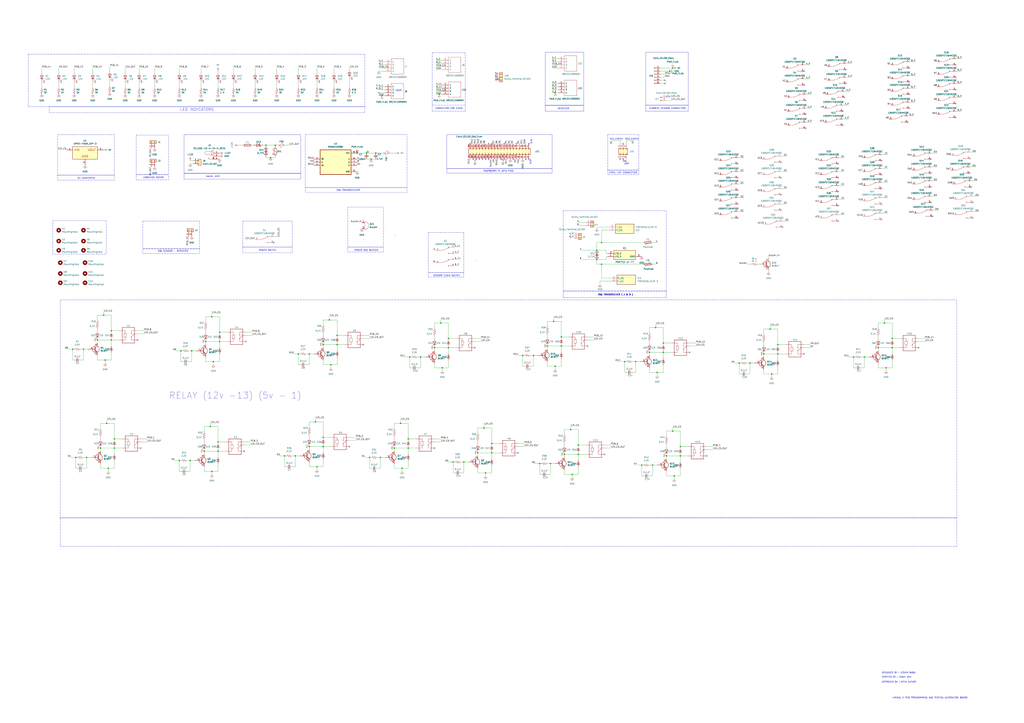
<source format=kicad_sch>
(kicad_sch (version 20231120) (generator "eeschema") (generator_version "8.0")
  (paper "A1")
  (lib_symbols
    (symbol "+12V_1" (power) (pin_numbers hide) (pin_names (offset 0) hide)
      (property "Value" "+12V" (at 0 3.556 0))
      (symbol "+12V_1_1_1"
        (pin power_in line (at 0 0 90) (length 0) (name "~") (number "1"))
      )
    )
    (symbol "100DP1T2B4M6QE:100DP1T2B4M6QE" (pin_names (offset 1.016))
      (property "Reference" "S" (at -5.08 10.922 0))
      (property "Value" "100DP1T2B4M6QE" (at -5.08 -11.43 0))
      (symbol "100DP1T2B4M6QE_0_0"
        (pin passive line (at 7.62 7.62 180) (length 2.54) (name "~") (number "1"))
        (pin passive line (at -7.62 5.08 0) (length 2.54) (name "~") (number "2"))
        (pin passive line (at 7.62 2.54 180) (length 2.54) (name "~") (number "3"))
        (pin passive line (at 7.62 -2.54 180) (length 2.54) (name "~") (number "4"))
        (pin passive line (at -7.62 -5.08 0) (length 2.54) (name "~") (number "5"))
        (pin passive line (at 7.62 -7.62 180) (length 2.54) (name "~") (number "6"))
      )
    )
    (symbol "100SP1T1B4M2QE:100SP1T1B4M2QE" (pin_names (offset 1.016))
      (property "Reference" "S" (at -2.54 5.08 0))
      (property "Value" "100SP1T1B4M2QE" (at -2.54 -5.08 0))
      (symbol "100SP1T1B4M2QE_0_0"
        (pin passive line (at 7.62 2.54 180) (length 2.54) (name "~") (number "1"))
        (pin passive line (at -7.62 0 0) (length 2.54) (name "~") (number "2"))
        (pin passive line (at 7.62 -2.54 180) (length 2.54) (name "~") (number "3"))
      )
    )
    (symbol "Connector:Conn_01x02_Male" (pin_names (offset 1.016) hide)
      (property "Reference" "J" (at 0 2.54 0))
      (property "Value" "Conn_01x02_Male" (at 0 -5.08 0))
      (symbol "Conn_01x02_Male_1_1"
        (pin passive line (at 5.08 0 180) (length 3.81) (name "Pin_1") (number "1"))
        (pin passive line (at 5.08 -2.54 180) (length 3.81) (name "Pin_2") (number "2"))
      )
    )
    (symbol "Connector:Conn_01x06_Male" (pin_names (offset 1.016) hide)
      (property "Reference" "J" (at 0 7.62 0))
      (property "Value" "Conn_01x06_Male" (at 0 -10.16 0))
      (symbol "Conn_01x06_Male_1_1"
        (pin passive line (at 5.08 5.08 180) (length 3.81) (name "Pin_1") (number "1"))
        (pin passive line (at 5.08 2.54 180) (length 3.81) (name "Pin_2") (number "2"))
        (pin passive line (at 5.08 0 180) (length 3.81) (name "Pin_3") (number "3"))
        (pin passive line (at 5.08 -2.54 180) (length 3.81) (name "Pin_4") (number "4"))
        (pin passive line (at 5.08 -5.08 180) (length 3.81) (name "Pin_5") (number "5"))
        (pin passive line (at 5.08 -7.62 180) (length 3.81) (name "Pin_6") (number "6"))
      )
    )
    (symbol "Connector:Screw_Terminal_01x02" (pin_names (offset 1.016) hide)
      (property "Reference" "J" (at 0 2.54 0))
      (property "Value" "Screw_Terminal_01x02" (at 0 -5.08 0))
      (symbol "Screw_Terminal_01x02_1_1"
        (pin passive line (at -5.08 0 0) (length 3.81) (name "Pin_1") (number "1"))
        (pin passive line (at -5.08 -2.54 0) (length 3.81) (name "Pin_2") (number "2"))
      )
    )
    (symbol "Connector:Screw_Terminal_01x03" (pin_names (offset 1.016) hide)
      (property "Reference" "J" (at 0 5.08 0))
      (property "Value" "Screw_Terminal_01x03" (at 0 -5.08 0))
      (symbol "Screw_Terminal_01x03_1_1"
        (pin passive line (at -5.08 2.54 0) (length 3.81) (name "Pin_1") (number "1"))
        (pin passive line (at -5.08 0 0) (length 3.81) (name "Pin_2") (number "2"))
        (pin passive line (at -5.08 -2.54 0) (length 3.81) (name "Pin_3") (number "3"))
      )
    )
    (symbol "Connector:TestPoint" (pin_numbers hide) (pin_names (offset 0.762) hide)
      (property "Reference" "TP" (at 0 6.858 0))
      (property "Value" "TestPoint" (at 0 5.08 0))
      (symbol "TestPoint_1_1"
        (pin passive line (at 0 0 90) (length 2.54) (name "1") (number "1"))
      )
    )
    (symbol "Connector_Generic:Conn_01x02" (pin_names (offset 1.016) hide)
      (property "Reference" "J" (at 0 2.54 0))
      (property "Value" "Conn_01x02" (at 0 -5.08 0))
      (symbol "Conn_01x02_1_1"
        (pin passive line (at -5.08 0 0) (length 3.81) (name "Pin_1") (number "1"))
        (pin passive line (at -5.08 -2.54 0) (length 3.81) (name "Pin_2") (number "2"))
      )
    )
    (symbol "Connector_Generic:Conn_02x03_Odd_Even" (pin_names (offset 1.016) hide)
      (property "Reference" "J" (at 1.27 5.08 0))
      (property "Value" "Conn_02x03_Odd_Even" (at 1.27 -5.08 0))
      (symbol "Conn_02x03_Odd_Even_1_1"
        (pin passive line (at -5.08 2.54 0) (length 3.81) (name "Pin_1") (number "1"))
        (pin passive line (at 7.62 2.54 180) (length 3.81) (name "Pin_2") (number "2"))
        (pin passive line (at -5.08 0 0) (length 3.81) (name "Pin_3") (number "3"))
        (pin passive line (at 7.62 0 180) (length 3.81) (name "Pin_4") (number "4"))
        (pin passive line (at -5.08 -2.54 0) (length 3.81) (name "Pin_5") (number "5"))
        (pin passive line (at 7.62 -2.54 180) (length 3.81) (name "Pin_6") (number "6"))
      )
    )
    (symbol "Connector_Generic:Conn_02x20_Odd_Even" (pin_names (offset 1.016) hide)
      (property "Reference" "J" (at 1.27 25.4 0))
      (property "Value" "Conn_02x20_Odd_Even" (at 1.27 -27.94 0))
      (symbol "Conn_02x20_Odd_Even_1_1"
        (pin passive line (at -5.08 22.86 0) (length 3.81) (name "Pin_1") (number "1"))
        (pin passive line (at 7.62 12.7 180) (length 3.81) (name "Pin_10") (number "10"))
        (pin passive line (at -5.08 10.16 0) (length 3.81) (name "Pin_11") (number "11"))
        (pin passive line (at 7.62 10.16 180) (length 3.81) (name "Pin_12") (number "12"))
        (pin passive line (at -5.08 7.62 0) (length 3.81) (name "Pin_13") (number "13"))
        (pin passive line (at 7.62 7.62 180) (length 3.81) (name "Pin_14") (number "14"))
        (pin passive line (at -5.08 5.08 0) (length 3.81) (name "Pin_15") (number "15"))
        (pin passive line (at 7.62 5.08 180) (length 3.81) (name "Pin_16") (number "16"))
        (pin passive line (at -5.08 2.54 0) (length 3.81) (name "Pin_17") (number "17"))
        (pin passive line (at 7.62 2.54 180) (length 3.81) (name "Pin_18") (number "18"))
        (pin passive line (at -5.08 0 0) (length 3.81) (name "Pin_19") (number "19"))
        (pin passive line (at 7.62 22.86 180) (length 3.81) (name "Pin_2") (number "2"))
        (pin passive line (at 7.62 0 180) (length 3.81) (name "Pin_20") (number "20"))
        (pin passive line (at -5.08 -2.54 0) (length 3.81) (name "Pin_21") (number "21"))
        (pin passive line (at 7.62 -2.54 180) (length 3.81) (name "Pin_22") (number "22"))
        (pin passive line (at -5.08 -5.08 0) (length 3.81) (name "Pin_23") (number "23"))
        (pin passive line (at 7.62 -5.08 180) (length 3.81) (name "Pin_24") (number "24"))
        (pin passive line (at -5.08 -7.62 0) (length 3.81) (name "Pin_25") (number "25"))
        (pin passive line (at 7.62 -7.62 180) (length 3.81) (name "Pin_26") (number "26"))
        (pin passive line (at -5.08 -10.16 0) (length 3.81) (name "Pin_27") (number "27"))
        (pin passive line (at 7.62 -10.16 180) (length 3.81) (name "Pin_28") (number "28"))
        (pin passive line (at -5.08 -12.7 0) (length 3.81) (name "Pin_29") (number "29"))
        (pin passive line (at -5.08 20.32 0) (length 3.81) (name "Pin_3") (number "3"))
        (pin passive line (at 7.62 -12.7 180) (length 3.81) (name "Pin_30") (number "30"))
        (pin passive line (at -5.08 -15.24 0) (length 3.81) (name "Pin_31") (number "31"))
        (pin passive line (at 7.62 -15.24 180) (length 3.81) (name "Pin_32") (number "32"))
        (pin passive line (at -5.08 -17.78 0) (length 3.81) (name "Pin_33") (number "33"))
        (pin passive line (at 7.62 -17.78 180) (length 3.81) (name "Pin_34") (number "34"))
        (pin passive line (at -5.08 -20.32 0) (length 3.81) (name "Pin_35") (number "35"))
        (pin passive line (at 7.62 -20.32 180) (length 3.81) (name "Pin_36") (number "36"))
        (pin passive line (at -5.08 -22.86 0) (length 3.81) (name "Pin_37") (number "37"))
        (pin passive line (at 7.62 -22.86 180) (length 3.81) (name "Pin_38") (number "38"))
        (pin passive line (at -5.08 -25.4 0) (length 3.81) (name "Pin_39") (number "39"))
        (pin passive line (at 7.62 20.32 180) (length 3.81) (name "Pin_4") (number "4"))
        (pin passive line (at 7.62 -25.4 180) (length 3.81) (name "Pin_40") (number "40"))
        (pin passive line (at -5.08 17.78 0) (length 3.81) (name "Pin_5") (number "5"))
        (pin passive line (at 7.62 17.78 180) (length 3.81) (name "Pin_6") (number "6"))
        (pin passive line (at -5.08 15.24 0) (length 3.81) (name "Pin_7") (number "7"))
        (pin passive line (at 7.62 15.24 180) (length 3.81) (name "Pin_8") (number "8"))
        (pin passive line (at -5.08 12.7 0) (length 3.81) (name "Pin_9") (number "9"))
      )
    )
    (symbol "DCJ200-10-A-XX-K_REVA:DCJ200-10-A-XX-K_REVA" (pin_names (offset 1.016))
      (property "Reference" "J" (at -7.6272 5.0848 0))
      (property "Value" "DCJ200-10-A-XX-K_REVA" (at -7.6313 -5.0875 0))
      (symbol "DCJ200-10-A-XX-K_REVA_0_0"
        (pin passive line (at 5.08 2.54 180) (length 5.08) (name "~") (number "1"))
        (pin passive line (at 5.08 -2.54 180) (length 5.08) (name "~") (number "2"))
        (pin passive line (at 5.08 0 180) (length 5.08) (name "~") (number "3"))
      )
    )
    (symbol "Device:Buzzer" (pin_names (offset 0.0254) hide)
      (property "Reference" "BZ" (at 3.81 1.27 0))
      (property "Value" "Buzzer" (at 3.81 -1.27 0))
      (symbol "Buzzer_1_1"
        (pin passive line (at -2.54 2.54 0) (length 2.54) (name "+") (number "1"))
        (pin passive line (at -2.54 -2.54 0) (length 2.54) (name "-") (number "2"))
      )
    )
    (symbol "Device:C_Small" (pin_numbers hide) (pin_names (offset 0.254) hide)
      (property "Reference" "C" (at 0.254 1.778 0))
      (property "Value" "C_Small" (at 0.254 -2.032 0))
      (symbol "C_Small_1_1"
        (pin passive line (at 0 2.54 270) (length 2.032) (name "~") (number "1"))
        (pin passive line (at 0 -2.54 90) (length 2.032) (name "~") (number "2"))
      )
    )
    (symbol "Device:D_Schottky" (pin_numbers hide) (pin_names (offset 1.016) hide)
      (property "Reference" "D" (at 0 2.54 0))
      (property "Value" "D_Schottky" (at 0 -2.54 0))
      (symbol "D_Schottky_1_1"
        (pin passive line (at -3.81 0 0) (length 2.54) (name "K") (number "1"))
        (pin passive line (at 3.81 0 180) (length 2.54) (name "A") (number "2"))
      )
    )
    (symbol "Device:D_Small" (pin_numbers hide) (pin_names (offset 0.254) hide)
      (property "Reference" "D" (at -1.27 2.032 0))
      (property "Value" "D_Small" (at -3.81 -2.032 0))
      (symbol "D_Small_1_1"
        (pin passive line (at -2.54 0 0) (length 1.778) (name "K") (number "1"))
        (pin passive line (at 2.54 0 180) (length 1.778) (name "A") (number "2"))
      )
    )
    (symbol "Device:FerriteBead_Small" (pin_numbers hide) (pin_names (offset 0))
      (property "Reference" "FB" (at 1.905 1.27 0))
      (property "Value" "FerriteBead_Small" (at 1.905 -1.27 0))
      (symbol "FerriteBead_Small_1_1"
        (pin passive line (at 0 2.54 270) (length 1.27) (name "~") (number "1"))
        (pin passive line (at 0 -2.54 90) (length 1.27) (name "~") (number "2"))
      )
    )
    (symbol "Device:Fuse" (pin_numbers hide) (pin_names (offset 0))
      (property "Reference" "F" (at 2.032 0 90))
      (property "Value" "Fuse" (at -1.905 0 90))
      (symbol "Fuse_1_1"
        (pin passive line (at 0 3.81 270) (length 1.27) (name "~") (number "1"))
        (pin passive line (at 0 -3.81 90) (length 1.27) (name "~") (number "2"))
      )
    )
    (symbol "Device:LED" (pin_numbers hide) (pin_names (offset 1.016) hide)
      (property "Reference" "D" (at 0 2.54 0))
      (property "Value" "LED" (at 0 -2.54 0))
      (symbol "LED_1_1"
        (pin passive line (at -3.81 0 0) (length 2.54) (name "K") (number "1"))
        (pin passive line (at 3.81 0 180) (length 2.54) (name "A") (number "2"))
      )
    )
    (symbol "Device:Polyfuse" (pin_numbers hide) (pin_names (offset 0))
      (property "Reference" "F" (at -2.54 0 90))
      (property "Value" "Polyfuse" (at 2.54 0 90))
      (symbol "Polyfuse_1_1"
        (pin passive line (at 0 3.81 270) (length 1.27) (name "~") (number "1"))
        (pin passive line (at 0 -3.81 90) (length 1.27) (name "~") (number "2"))
      )
    )
    (symbol "Device:R_Small_US" (pin_numbers hide) (pin_names (offset 0.254) hide)
      (property "Reference" "R" (at 0.762 0.508 0))
      (property "Value" "R_Small_US" (at 0.762 -1.016 0))
      (symbol "R_Small_US_1_1"
        (pin passive line (at 0 2.54 270) (length 1.016) (name "~") (number "1"))
        (pin passive line (at 0 -2.54 90) (length 1.016) (name "~") (number "2"))
      )
    )
    (symbol "Device:R_US" (pin_numbers hide) (pin_names (offset 0))
      (property "Reference" "R" (at 2.54 0 90))
      (property "Value" "R_US" (at -2.54 0 90))
      (symbol "R_US_1_1"
        (pin passive line (at 0 3.81 270) (length 1.27) (name "~") (number "1"))
        (pin passive line (at 0 -3.81 90) (length 1.27) (name "~") (number "2"))
      )
    )
    (symbol "Device:Varistor" (pin_numbers hide) (pin_names (offset 0))
      (property "Reference" "RV" (at 3.175 0 90))
      (property "Value" "Varistor" (at -3.175 0 90))
      (symbol "Varistor_0_0"
        (text "U" (at -1.778 -2.032 0) (effects (font (size 1.27 1.27))))
      )
      (symbol "Varistor_1_1"
        (pin passive line (at 0 3.81 270) (length 1.27) (name "~") (number "1"))
        (pin passive line (at 0 -3.81 90) (length 1.27) (name "~") (number "2"))
      )
    )
    (symbol "Diode:1.5KExxCA" (pin_numbers hide) (pin_names (offset 1.016) hide)
      (property "Reference" "D" (at 0 2.54 0))
      (property "Value" "1.5KExxCA" (at 0 -2.54 0))
      (symbol "1.5KExxCA_1_1"
        (pin passive line (at -3.81 0 0) (length 2.54) (name "A1") (number "1"))
        (pin passive line (at 3.81 0 180) (length 2.54) (name "A2") (number "2"))
      )
    )
    (symbol "GND_1" (power) (pin_numbers hide) (pin_names (offset 0) hide)
      (property "Value" "GND" (at 0 -3.81 0))
      (symbol "GND_1_1_1"
        (pin power_in line (at 0 0 270) (length 0) (name "~") (number "1"))
      )
    )
    (symbol "Mechanical:MountingHole" (pin_names (offset 1.016))
      (property "Reference" "H" (at 0 5.08 0))
      (property "Value" "MountingHole" (at 0 3.175 0))
    )
    (symbol "PSM712-LF-T7:PSM712-LF-T7"
      (property "Reference" "IC" (at 24.13 7.62 0))
      (property "Value" "PSM712-LF-T7" (at 24.13 5.08 0))
      (symbol "PSM712-LF-T7_1_1"
        (pin passive line (at 0 0 0) (length 5.08) (name "I/O_1") (number "1"))
        (pin passive line (at 0 -2.54 0) (length 5.08) (name "I/O_2") (number "2"))
        (pin passive line (at 27.94 0 180) (length 5.08) (name "GND") (number "3"))
      )
    )
    (symbol "SN65HVD08D:SN65HVD08D" (pin_names (offset 1.016))
      (property "Reference" "U" (at -12.7 11.16 0))
      (property "Value" "SN65HVD08D" (at -12.7 -14.16 0))
      (symbol "SN65HVD08D_0_0"
        (pin output line (at 17.78 -2.54 180) (length 5.08) (name "R") (number "1"))
        (pin input line (at -17.78 2.54 0) (length 5.08) (name "~{RE}") (number "2"))
        (pin input line (at -17.78 -2.54 0) (length 5.08) (name "DE") (number "3"))
        (pin input line (at -17.78 0 0) (length 5.08) (name "D") (number "4"))
        (pin power_in line (at 17.78 -7.62 180) (length 5.08) (name "GND") (number "5"))
        (pin output line (at 17.78 2.54 180) (length 5.08) (name "A") (number "6"))
        (pin output line (at 17.78 0 180) (length 5.08) (name "B") (number "7"))
        (pin power_in line (at 17.78 7.62 180) (length 5.08) (name "VCC") (number "8"))
      )
    )
    (symbol "SRD-05VDC-SL-C_1" (pin_numbers hide) (pin_names (offset 1.016) hide)
      (property "Reference" "K" (at -5.08 5.842 0))
      (property "Value" "SRD-05VDC-SL-C_1" (at -5.08 -10.16 0))
      (symbol "SRD-05VDC-SL-C_1_0_0"
        (pin passive line (at -7.62 2.54 0) (length 2.54) (name "~") (number "A1"))
        (pin passive line (at -7.62 -5.08 0) (length 2.54) (name "~") (number "A2"))
        (pin passive line (at 7.62 0 180) (length 2.54) (name "~") (number "COM"))
        (pin passive line (at 7.62 -5.08 180) (length 2.54) (name "~") (number "NC"))
        (pin passive line (at 7.62 2.54 180) (length 2.54) (name "~") (number "NO"))
      )
    )
    (symbol "SamacSys_Parts:691311500004" (pin_names (offset 0.762))
      (property "Reference" "J" (at 16.51 7.62 0))
      (property "Value" "691311500004" (at 16.51 5.08 0))
      (symbol "691311500004_0_0"
        (pin passive line (at 0 0 0) (length 5.08) (name "1") (number "1"))
        (pin passive line (at 0 -2.54 0) (length 5.08) (name "2") (number "2"))
        (pin passive line (at 0 -5.08 0) (length 5.08) (name "3") (number "3"))
        (pin passive line (at 0 -7.62 0) (length 5.08) (name "4") (number "4"))
      )
    )
    (symbol "TISP4015L1AJR-S:TISP4015L1AJR-S"
      (property "Reference" "IC" (at 21.59 7.62 0))
      (property "Value" "TISP4015L1AJR-S" (at 21.59 5.08 0))
      (symbol "TISP4015L1AJR-S_1_1"
        (pin passive line (at 0 0 0) (length 5.08) (name "R_(B)") (number "1"))
        (pin passive line (at 0 -2.54 0) (length 5.08) (name "T_(A)") (number "2"))
      )
    )
    (symbol "Transistor_BJT:BC847" (pin_names (offset 0) hide)
      (property "Reference" "Q" (at 5.08 1.905 0))
      (property "Value" "BC847" (at 5.08 0 0))
      (symbol "BC847_1_1"
        (pin input line (at -5.08 0 0) (length 5.715) (name "B") (number "1"))
        (pin passive line (at 2.54 -5.08 90) (length 2.54) (name "E") (number "2"))
        (pin passive line (at 2.54 5.08 270) (length 2.54) (name "C") (number "3"))
      )
    )
    (symbol "WPME-FDSM_SIP-3:WPME-FDSM_SIP-3" (pin_names (offset 1.016))
      (property "Reference" "U" (at 0 6.82 0))
      (property "Value" "WPME-FDSM_SIP-3" (at 4.75 -8.66 0))
      (symbol "WPME-FDSM_SIP-3_0_0"
        (text "GND" (at 0 -3.81 0) (effects (font (size 1.778 1.778)) (justify bottom)))
        (text "VIN" (at -8.89 2.54 0) (effects (font (size 1.778 1.778)) (justify left)))
        (text "VOUT" (at 8.89 2.54 0) (effects (font (size 1.778 1.778)) (justify right)))
        (pin passive line (at -15.24 2.54 0) (length 5.08) (name "~") (number "1"))
        (pin passive line (at 0 -10.16 90) (length 5.08) (name "~") (number "2"))
        (pin passive line (at 15.24 2.54 180) (length 5.08) (name "~") (number "3"))
      )
    )
    (symbol "power:+12V" (power) (pin_numbers hide) (pin_names (offset 0) hide)
      (property "Value" "+12V" (at 0 3.556 0))
      (symbol "+12V_1_1"
        (pin power_in line (at 0 0 90) (length 0) (name "~") (number "1"))
      )
    )
    (symbol "power:+3.3V" (power) (pin_numbers hide) (pin_names (offset 0) hide)
      (property "Value" "+3.3V" (at 0 3.556 0))
      (symbol "+3.3V_1_1"
        (pin power_in line (at 0 0 90) (length 0) (name "~") (number "1"))
      )
    )
    (symbol "power:GND" (power) (pin_numbers hide) (pin_names (offset 0) hide)
      (property "Value" "GND" (at 0 -3.81 0))
      (symbol "GND_1_1"
        (pin power_in line (at 0 0 270) (length 0) (name "~") (number "1"))
      )
    )
    (symbol "power:PWR_FLAG" (power) (pin_numbers hide) (pin_names (offset 0) hide)
      (property "Value" "PWR_FLAG" (at 0 3.81 0))
      (symbol "PWR_FLAG_0_0"
        (pin power_out line (at 0 0 90) (length 0) (name "~") (number "1"))
      )
    )
  )
  (junction (at 709.93 293.37))
  (junction (at 535.94 382.27))
  (junction (at 726.44 265.43))
  (junction (at 59.69 287.02))
  (junction (at 721.36 285.75))
  (junction (at 403.86 364.49))
  (junction (at 335.28 360.68))
  (junction (at 328.93 347.98))
  (junction (at 93.98 368.3))
  (junction (at 732.79 285.75))
  (junction (at 553.72 391.16))
  (junction (at 454.66 264.16))
  (junction (at 180.34 273.05))
  (junction (at 455.93 300.99))
  (junction (at 468.63 353.06))
  (junction (at 254 367.03))
  (junction (at 179.07 370.84))
  (junction (at 157.48 288.29))
  (junction (at 527.05 382.27))
  (junction (at 552.45 55.88))
  (junction (at 732.79 278.13))
  (junction (at 265.43 283.21))
  (junction (at 260.35 383.54))
  (junction (at 474.98 365.76))
  (junction (at 490.22 213.36))
  (junction (at 336.55 293.37))
  (junction (at 218.44 119.38))
  (junction (at 632.46 270.51))
  (junction (at 538.48 269.24))
  (junction (at 461.01 276.86))
  (junction (at 259.08 346.71))
  (junction (at 91.44 271.78))
  (junction (at 727.71 302.26))
  (junction (at 222.25 129.54))
  (junction (at 300.99 125.73))
  (junction (at 490.22 205.74))
  (junction (at 469.9 389.89))
  (junction (at 356.87 285.75))
  (junction (at 558.8 367.03))
  (junction (at 330.2 384.81))
  (junction (at 513.08 297.18))
  (junction (at 521.97 297.18))
  (junction (at 449.58 284.48))
  (junction (at 360.68 77.47))
  (junction (at 88.9 384.81))
  (junction (at 701.04 293.37))
  (junction (at 313.69 78.74))
  (junction (at 381 379.73))
  (junction (at 180.34 280.67))
  (junction (at 242.57 374.65))
  (junction (at 80.01 279.4))
  (junction (at 276.86 283.21))
  (junction (at 368.3 278.13))
  (junction (at 167.64 370.84))
  (junction (at 398.78 388.62))
  (junction (at 175.26 297.18))
  (junction (at 549.91 58.42))
  (junction (at 552.45 354.33))
  (junction (at 463.55 373.38))
  (junction (at 345.44 293.37))
  (junction (at 91.44 279.4))
  (junction (at 148.59 288.29))
  (junction (at 265.43 359.41))
  (junction (at 429.26 292.1))
  (junction (at 392.43 372.11))
  (junction (at 93.98 360.68))
  (junction (at 368.3 285.75))
  (junction (at 226.06 119.38))
  (junction (at 323.85 368.3))
  (junction (at 403.86 372.11))
  (junction (at 443.23 381))
  (junction (at 638.81 283.21))
  (junction (at 461.01 284.48))
  (junction (at 173.99 387.35))
  (junction (at 179.07 363.22))
  (junction (at 312.42 375.92))
  (junction (at 233.68 374.65))
  (junction (at 87.63 347.98))
  (junction (at 397.51 351.79))
  (junction (at 474.98 373.38))
  (junction (at 363.22 302.26))
  (junction (at 172.72 350.52))
  (junction (at 494.03 199.39))
  (junction (at 245.11 290.83))
  (junction (at 147.32 378.46))
  (junction (at 308.61 125.73))
  (junction (at 62.23 375.92))
  (junction (at 254 290.83))
  (junction (at 633.73 307.34))
  (junction (at 303.53 375.92))
  (junction (at 68.58 287.02))
  (junction (at 607.06 298.45))
  (junction (at 372.11 379.73))
  (junction (at 615.95 298.45))
  (junction (at 544.83 289.56))
  (junction (at 85.09 259.08))
  (junction (at 304.8 130.81))
  (junction (at 438.15 292.1))
  (junction (at 86.36 295.91))
  (junction (at 494.03 217.17))
  (junction (at 452.12 381))
  (junction (at 361.95 265.43))
  (junction (at 293.37 125.73))
  (junction (at 71.12 375.92))
  (junction (at 547.37 374.65))
  (junction (at 638.81 290.83))
  (junction (at 265.43 367.03))
  (junction (at 533.4 289.56))
  (junction (at 627.38 290.83))
  (junction (at 455.93 76.2))
  (junction (at 156.21 378.46))
  (junction (at 271.78 299.72))
  (junction (at 82.55 368.3))
  (junction (at 335.28 368.3))
  (junction (at 276.86 275.59))
  (junction (at 558.8 374.65))
  (junction (at 539.75 306.07))
  (junction (at 173.99 260.35))
  (junction (at 544.83 281.94))
  (junction (at 270.51 262.89))
  (junction (at 168.91 280.67))
  (no_connect (at 287.02 367.03))
  (no_connect (at 784.86 73.66))
  (no_connect (at 765.81 177.8))
  (no_connect (at 694.69 68.58))
  (no_connect (at 200.66 370.84))
  (no_connect (at 511.81 118.11))
  (no_connect (at 115.57 368.3))
  (no_connect (at 660.4 69.85))
  (no_connect (at 784.86 53.34))
  (no_connect (at 113.03 279.4))
  (no_connect (at 764.54 153.67))
  (no_connect (at 546.1 66.04))
  (no_connect (at 796.29 142.24))
  (no_connect (at 746.76 55.88))
  (no_connect (at 311.15 76.2))
  (no_connect (at 764.54 142.24))
  (no_connect (at 796.4788 130.2547))
  (no_connect (at 661.67 105.41))
  (no_connect (at 723.9 132.08))
  (no_connect (at 754.38 285.75))
  (no_connect (at 784.86 63.5))
  (no_connect (at 393.7 130.81))
  (no_connect (at 746.76 67.31))
  (no_connect (at 546.1 68.58))
  (no_connect (at 641.35 133.35))
  (no_connect (at 660.4 290.83))
  (no_connect (at 482.6 284.48))
  (no_connect (at 661.67 82.55))
  (no_connect (at 509.27 130.81))
  (no_connect (at 298.45 283.21))
  (no_connect (at 605.79 134.62))
  (no_connect (at 201.93 280.67))
  (no_connect (at 398.78 130.81))
  (no_connect (at 389.89 285.75))
  (no_connect (at 688.34 157.48))
  (no_connect (at 386.08 118.11))
  (no_connect (at 764.54 166.37))
  (no_connect (at 797.56 153.67))
  (no_connect (at 688.34 134.62))
  (no_connect (at 692.15 91.44))
  (no_connect (at 496.57 373.38))
  (no_connect (at 224.79 199.39))
  (no_connect (at 688.34 168.91))
  (no_connect (at 421.64 130.81))
  (no_connect (at 403.86 118.11))
  (no_connect (at 388.62 130.81))
  (no_connect (at 723.9 143.51))
  (no_connect (at 641.35 172.72))
  (no_connect (at 411.48 130.81))
  (no_connect (at 434.34 118.11))
  (no_connect (at 434.34 130.81))
  (no_connect (at 641.35 146.05))
  (no_connect (at 784.86 96.52))
  (no_connect (at 798.83 179.07))
  (no_connect (at 566.42 289.56))
  (no_connect (at 723.9 167.64))
  (no_connect (at 424.18 118.11))
  (no_connect (at 641.35 160.02))
  (no_connect (at 892.81 355.6))
  (no_connect (at 745.49 100.33))
  (no_connect (at 391.16 130.81))
  (no_connect (at 694.69 57.15))
  (no_connect (at 784.86 85.09))
  (no_connect (at 661.67 93.98))
  (no_connect (at 746.76 88.9))
  (no_connect (at 580.39 374.65))
  (no_connect (at 431.8 130.81))
  (no_connect (at 401.32 118.11))
  (no_connect (at 605.79 156.21))
  (no_connect (at 605.79 167.64))
  (no_connect (at 511.81 130.81))
  (no_connect (at 723.9 154.94))
  (no_connect (at 414.02 130.81))
  (no_connect (at 688.34 146.05))
  (no_connect (at 605.79 146.05))
  (no_connect (at 746.76 77.47))
  (no_connect (at 605.79 179.07))
  (no_connect (at 798.83 166.37))
  (no_connect (at 356.87 368.3))
  (no_connect (at 692.15 102.87))
  (no_connect (at 396.24 130.81))
  (no_connect (at 764.54 130.81))
  (no_connect (at 414.02 118.11))
  (no_connect (at 401.32 130.81))
  (no_connect (at 425.45 372.11))
  (no_connect (at 693.42 80.01))
  (no_connect (at 642.62 186.69))
  (no_connect (at 688.34 181.61))
  (no_connect (at 723.9 180.34))
  (no_connect (at 660.4 58.42))
  (wire (pts (xy 143.51 378.46) (xy 147.32 378.46)))
  (wire (pts (xy 613.41 307.34) (xy 615.95 307.34)))
  (wire (pts (xy 633.73 307.34) (xy 638.81 307.34)))
  (wire (pts (xy 200.66 363.22) (xy 205.74 363.22)))
  (wire (pts (xy 425.45 364.49) (xy 430.53 364.49)))
  (wire (pts (xy 80.01 270.51) (xy 80.01 271.78)))
  (wire (pts (xy 453.39 68.58) (xy 458.47 68.58)))
  (wire (pts (xy 201.93 273.05) (xy 207.01 273.05)))
  (polyline (pts (xy 87.122 208.788) (xy 43.307 209.042)) (stroke (width 0) (type dash)))
  (wire (pts (xy 358.14 77.47) (xy 360.68 77.47)))
  (wire (pts (xy 91.44 279.4) (xy 91.44 284.48)))
  (wire (pts (xy 245.11 290.83) (xy 245.11 299.72)))
  (wire (pts (xy 144.78 288.29) (xy 148.59 288.29)))
  (wire (pts (xy 533.4 269.24) (xy 533.4 273.05)))
  (wire (pts (xy 179.07 67.31) (xy 179.07 72.39)))
  (wire (pts (xy 233.68 119.38) (xy 237.49 119.38)))
  (wire (pts (xy 76.2 55.88) (xy 76.2 59.69)))
  (polyline (pts (xy 467.868 239.268) (xy 467.614 239.268)))
  (wire (pts (xy 707.39 302.26) (xy 709.93 302.26)))
  (wire (pts (xy 358.14 74.93) (xy 363.22 74.93)))
  (wire (pts (xy 638.81 283.21) (xy 645.16 283.21)))
  (wire (pts (xy 497.84 208.28) (xy 497.84 205.74)))
  (wire (pts (xy 455.93 300.99) (xy 455.93 303.53)))
  (wire (pts (xy 660.4 53.34) (xy 665.48 53.34)))
  (wire (pts (xy 468.63 350.52) (xy 468.63 353.06)))
  (polyline (pts (xy 382.016 84.836) (xy 382.016 43.18)) (stroke (width 0) (type dash)))
  (wire (pts (xy 66.04 295.91) (xy 68.58 295.91)))
  (wire (pts (xy 745.49 95.25) (xy 750.57 95.25)))
  (wire (pts (xy 311.15 73.66) (xy 316.23 73.66)))
  (polyline (pts (xy 462.534 244.602) (xy 547.116 244.602)) (stroke (width 0) (type dash)))
  (wire (pts (xy 449.58 264.16) (xy 449.58 267.97)))
  (polyline (pts (xy 355.092 86.36) (xy 382.016 86.36)) (stroke (width 0) (type dash)))
  (wire (pts (xy 85.09 259.08) (xy 91.44 259.08)))
  (wire (pts (xy 356.87 360.68) (xy 361.95 360.68)))
  (wire (pts (xy 358.14 52.07) (xy 363.22 52.07)))
  (wire (pts (xy 622.3 217.17) (xy 623.57 217.17)))
  (polyline (pts (xy 355.092 91.44) (xy 382.016 91.44)) (stroke (width 0) (type dash)))
  (wire (pts (xy 180.34 273.05) (xy 180.34 274.32)))
  (wire (pts (xy 254 367.03) (xy 265.43 367.03)))
  (wire (pts (xy 71.12 375.92) (xy 71.12 384.81)))
  (wire (pts (xy 157.48 288.29) (xy 161.29 288.29)))
  (wire (pts (xy 260.35 55.88) (xy 260.35 59.69)))
  (wire (pts (xy 453.39 76.2) (xy 455.93 76.2)))
  (wire (pts (xy 356.87 302.26) (xy 363.22 302.26)))
  (wire (pts (xy 627.38 303.53) (xy 627.38 307.34)))
  (wire (pts (xy 784.86 58.42) (xy 789.94 58.42)))
  (wire (pts (xy 311.15 76.2) (xy 316.23 76.2)))
  (wire (pts (xy 403.86 370.84) (xy 403.86 372.11)))
  (wire (pts (xy 259.08 346.71) (xy 265.43 346.71)))
  (wire (pts (xy 265.43 283.21) (xy 276.86 283.21)))
  (wire (pts (xy 538.48 269.24) (xy 544.83 269.24)))
  (wire (pts (xy 127 55.88) (xy 127 59.69)))
  (wire (pts (xy 167.64 383.54) (xy 167.64 387.35)))
  (wire (pts (xy 476.25 182.88) (xy 481.33 182.88)))
  (wire (pts (xy 368.3 295.91) (xy 368.3 302.26)))
  (wire (pts (xy 392.43 388.62) (xy 398.78 388.62)))
  (wire (pts (xy 607.06 298.45) (xy 608.33 298.45)))
  (wire (pts (xy 323.85 384.81) (xy 330.2 384.81)))
  (wire (pts (xy 721.36 285.75) (xy 721.36 288.29)))
  (wire (pts (xy 490.22 199.39) (xy 490.22 205.74)))
  (wire (pts (xy 254 358.14) (xy 254 359.41)))
  (wire (pts (xy 68.58 384.81) (xy 71.12 384.81)))
  (wire (pts (xy 260.35 67.31) (xy 260.35 72.39)))
  (wire (pts (xy 544.83 281.94) (xy 551.18 281.94)))
  (wire (pts (xy 605.79 162.56) (xy 610.87 162.56)))
  (wire (pts (xy 552.45 351.79) (xy 552.45 354.33)))
  (wire (pts (xy 721.36 298.45) (xy 721.36 302.26)))
  (wire (pts (xy 764.54 125.73) (xy 769.62 125.73)))
  (wire (pts (xy 368.3 285.75) (xy 368.3 290.83)))
  (wire (pts (xy 313.69 78.74) (xy 316.23 78.74)))
  (wire (pts (xy 454.66 261.62) (xy 454.66 264.16)))
  (wire (pts (xy 335.28 367.03) (xy 335.28 368.3)))
  (wire (pts (xy 358.14 54.61) (xy 363.22 54.61)))
  (wire (pts (xy 180.34 280.67) (xy 186.69 280.67)))
  (wire (pts (xy 721.36 285.75) (xy 732.79 285.75)))
  (wire (pts (xy 298.45 278.13) (xy 303.53 278.13)))
  (wire (pts (xy 300.99 130.81) (xy 304.8 130.81)))
  (wire (pts (xy 638.81 300.99) (xy 638.81 307.34)))
  (wire (pts (xy 381 379.73) (xy 384.81 379.73)))
  (wire (pts (xy 265.43 262.89) (xy 270.51 262.89)))
  (wire (pts (xy 114.3 55.88) (xy 114.3 59.69)))
  (wire (pts (xy 147.32 378.46) (xy 148.59 378.46)))
  (wire (pts (xy 784.86 48.26) (xy 789.94 48.26)))
  (wire (pts (xy 580.39 369.57) (xy 585.47 369.57)))
  (wire (pts (xy 233.68 383.54) (xy 234.95 383.54)))
  (wire (pts (xy 796.4788 125.1747) (xy 801.5588 125.1747)))
  (wire (pts (xy 265.43 367.03) (xy 265.43 372.11)))
  (wire (pts (xy 68.58 375.92) (xy 71.12 375.92)))
  (wire (pts (xy 156.21 132.08) (xy 158.75 132.08)))
  (wire (pts (xy 727.71 302.26) (xy 727.71 304.8)))
  (wire (pts (xy 93.98 378.46) (xy 93.98 384.81)))
  (wire (pts (xy 311.15 53.34) (xy 316.23 53.34)))
  (wire (pts (xy 438.15 292.1) (xy 438.15 300.99)))
  (wire (pts (xy 173.99 260.35) (xy 180.34 260.35)))
  (wire (pts (xy 513.08 306.07) (xy 514.35 306.07)))
  (wire (pts (xy 453.39 73.66) (xy 458.47 73.66)))
  (wire (pts (xy 701.04 293.37) (xy 701.04 302.26)))
  (wire (pts (xy 80.01 295.91) (xy 86.36 295.91)))
  (wire (pts (xy 179.07 370.84) (xy 185.42 370.84)))
  (wire (pts (xy 638.81 283.21) (xy 638.81 284.48)))
  (wire (pts (xy 539.75 306.07) (xy 544.83 306.07)))
  (wire (pts (xy 323.85 347.98) (xy 323.85 351.79)))
  (wire (pts (xy 547.37 365.76) (xy 547.37 367.03)))
  (wire (pts (xy 276.86 293.37) (xy 276.86 299.72)))
  (wire (pts (xy 363.22 302.26) (xy 368.3 302.26)))
  (wire (pts (xy 474.98 373.38) (xy 481.33 373.38)))
  (wire (pts (xy 544.83 289.56) (xy 551.18 289.56)))
  (wire (pts (xy 328.93 345.44) (xy 328.93 347.98)))
  (wire (pts (xy 378.46 379.73) (xy 381 379.73)))
  (wire (pts (xy 180.34 290.83) (xy 180.34 297.18)))
  (wire (pts (xy 509.27 115.57) (xy 509.27 118.11)))
  (wire (pts (xy 544.83 289.56) (xy 544.83 294.64)))
  (wire (pts (xy 754.38 280.67) (xy 759.46 280.67)))
  (wire (pts (xy 323.85 381) (xy 323.85 384.81)))
  (wire (pts (xy 80.01 292.1) (xy 80.01 295.91)))
  (wire (pts (xy 308.61 125.73) (xy 314.96 125.73)))
  (wire (pts (xy 218.44 129.54) (xy 222.25 129.54)))
  (wire (pts (xy 309.88 375.92) (xy 312.42 375.92)))
  (wire (pts (xy 167.64 350.52) (xy 167.64 354.33)))
  (wire (pts (xy 438.15 292.1) (xy 441.96 292.1)))
  (wire (pts (xy 641.35 140.97) (xy 646.43 140.97)))
  (wire (pts (xy 514.35 115.57) (xy 514.35 118.11)))
  (wire (pts (xy 335.28 360.68) (xy 341.63 360.68)))
  (wire (pts (xy 494.03 189.23) (xy 494.03 199.39)))
  (wire (pts (xy 403.86 351.79) (xy 403.86 364.49)))
  (wire (pts (xy 62.23 375.92) (xy 62.23 384.81)))
  (wire (pts (xy 502.92 115.57) (xy 509.27 115.57)))
  (wire (pts (xy 544.83 281.94) (xy 544.83 283.21)))
  (wire (pts (xy 167.64 361.95) (xy 167.64 363.22)))
  (wire (pts (xy 358.14 49.53) (xy 363.22 49.53)))
  (wire (pts (xy 547.37 387.35) (xy 547.37 391.16)))
  (wire (pts (xy 62.23 375.92) (xy 63.5 375.92)))
  (wire (pts (xy 547.37 82.55) (xy 551.18 82.55)))
  (wire (pts (xy 519.43 306.07) (xy 521.97 306.07)))
  (wire (pts (xy 80.01 279.4) (xy 91.44 279.4)))
  (wire (pts (xy 533.4 382.27) (xy 535.94 382.27)))
  (wire (pts (xy 180.34 273.05) (xy 186.69 273.05)))
  (wire (pts (xy 688.34 176.53) (xy 693.42 176.53)))
  (polyline (pts (xy 382.016 91.44) (xy 382.016 84.836)) (stroke (width 0) (type dash)))
  (wire (pts (xy 254 346.71) (xy 254 350.52)))
  (wire (pts (xy 172.72 350.52) (xy 179.07 350.52)))
  (wire (pts (xy 454.66 264.16) (xy 461.01 264.16)))
  (wire (pts (xy 311.15 71.12) (xy 316.23 71.12)))
  (wire (pts (xy 613.41 298.45) (xy 615.95 298.45)))
  (wire (pts (xy 242.57 374.65) (xy 242.57 383.54)))
  (wire (pts (xy 168.91 260.35) (xy 168.91 264.16)))
  (wire (pts (xy 547.37 391.16) (xy 553.72 391.16)))
  (wire (pts (xy 287.02 361.95) (xy 292.1 361.95)))
  (wire (pts (xy 209.55 55.88) (xy 209.55 59.69)))
  (wire (pts (xy 336.55 302.26) (xy 337.82 302.26)))
  (wire (pts (xy 91.44 259.08) (xy 91.44 271.78)))
  (wire (pts (xy 566.42 281.94) (xy 571.5 281.94)))
  (wire (pts (xy 356.87 276.86) (xy 356.87 278.13)))
  (wire (pts (xy 547.37 374.65) (xy 547.37 377.19)))
  (wire (pts (xy 692.15 86.36) (xy 697.23 86.36)))
  (wire (pts (xy 474.98 353.06) (xy 474.98 365.76)))
  (wire (pts (xy 342.9 302.26) (xy 345.44 302.26)))
  (wire (pts (xy 254 290.83) (xy 254 299.72)))
  (wire (pts (xy 82.55 368.3) (xy 82.55 370.84)))
  (wire (pts (xy 60.96 55.88) (xy 60.96 59.69)))
  (wire (pts (xy 336.55 293.37) (xy 336.55 302.26)))
  (wire (pts (xy 538.48 266.7) (xy 538.48 269.24)))
  (wire (pts (xy 463.55 386.08) (xy 463.55 389.89)))
  (wire (pts (xy 723.9 149.86) (xy 728.98 149.86)))
  (wire (pts (xy 311.15 78.74) (xy 313.69 78.74)))
  (wire (pts (xy 461.01 284.48) (xy 467.36 284.48)))
  (wire (pts (xy 240.03 383.54) (xy 242.57 383.54)))
  (wire (pts (xy 88.9 384.81) (xy 88.9 387.35)))
  (wire (pts (xy 631.19 210.82) (xy 631.19 212.09)))
  (wire (pts (xy 482.6 279.4) (xy 487.68 279.4)))
  (wire (pts (xy 242.57 374.65) (xy 246.38 374.65)))
  (wire (pts (xy 403.86 382.27) (xy 403.86 388.62)))
  (wire (pts (xy 754.38 278.13) (xy 759.46 278.13)))
  (wire (pts (xy 148.59 288.29) (xy 148.59 297.18)))
  (wire (pts (xy 55.88 287.02) (xy 59.69 287.02)))
  (wire (pts (xy 345.44 293.37) (xy 349.25 293.37)))
  (wire (pts (xy 356.87 265.43) (xy 361.95 265.43)))
  (polyline (pts (xy 324.104 193.294) (xy 324.866 193.294)))
  (wire (pts (xy 544.83 288.29) (xy 544.83 289.56)))
  (wire (pts (xy 605.79 151.13) (xy 610.87 151.13)))
  (wire (pts (xy 490.22 186.69) (xy 490.22 187.96)))
  (wire (pts (xy 403.86 372.11) (xy 410.21 372.11)))
  (wire (pts (xy 368.3 278.13) (xy 374.65 278.13)))
  (wire (pts (xy 542.29 63.5) (xy 546.1 63.5)))
  (wire (pts (xy 461.01 294.64) (xy 461.01 300.99)))
  (wire (pts (xy 218.44 119.38) (xy 218.44 120.65)))
  (wire (pts (xy 397.51 349.25) (xy 397.51 351.79)))
  (wire (pts (xy 91.44 279.4) (xy 97.79 279.4)))
  (wire (pts (xy 363.22 302.26) (xy 363.22 304.8)))
  (wire (pts (xy 764.54 148.59) (xy 769.62 148.59)))
  (wire (pts (xy 328.93 347.98) (xy 335.28 347.98)))
  (wire (pts (xy 233.68 374.65) (xy 234.95 374.65)))
  (wire (pts (xy 453.39 71.12) (xy 458.47 71.12)))
  (wire (pts (xy 632.46 267.97) (xy 632.46 270.51)))
  (wire (pts (xy 372.11 388.62) (xy 373.38 388.62)))
  (wire (pts (xy 154.94 288.29) (xy 157.48 288.29)))
  (wire (pts (xy 312.42 375.92) (xy 316.23 375.92)))
  (wire (pts (xy 335.28 368.3) (xy 335.28 373.38)))
  (wire (pts (xy 732.79 285.75) (xy 732.79 290.83)))
  (wire (pts (xy 323.85 347.98) (xy 328.93 347.98)))
  (wire (pts (xy 392.43 372.11) (xy 403.86 372.11)))
  (wire (pts (xy 603.25 298.45) (xy 607.06 298.45)))
  (wire (pts (xy 494.03 217.17) (xy 490.22 217.17)))
  (wire (pts (xy 613.41 217.17) (xy 617.22 217.17)))
  (wire (pts (xy 453.39 48.26) (xy 458.47 48.26)))
  (wire (pts (xy 449.58 284.48) (xy 461.01 284.48)))
  (wire (pts (xy 358.14 57.15) (xy 363.22 57.15)))
  (wire (pts (xy 660.4 283.21) (xy 665.48 283.21)))
  (wire (pts (xy 222.25 129.54) (xy 226.06 129.54)))
  (wire (pts (xy 168.91 280.67) (xy 180.34 280.67)))
  (wire (pts (xy 633.73 307.34) (xy 633.73 309.88)))
  (wire (pts (xy 82.55 359.41) (xy 82.55 360.68)))
  (wire (pts (xy 127 67.31) (xy 127 72.39)))
  (wire (pts (xy 245.11 67.31) (xy 245.11 72.39)))
  (wire (pts (xy 627.38 270.51) (xy 627.38 274.32)))
  (wire (pts (xy 80.01 259.08) (xy 85.09 259.08)))
  (wire (pts (xy 707.39 293.37) (xy 709.93 293.37)))
  (wire (pts (xy 732.79 285.75) (xy 739.14 285.75)))
  (wire (pts (xy 661.67 77.47) (xy 666.75 77.47)))
  (wire (pts (xy 335.28 360.68) (xy 335.28 361.95)))
  (wire (pts (xy 34.29 67.31) (xy 34.29 72.39)))
  (wire (pts (xy 692.15 97.79) (xy 697.23 97.79)))
  (wire (pts (xy 497.84 213.36) (xy 497.84 210.82)))
  (wire (pts (xy 732.79 278.13) (xy 732.79 279.4)))
  (wire (pts (xy 490.22 217.17) (xy 490.22 213.36)))
  (wire (pts (xy 694.69 52.07) (xy 699.77 52.07)))
  (wire (pts (xy 60.96 67.31) (xy 60.96 72.39)))
  (wire (pts (xy 726.44 265.43) (xy 732.79 265.43)))
  (wire (pts (xy 293.37 125.73) (xy 300.99 125.73)))
  (wire (pts (xy 509.27 297.18) (xy 513.08 297.18)))
  (wire (pts (xy 276.86 275.59) (xy 283.21 275.59)))
  (wire (pts (xy 323.85 359.41) (xy 323.85 360.68)))
  (wire (pts (xy 429.26 292.1) (xy 429.26 300.99)))
  (wire (pts (xy 496.57 365.76) (xy 501.65 365.76)))
  (wire (pts (xy 443.23 381) (xy 444.5 381)))
  (wire (pts (xy 732.79 265.43) (xy 732.79 278.13)))
  (wire (pts (xy 535.94 217.17) (xy 538.48 217.17)))
  (wire (pts (xy 746.76 62.23) (xy 751.84 62.23)))
  (wire (pts (xy 260.35 383.54) (xy 265.43 383.54)))
  (wire (pts (xy 265.43 299.72) (xy 271.78 299.72)))
  (polyline (pts (xy 355.092 84.963) (xy 355.092 91.44)) (stroke (width 0) (type dash)))
  (wire (pts (xy 358.14 72.39) (xy 363.22 72.39)))
  (wire (pts (xy 173.99 387.35) (xy 173.99 389.89)))
  (wire (pts (xy 335.28 368.3) (xy 341.63 368.3)))
  (wire (pts (xy 381 379.73) (xy 381 388.62)))
  (wire (pts (xy 468.63 353.06) (xy 474.98 353.06)))
  (wire (pts (xy 453.39 55.88) (xy 458.47 55.88)))
  (wire (pts (xy 102.87 67.31) (xy 102.87 72.39)))
  (polyline (pts (xy 355.092 43.18) (xy 355.092 84.963)) (stroke (width 0) (type dash)))
  (wire (pts (xy 547.37 80.01) (xy 551.18 80.01)))
  (wire (pts (xy 514.35 130.81) (xy 514.35 133.35)))
  (wire (pts (xy 721.36 265.43) (xy 721.36 269.24)))
  (wire (pts (xy 521.97 297.18) (xy 521.97 306.07)))
  (wire (pts (xy 535.94 199.39) (xy 538.48 199.39)))
  (wire (pts (xy 173.99 387.35) (xy 179.07 387.35)))
  (wire (pts (xy 86.36 295.91) (xy 86.36 298.45)))
  (wire (pts (xy 449.58 264.16) (xy 454.66 264.16)))
  (wire (pts (xy 276.86 283.21) (xy 283.21 283.21)))
  (wire (pts (xy 453.39 53.34) (xy 458.47 53.34)))
  (wire (pts (xy 361.95 262.89) (xy 361.95 265.43)))
  (wire (pts (xy 558.8 354.33) (xy 558.8 367.03)))
  (wire (pts (xy 474.98 383.54) (xy 474.98 389.89)))
  (wire (pts (xy 271.78 299.72) (xy 276.86 299.72)))
  (wire (pts (xy 796.29 137.16) (xy 801.37 137.16)))
  (wire (pts (xy 455.93 300.99) (xy 461.01 300.99)))
  (wire (pts (xy 323.85 368.3) (xy 335.28 368.3)))
  (wire (pts (xy 547.37 374.65) (xy 558.8 374.65)))
  (wire (pts (xy 552.45 354.33) (xy 558.8 354.33)))
  (wire (pts (xy 276.86 275.59) (xy 276.86 276.86)))
  (wire (pts (xy 732.79 284.48) (xy 732.79 285.75)))
  (wire (pts (xy 265.43 283.21) (xy 265.43 285.75)))
  (wire (pts (xy 251.46 290.83) (xy 254 290.83)))
  (wire (pts (xy 323.85 368.3) (xy 323.85 370.84)))
  (wire (pts (xy 798.83 173.99) (xy 803.91 173.99)))
  (wire (pts (xy 547.37 354.33) (xy 547.37 358.14)))
  (wire (pts (xy 523.24 382.27) (xy 527.05 382.27)))
  (wire (pts (xy 298.45 275.59) (xy 303.53 275.59)))
  (wire (pts (xy 270.51 262.89) (xy 276.86 262.89)))
  (wire (pts (xy 207.01 119.38) (xy 208.28 119.38)))
  (wire (pts (xy 461.01 284.48) (xy 461.01 289.56)))
  (wire (pts (xy 477.52 213.36) (xy 490.22 213.36)))
  (wire (pts (xy 356.87 285.75) (xy 368.3 285.75)))
  (wire (pts (xy 520.7 115.57) (xy 514.35 115.57)))
  (wire (pts (xy 443.23 381) (xy 443.23 389.89)))
  (wire (pts (xy 82.55 368.3) (xy 93.98 368.3)))
  (wire (pts (xy 461.01 276.86) (xy 461.01 278.13)))
  (wire (pts (xy 688.34 129.54) (xy 693.42 129.54)))
  (wire (pts (xy 147.32 67.31) (xy 147.32 72.39)))
  (wire (pts (xy 66.04 287.02) (xy 68.58 287.02)))
  (wire (pts (xy 287.02 55.88) (xy 287.02 57.15)))
  (wire (pts (xy 607.06 307.34) (xy 608.33 307.34)))
  (wire (pts (xy 727.71 302.26) (xy 732.79 302.26)))
  (polyline (pts (xy 382.016 43.18) (xy 355.092 43.18)) (stroke (width 0) (type dash)))
  (wire (pts (xy 726.44 262.89) (xy 726.44 265.43)))
  (wire (pts (xy 542.29 68.58) (xy 546.1 68.58)))
  (wire (pts (xy 463.55 353.06) (xy 463.55 356.87)))
  (wire (pts (xy 533.4 306.07) (xy 539.75 306.07)))
  (wire (pts (xy 276.86 262.89) (xy 276.86 275.59)))
  (wire (pts (xy 641.35 128.27) (xy 646.43 128.27)))
  (wire (pts (xy 167.64 350.52) (xy 172.72 350.52)))
  (wire (pts (xy 638.81 290.83) (xy 645.16 290.83)))
  (polyline (pts (xy 390.144 214.122) (xy 390.906 214.122)))
  (wire (pts (xy 764.54 137.16) (xy 769.62 137.16)))
  (wire (pts (xy 148.59 288.29) (xy 149.86 288.29)))
  (wire (pts (xy 378.46 388.62) (xy 381 388.62)))
  (wire (pts (xy 392.43 363.22) (xy 392.43 364.49)))
  (wire (pts (xy 542.29 55.88) (xy 552.45 55.88)))
  (wire (pts (xy 632.46 270.51) (xy 638.81 270.51)))
  (wire (pts (xy 553.72 391.16) (xy 558.8 391.16)))
  (wire (pts (xy 641.35 167.64) (xy 646.43 167.64)))
  (wire (pts (xy 156.21 134.62) (xy 158.75 134.62)))
  (wire (pts (xy 48.26 55.88) (xy 48.26 59.69)))
  (wire (pts (xy 372.11 379.73) (xy 372.11 388.62)))
  (wire (pts (xy 229.87 374.65) (xy 233.68 374.65)))
  (wire (pts (xy 797.56 148.59) (xy 802.64 148.59)))
  (wire (pts (xy 694.69 63.5) (xy 699.77 63.5)))
  (wire (pts (xy 580.39 367.03) (xy 585.47 367.03)))
  (wire (pts (xy 605.79 129.54) (xy 610.87 129.54)))
  (wire (pts (xy 605.79 173.99) (xy 610.87 173.99)))
  (wire (pts (xy 474.98 372.11) (xy 474.98 373.38)))
  (wire (pts (xy 156.21 378.46) (xy 156.21 387.35)))
  (wire (pts (xy 558.8 367.03) (xy 558.8 368.3)))
  (wire (pts (xy 245.11 290.83) (xy 246.38 290.83)))
  (wire (pts (xy 85.09 256.54) (xy 85.09 259.08)))
  (wire (pts (xy 180.34 279.4) (xy 180.34 280.67)))
  (wire (pts (xy 661.67 88.9) (xy 666.75 88.9)))
  (wire (pts (xy 358.14 69.85) (xy 363.22 69.85)))
  (wire (pts (xy 368.3 285.75) (xy 374.65 285.75)))
  (wire (pts (xy 276.86 283.21) (xy 276.86 288.29)))
  (wire (pts (xy 356.87 363.22) (xy 361.95 363.22)))
  (wire (pts (xy 533.4 289.56) (xy 533.4 292.1)))
  (polyline (pts (xy 43.307 200.152) (xy 43.307 209.042)) (stroke (width 0) (type dash)))
  (wire (pts (xy 607.06 298.45) (xy 607.06 307.34)))
  (wire (pts (xy 265.43 367.03) (xy 271.78 367.03)))
  (wire (pts (xy 746.76 72.39) (xy 751.84 72.39)))
  (wire (pts (xy 168.91 297.18) (xy 175.26 297.18)))
  (wire (pts (xy 91.44 271.78) (xy 97.79 271.78)))
  (wire (pts (xy 641.35 154.94) (xy 646.43 154.94)))
  (wire (pts (xy 533.4 269.24) (xy 538.48 269.24)))
  (wire (pts (xy 638.81 270.51) (xy 638.81 283.21)))
  (wire (pts (xy 68.58 287.02) (xy 68.58 295.91)))
  (wire (pts (xy 474.98 365.76) (xy 474.98 367.03)))
  (wire (pts (xy 627.38 270.51) (xy 632.46 270.51)))
  (wire (pts (xy 345.44 293.37) (xy 345.44 302.26)))
  (wire (pts (xy 709.93 293.37) (xy 709.93 302.26)))
  (wire (pts (xy 492.76 231.14) (xy 501.65 231.14)))
  (wire (pts (xy 245.11 299.72) (xy 246.38 299.72)))
  (wire (pts (xy 168.91 293.37) (xy 168.91 297.18)))
  (wire (pts (xy 82.55 381) (xy 82.55 384.81)))
  (wire (pts (xy 746.76 83.82) (xy 751.84 83.82)))
  (wire (pts (xy 260.35 383.54) (xy 260.35 386.08)))
  (wire (pts (xy 425.45 367.03) (xy 430.53 367.03)))
  (wire (pts (xy 372.11 379.73) (xy 373.38 379.73)))
  (wire (pts (xy 209.55 67.31) (xy 209.55 72.39)))
  (wire (pts (xy 342.9 293.37) (xy 345.44 293.37)))
  (wire (pts (xy 148.59 297.18) (xy 149.86 297.18)))
  (wire (pts (xy 113.03 274.32) (xy 118.11 274.32)))
  (wire (pts (xy 93.98 347.98) (xy 93.98 360.68)))
  (wire (pts (xy 461.01 283.21) (xy 461.01 284.48)))
  (wire (pts (xy 449.58 300.99) (xy 455.93 300.99)))
  (wire (pts (xy 167.64 387.35) (xy 173.99 387.35)))
  (wire (pts (xy 542.29 58.42) (xy 549.91 58.42)))
  (wire (pts (xy 168.91 280.67) (xy 168.91 283.21)))
  (wire (pts (xy 165.1 67.31) (xy 165.1 72.39)))
  (wire (pts (xy 172.72 347.98) (xy 172.72 350.52)))
  (wire (pts (xy 59.69 287.02) (xy 60.96 287.02)))
  (wire (pts (xy 558.8 374.65) (xy 558.8 379.73)))
  (wire (pts (xy 287.02 64.77) (xy 287.02 72.39)))
  (wire (pts (xy 368.3 278.13) (xy 368.3 279.4)))
  (wire (pts (xy 544.83 269.24) (xy 544.83 281.94)))
  (wire (pts (xy 93.98 360.68) (xy 100.33 360.68)))
  (wire (pts (xy 558.8 374.65) (xy 565.15 374.65)))
  (wire (pts (xy 453.39 50.8) (xy 458.47 50.8)))
  (wire (pts (xy 157.48 288.29) (xy 157.48 297.18)))
  (wire (pts (xy 153.67 387.35) (xy 156.21 387.35)))
  (wire (pts (xy 356.87 285.75) (xy 356.87 288.29)))
  (wire (pts (xy 233.68 374.65) (xy 233.68 383.54)))
  (wire (pts (xy 254 383.54) (xy 260.35 383.54)))
  (wire (pts (xy 270.51 260.35) (xy 270.51 262.89)))
  (wire (pts (xy 746.76 50.8) (xy 751.84 50.8)))
  (wire (pts (xy 58.42 375.92) (xy 62.23 375.92)))
  (wire (pts (xy 200.66 365.76) (xy 205.74 365.76)))
  (wire (pts (xy 389.89 280.67) (xy 394.97 280.67)))
  (wire (pts (xy 336.55 293.37) (xy 337.82 293.37)))
  (wire (pts (xy 245.11 55.88) (xy 245.11 59.69)))
  (wire (pts (xy 501.65 228.6) (xy 494.03 228.6)))
  (wire (pts (xy 732.79 278.13) (xy 739.14 278.13)))
  (wire (pts (xy 723.9 127) (xy 728.98 127)))
  (wire (pts (xy 709.93 293.37) (xy 713.74 293.37)))
  (wire (pts (xy 179.07 363.22) (xy 185.42 363.22)))
  (wire (pts (xy 476.25 185.42) (xy 481.33 185.42)))
  (wire (pts (xy 320.04 125.73) (xy 325.12 125.73)))
  (wire (pts (xy 368.3 265.43) (xy 368.3 278.13)))
  (wire (pts (xy 191.77 55.88) (xy 191.77 59.69)))
  (wire (pts (xy 397.51 351.79) (xy 403.86 351.79)))
  (wire (pts (xy 497.84 205.74) (xy 490.22 205.74)))
  (wire (pts (xy 403.86 364.49) (xy 410.21 364.49)))
  (wire (pts (xy 332.74 293.37) (xy 336.55 293.37)))
  (wire (pts (xy 474.98 373.38) (xy 474.98 378.46)))
  (wire (pts (xy 93.98 368.3) (xy 93.98 373.38)))
  (wire (pts (xy 241.3 290.83) (xy 245.11 290.83)))
  (wire (pts (xy 218.44 128.27) (xy 218.44 129.54)))
  (wire (pts (xy 528.32 217.17) (xy 494.03 217.17)))
  (wire (pts (xy 558.8 367.03) (xy 565.15 367.03)))
  (wire (pts (xy 175.26 297.18) (xy 180.34 297.18)))
  (wire (pts (xy 452.12 381) (xy 452.12 389.89)))
  (wire (pts (xy 558.8 384.81) (xy 558.8 391.16)))
  (wire (pts (xy 392.43 351.79) (xy 392.43 355.6)))
  (wire (pts (xy 59.69 287.02) (xy 59.69 295.91)))
  (wire (pts (xy 361.95 265.43) (xy 368.3 265.43)))
  (wire (pts (xy 463.55 373.38) (xy 463.55 375.92)))
  (wire (pts (xy 147.32 55.88) (xy 147.32 59.69)))
  (wire (pts (xy 76.2 67.31) (xy 76.2 72.39)))
  (wire (pts (xy 227.33 67.31) (xy 227.33 72.39)))
  (wire (pts (xy 528.32 199.39) (xy 494.03 199.39)))
  (wire (pts (xy 449.58 389.89) (xy 452.12 389.89)))
  (wire (pts (xy 276.86 281.94) (xy 276.86 283.21)))
  (wire (pts (xy 452.12 381) (xy 455.93 381)))
  (wire (pts (xy 195.58 119.38) (xy 199.39 119.38)))
  (wire (pts (xy 513.08 297.18) (xy 513.08 306.07)))
  (wire (pts (xy 500.38 186.69) (xy 490.22 186.69)))
  (wire (pts (xy 547.37 354.33) (xy 552.45 354.33)))
  (wire (pts (xy 449.58 284.48) (xy 449.58 287.02)))
  (wire (pts (xy 497.84 213.36) (xy 490.22 213.36)))
  (wire (pts (xy 114.3 67.31) (xy 114.3 72.39)))
  (wire (pts (xy 180.34 260.35) (xy 180.34 273.05)))
  (wire (pts (xy 240.03 374.65) (xy 242.57 374.65)))
  (wire (pts (xy 701.04 302.26) (xy 702.31 302.26)))
  (wire (pts (xy 494.03 199.39) (xy 490.22 199.39)))
  (wire (pts (xy 527.05 382.27) (xy 528.32 382.27)))
  (wire (pts (xy 165.1 55.88) (xy 165.1 59.69)))
  (wire (pts (xy 439.42 381) (xy 443.23 381)))
  (wire (pts (xy 463.55 373.38) (xy 474.98 373.38)))
  (wire (pts (xy 71.12 375.92) (xy 74.93 375.92)))
  (wire (pts (xy 542.29 66.04) (xy 546.1 66.04)))
  (wire (pts (xy 254 346.71) (xy 259.08 346.71)))
  (wire (pts (xy 271.78 299.72) (xy 271.78 302.26)))
  (wire (pts (xy 469.9 389.89) (xy 469.9 392.43)))
  (wire (pts (xy 392.43 351.79) (xy 397.51 351.79)))
  (wire (pts (xy 90.17 54.61) (xy 90.17 58.42)))
  (wire (pts (xy 304.8 130.81) (xy 308.61 130.81)))
  (wire (pts (xy 48.26 67.31) (xy 48.26 72.39)))
  (wire (pts (xy 254 379.73) (xy 254 383.54)))
  (wire (pts (xy 463.55 353.06) (xy 468.63 353.06)))
  (wire (pts (xy 251.46 299.72) (xy 254 299.72)))
  (wire (pts (xy 638.81 289.56) (xy 638.81 290.83)))
  (wire (pts (xy 535.94 382.27) (xy 535.94 391.16)))
  (wire (pts (xy 224.79 194.31) (xy 229.87 194.31)))
  (wire (pts (xy 191.77 67.31) (xy 191.77 72.39)))
  (wire (pts (xy 627.38 281.94) (xy 627.38 283.21)))
  (wire (pts (xy 535.94 382.27) (xy 539.75 382.27)))
  (wire (pts (xy 661.67 100.33) (xy 666.75 100.33)))
  (wire (pts (xy 226.06 119.38) (xy 226.06 120.65)))
  (wire (pts (xy 398.78 388.62) (xy 398.78 391.16)))
  (wire (pts (xy 527.05 391.16) (xy 528.32 391.16)))
  (wire (pts (xy 615.95 298.45) (xy 619.76 298.45)))
  (wire (pts (xy 82.55 347.98) (xy 87.63 347.98)))
  (wire (pts (xy 389.89 278.13) (xy 394.97 278.13)))
  (wire (pts (xy 175.26 297.18) (xy 175.26 299.72)))
  (wire (pts (xy 463.55 389.89) (xy 469.9 389.89)))
  (wire (pts (xy 533.4 289.56) (xy 544.83 289.56)))
  (wire (pts (xy 721.36 276.86) (xy 721.36 278.13)))
  (wire (pts (xy 638.81 290.83) (xy 638.81 295.91)))
  (wire (pts (xy 154.94 297.18) (xy 157.48 297.18)))
  (wire (pts (xy 497.84 210.82) (xy 499.11 210.82)))
  (polyline (pts (xy 547.116 244.602) (xy 547.116 239.268)))
  (wire (pts (xy 360.68 77.47) (xy 363.22 77.47)))
  (wire (pts (xy 265.43 262.89) (xy 265.43 266.7)))
  (wire (pts (xy 167.64 370.84) (xy 167.64 373.38)))
  (wire (pts (xy 356.87 298.45) (xy 356.87 302.26)))
  (wire (pts (xy 474.98 365.76) (xy 481.33 365.76)))
  (wire (pts (xy 179.07 370.84) (xy 179.07 375.92)))
  (wire (pts (xy 723.9 138.43) (xy 728.98 138.43)))
  (wire (pts (xy 798.83 161.29) (xy 803.91 161.29)))
  (wire (pts (xy 179.07 363.22) (xy 179.07 364.49)))
  (wire (pts (xy 147.32 378.46) (xy 147.32 387.35)))
  (polyline (pts (xy 87.249 181.356) (xy 87.249 208.788)) (stroke (width 0) (type dash)))
  (wire (pts (xy 660.4 285.75) (xy 665.48 285.75)))
  (wire (pts (xy 443.23 389.89) (xy 444.5 389.89)))
  (wire (pts (xy 287.02 359.41) (xy 292.1 359.41)))
  (wire (pts (xy 461.01 276.86) (xy 467.36 276.86)))
  (wire (pts (xy 201.93 275.59) (xy 207.01 275.59)))
  (wire (pts (xy 179.07 381) (xy 179.07 387.35)))
  (wire (pts (xy 179.07 58.42) (xy 179.07 59.69)))
  (wire (pts (xy 62.23 384.81) (xy 63.5 384.81)))
  (wire (pts (xy 533.4 280.67) (xy 533.4 281.94)))
  (wire (pts (xy 368.3 379.73) (xy 372.11 379.73)))
  (wire (pts (xy 513.08 297.18) (xy 514.35 297.18)))
  (wire (pts (xy 533.4 302.26) (xy 533.4 306.07)))
  (wire (pts (xy 82.55 347.98) (xy 82.55 351.79)))
  (wire (pts (xy 115.57 360.68) (xy 120.65 360.68)))
  (wire (pts (xy 82.55 384.81) (xy 88.9 384.81)))
  (wire (pts (xy 356.87 265.43) (xy 356.87 269.24)))
  (wire (pts (xy 34.29 55.88) (xy 34.29 59.69)))
  (wire (pts (xy 784.86 91.44) (xy 789.94 91.44)))
  (wire (pts (xy 435.61 300.99) (xy 438.15 300.99)))
  (wire (pts (xy 300.99 125.73) (xy 308.61 125.73)))
  (wire (pts (xy 147.32 387.35) (xy 148.59 387.35)))
  (wire (pts (xy 167.64 370.84) (xy 179.07 370.84)))
  (wire (pts (xy 449.58 297.18) (xy 449.58 300.99)))
  (wire (pts (xy 533.4 391.16) (xy 535.94 391.16)))
  (wire (pts (xy 93.98 368.3) (xy 100.33 368.3)))
  (wire (pts (xy 91.44 278.13) (xy 91.44 279.4)))
  (wire (pts (xy 113.03 271.78) (xy 118.11 271.78)))
  (wire (pts (xy 335.28 347.98) (xy 335.28 360.68)))
  (wire (pts (xy 496.57 368.3) (xy 501.65 368.3)))
  (polyline (pts (xy 547.116 239.268) (xy 462.534 239.268)) (stroke (width 0) (type dash)))
  (wire (pts (xy 693.42 74.93) (xy 698.5 74.93)))
  (wire (pts (xy 330.2 384.81) (xy 330.2 387.35)))
  (wire (pts (xy 631.19 222.25) (xy 631.19 223.52)))
  (wire (pts (xy 392.43 372.11) (xy 392.43 374.65)))
  (wire (pts (xy 254 367.03) (xy 254 369.57)))
  (polyline (pts (xy 43.434 200.025) (xy 43.434 181.356)) (stroke (width 0) (type dash)))
  (wire (pts (xy 494.03 228.6) (xy 494.03 217.17)))
  (wire (pts (xy 368.3 284.48) (xy 368.3 285.75)))
  (wire (pts (xy 311.15 55.88) (xy 316.23 55.88)))
  (wire (pts (xy 435.61 292.1) (xy 438.15 292.1)))
  (wire (pts (xy 265.43 365.76) (xy 265.43 367.03)))
  (wire (pts (xy 265.43 346.71) (xy 265.43 359.41)))
  (wire (pts (xy 449.58 275.59) (xy 449.58 276.86)))
  (wire (pts (xy 642.62 181.61) (xy 647.7 181.61)))
  (wire (pts (xy 311.15 50.8) (xy 316.23 50.8)))
  (polyline (pts (xy 462.534 239.268) (xy 462.534 244.602)))
  (wire (pts (xy 309.88 384.81) (xy 312.42 384.81)))
  (wire (pts (xy 226.06 119.38) (xy 228.6 119.38)))
  (wire (pts (xy 688.34 163.83) (xy 693.42 163.83)))
  (polyline (pts (xy 43.434 181.356) (xy 87.249 181.356)) (stroke (width 0) (type dash)))
  (wire (pts (xy 784.86 80.01) (xy 789.94 80.01)))
  (wire (pts (xy 455.93 76.2) (xy 458.47 76.2)))
  (wire (pts (xy 764.54 161.29) (xy 769.62 161.29)))
  (wire (pts (xy 215.9 119.38) (xy 218.44 119.38)))
  (wire (pts (xy 492.76 233.68) (xy 492.76 231.14)))
  (wire (pts (xy 102.87 55.88) (xy 102.87 59.69)))
  (wire (pts (xy 179.07 350.52) (xy 179.07 363.22)))
  (wire (pts (xy 482.6 276.86) (xy 487.68 276.86)))
  (wire (pts (xy 311.15 58.42) (xy 316.23 58.42)))
  (wire (pts (xy 494.03 189.23) (xy 500.38 189.23)))
  (wire (pts (xy 93.98 360.68) (xy 93.98 361.95)))
  (wire (pts (xy 765.81 172.72) (xy 770.89 172.72)))
  (wire (pts (xy 660.4 64.77) (xy 665.48 64.77)))
  (wire (pts (xy 721.36 302.26) (xy 727.71 302.26)))
  (wire (pts (xy 299.72 375.92) (xy 303.53 375.92)))
  (wire (pts (xy 180.34 280.67) (xy 180.34 285.75)))
  (wire (pts (xy 91.44 271.78) (xy 91.44 273.05)))
  (wire (pts (xy 499.11 208.28) (xy 497.84 208.28)))
  (wire (pts (xy 303.53 375.92) (xy 304.8 375.92)))
  (wire (pts (xy 88.9 384.81) (xy 93.98 384.81)))
  (wire (pts (xy 605.79 140.97) (xy 610.87 140.97)))
  (wire (pts (xy 539.75 306.07) (xy 539.75 308.61)))
  (wire (pts (xy 265.43 359.41) (xy 271.78 359.41)))
  (wire (pts (xy 87.63 347.98) (xy 93.98 347.98)))
  (wire (pts (xy 227.33 55.88) (xy 227.33 59.69)))
  (wire (pts (xy 156.21 378.46) (xy 160.02 378.46)))
  (wire (pts (xy 519.43 297.18) (xy 521.97 297.18)))
  (wire (pts (xy 461.01 264.16) (xy 461.01 276.86)))
  (wire (pts (xy 392.43 384.81) (xy 392.43 388.62)))
  (wire (pts (xy 403.86 372.11) (xy 403.86 377.19)))
  (wire (pts (xy 274.32 55.88) (xy 274.32 59.69)))
  (wire (pts (xy 721.36 265.43) (xy 726.44 265.43)))
  (wire (pts (xy 627.38 290.83) (xy 627.38 293.37)))
  (wire (pts (xy 303.53 375.92) (xy 303.53 384.81)))
  (wire (pts (xy 544.83 299.72) (xy 544.83 306.07)))
  (wire (pts (xy 265.43 377.19) (xy 265.43 383.54)))
  (wire (pts (xy 173.99 257.81) (xy 173.99 260.35)))
  (wire (pts (xy 330.2 384.81) (xy 335.28 384.81)))
  (wire (pts (xy 723.9 162.56) (xy 728.98 162.56)))
  (wire (pts (xy 732.79 295.91) (xy 732.79 302.26)))
  (wire (pts (xy 86.36 295.91) (xy 91.44 295.91)))
  (wire (pts (xy 259.08 344.17) (xy 259.08 346.71)))
  (wire (pts (xy 627.38 307.34) (xy 633.73 307.34)))
  (wire (pts (xy 429.26 292.1) (xy 430.53 292.1)))
  (wire (pts (xy 312.42 375.92) (xy 312.42 384.81)))
  (wire (pts (xy 697.23 293.37) (xy 701.04 293.37)))
  (wire (pts (xy 91.44 289.56) (xy 91.44 295.91)))
  (wire (pts (xy 153.67 378.46) (xy 156.21 378.46)))
  (wire (pts (xy 265.43 295.91) (xy 265.43 299.72)))
  (wire (pts (xy 335.28 378.46) (xy 335.28 384.81)))
  (wire (pts (xy 274.32 67.31) (xy 274.32 72.39)))
  (wire (pts (xy 701.04 293.37) (xy 702.31 293.37)))
  (wire (pts (xy 542.29 60.96) (xy 546.1 60.96)))
  (wire (pts (xy 59.69 295.91) (xy 60.96 295.91)))
  (wire (pts (xy 553.72 391.16) (xy 553.72 393.7)))
  (wire (pts (xy 93.98 367.03) (xy 93.98 368.3)))
  (wire (pts (xy 477.52 205.74) (xy 490.22 205.74)))
  (wire (pts (xy 265.43 359.41) (xy 265.43 360.68)))
  (wire (pts (xy 615.95 298.45) (xy 615.95 307.34)))
  (wire (pts (xy 80.01 279.4) (xy 80.01 281.94)))
  (wire (pts (xy 303.53 384.81) (xy 304.8 384.81)))
  (wire (pts (xy 403.86 364.49) (xy 403.86 365.76)))
  (wire (pts (xy 226.06 129.54) (xy 226.06 128.27)))
  (wire (pts (xy 784.86 68.58) (xy 789.94 68.58)))
  (wire (pts (xy 627.38 290.83) (xy 638.81 290.83)))
  (wire (pts (xy 566.42 284.48) (xy 571.5 284.48)))
  (wire (pts (xy 168.91 260.35) (xy 173.99 260.35)))
  (wire (pts (xy 179.07 369.57) (xy 179.07 370.84)))
  (wire (pts (xy 521.97 297.18) (xy 525.78 297.18)))
  (wire (pts (xy 80.01 259.08) (xy 80.01 262.89)))
  (wire (pts (xy 115.57 363.22) (xy 120.65 363.22)))
  (wire (pts (xy 723.9 175.26) (xy 728.98 175.26)))
  (wire (pts (xy 168.91 271.78) (xy 168.91 273.05)))
  (wire (pts (xy 87.63 345.44) (xy 87.63 347.98)))
  (wire (pts (xy 429.26 300.99) (xy 430.53 300.99)))
  (wire (pts (xy 90.17 66.04) (xy 90.17 71.12)))
  (wire (pts (xy 463.55 364.49) (xy 463.55 365.76)))
  (wire (pts (xy 558.8 373.38) (xy 558.8 374.65)))
  (wire (pts (xy 688.34 140.97) (xy 693.42 140.97)))
  (wire (pts (xy 449.58 381) (xy 452.12 381)))
  (wire (pts (xy 688.34 152.4) (xy 693.42 152.4)))
  (wire (pts (xy 469.9 389.89) (xy 474.98 389.89)))
  (wire (pts (xy 398.78 388.62) (xy 403.86 388.62)))
  (wire (pts (xy 527.05 382.27) (xy 527.05 391.16)))
  (wire (pts (xy 425.45 292.1) (xy 429.26 292.1)))
  (wire (pts (xy 68.58 287.02) (xy 72.39 287.02)))
  (wire (pts (xy 254 290.83) (xy 257.81 290.83)))
  (wire (pts (xy 265.43 274.32) (xy 265.43 275.59)))
  (wire (pts (xy 218.44 119.38) (xy 226.06 119.38)))
  (rectangle (start 151.13 142.494) (end 246.888 147.32))
  (rectangle (start 351.79 224.028) (end 381 227.838) (stroke (width 0) (type dash)))
  (rectangle (start 447.802 86.614) (end 479.298 91.44))
  (rectangle (start 285.75 203.2) (end 314.96 207.01) (stroke (width 0) (type dash)))
  (rectangle (start 285.75 170.18) (end 314.96 203.2) (stroke (width 0) (type dash)))
  (rectangle (start 367.03 138.43) (end 453.39 142.24))
  (rectangle (start 49.53 425.45) (end 785.876 449.072) (stroke (width 0) (type dash)))
  (rectangle (start 199.39 203.2) (end 240.03 207.772) (stroke (width 0) (type dash)))
  (rectangle (start 40.386 87.63) (end 299.72 92.71) (stroke (width 0) (type dash)))
  (rectangle (start 47.244 110.744) (end 93.98 144.018) (stroke (width 0) (type dash)))
  (rectangle (start 49.53 246.38) (end 785.622 425.704) (stroke (width 0) (type dash)))
  (rectangle (start 462.534 173.228) (end 547.116 239.268) (stroke (width 0) (type dash)))
  (rectangle (start 367.03 110.49) (end 453.39 138.43))
  (rectangle (start 199.39 181.61) (end 240.03 203.2) (stroke (width 0) (type dash)))
  (rectangle (start 499.11 110.49) (end 524.51 139.7) (stroke (width 0) (type dash)))
  (rectangle (start 250.825 154.305) (end 334.264 158.115) (stroke (width 0) (type dash)))
  (rectangle (start 530.352 42.926) (end 565.15 86.36))
  (rectangle (start 117.348 204.47) (end 163.83 208.28) (stroke (width 0) (type dash)))
  (rectangle (start 111.76 110.998) (end 138.43 143.51) (stroke (width 0) (type dash)))
  (rectangle (start 47.244 144.018) (end 93.98 148.082) (stroke (width 0) (type dash)))
  (rectangle (start 151.13 110.744) (end 247.142 142.494))
  (rectangle (start 250.825 110.49) (end 334.264 154.305) (stroke (width 0) (type dash)))
  (rectangle (start 499.11 139.7) (end 524.51 143.51) (stroke (width 0) (type dash)))
  (rectangle (start 117.348 181.61) (end 163.83 204.47) (stroke (width 0) (type dash)))
  (rectangle (start 351.79 191.008) (end 381 224.028) (stroke (width 0) (type dash)))
  (rectangle (start 23.114 44.45) (end 299.72 87.63) (stroke (width 0) (type dash)))
  (rectangle (start 447.802 42.926) (end 479.298 86.614))
  (rectangle (start 530.352 86.36) (end 565.15 91.44))
  (rectangle (start 111.76 143.51) (end 138.43 147.828) (stroke (width 0) (type dash)))
  (text "ADAM\n" (at 327.406 74.422 0) (effects (font (size 1.27 1.27))))
  (text "3.3v\n" (at 436.372 116.332 90) (effects (font (size 1.27 1.27))))
  (text "VERIFIED BY : TANAY ASH\n" (at 736.346 556.514 0) (effects (font (size 1.27 1.27))))
  (text "RELAY (12v -13) (5v - 1)" (at 193.294 325.12 0) (effects (font (size 5.27 5.27))))
  (text "256 TRANSRECIEVER" (at 286.004 156.464 0) (effects (font (size 1.27 1.27))))
  (text "DESIGNED BY : JESHIN BABU" (at 738.124 552.958 0) (effects (font (size 1.27 1.27))))
  (text "vin+\n" (at 548.894 79.248 0) (effects (font (size 1.27 1.27))))
  (text "GND_CHECK\n" (at 518.922 114.3 0) (effects (font (size 1.27 1.27))))
  (text "POWER AND BUZZER\n" (at 300.736 205.74 0) (effects (font (size 1.27 1.27))))
  (text "CURRENT SENSOR CONNECTION" (at 533.146 89.916 0) (effects (font (size 1.27 1.27)) (justify left bottom)))
  (text "REPEATER\n" (at 462.788 89.408 0) (effects (font (size 1.27 1.27))))
  (text "ATMEL-ICE CONNECTION\n" (at 511.81 141.986 0) (effects (font (size 1.27 1.27))))
  (text "256 TRANSRECIVER ( A & B )\n" (at 505.46 242.316 0) (effects (font (size 1.27 1.27) (thickness 0.254) (bold yes))))
  (text "UDP\n" (at 514.604 134.62 0) (effects (font (size 1.27 1.27))))
  (text "VIBRATION MOTOR\n" (at 125.984 146.05 0) (effects (font (size 1.27 1.27))))
  (text "5V CONVERTER\n\n" (at 70.866 147.574 0) (effects (font (size 1.27 1.27))))
  (text "SENSOR CHAIN SWITCH\n" (at 366.776 226.568 0) (effects (font (size 1.27 1.27))))
  (text "CONNECTOR FOR CHAIN" (at 357.378 89.916 0) (effects (font (size 1.27 1.27)) (justify left bottom)))
  (text "RASPBERRY PI GPIO PINS\n" (at 409.448 140.716 0) (effects (font (size 1.27 1.27))))
  (text "VCC_CHECK\n" (at 506.222 114.3 0) (effects (font (size 1.27 1.27))))
  (text "5.5v\n" (at 435.61 132.842 90) (effects (font (size 1.27 1.27))))
  (text "POWER SWITCH\n" (at 219.71 205.74 0) (effects (font (size 1.27 1.27))))
  (text "LED INDICATORS" (at 161.798 90.17 0) (effects (font (size 2.27 2.27))))
  (text "256 SENSOR - REPEATER\n" (at 141.986 206.502 0) (effects (font (size 1.27 1.27))))
  (text "LIMINAL K PCB PROGRAMMING AND TESTING AUTOMATION BOARD\n" (at 763.778 573.532 0) (effects (font (size 1.27 1.27))))
  (text "barrel JACK \n" (at 175.514 145.034 0) (effects (font (size 1.27 1.27))))
  (text "APPROVED BY : NITIN KATARE\n" (at 738.378 560.578 0) (effects (font (size 1.27 1.27))))
  (label "A_P" (at 666.75 100.33 180))
  (label "12V_CS" (at 259.08 344.17 0))
  (label "B_P" (at 751.84 72.39 180))
  (label "B_1" (at 311.15 53.34 0))
  (label "PCB_6" (at 191.77 55.88 0))
  (label "A_11" (at 358.14 69.85 0))
  (label "12V_CS" (at 172.72 347.98 0))
  (label "RX" (at 293.37 135.89 0))
  (label "VC" (at 693.42 140.97 180))
  (label "12V_CS" (at 551.18 80.01 0))
  (label "B_" (at 476.25 185.42 180))
  (label "VM_OUT" (at 665.48 283.21 0))
  (label "PCB_7" (at 165.1 55.88 0))
  (label "R8" (at 398.78 118.11 90))
  (label "12V_CS" (at 759.46 280.67 0))
  (label "A_P" (at 666.75 77.47 180))
  (label "A_1" (at 453.39 48.26 0))
  (label "DW9" (at 783.59 163.83 180))
  (label "B" (at 293.37 133.35 0))
  (label "B_P" (at 789.94 91.44 180))
  (label "12V_CS" (at 361.95 262.89 0))
  (label "SDA" (at 431.8 118.11 90))
  (label "5V" (at 665.48 285.75 0))
  (label "R11" (at 391.16 118.11 90))
  (label "B6" (at 769.62 50.8 180))
  (label "A_R" (at 453.39 76.2 0))
  (label "GC4" (at 590.55 165.1 180))
  (label "12V_CS" (at 468.63 350.52 0))
  (label "DW" (at 803.91 161.29 180))
  (label "VC9" (at 708.66 165.1 180))
  (label "PCB_12" (at 358.14 74.93 0))
  (label "SCL" (at 429.26 118.11 90))
  (label "5v" (at 300.99 125.73 0))
  (label "12V_CS" (at 397.51 349.25 0))
  (label "R8" (at 55.88 287.02 180))
  (label "DW3" (at 749.3 151.13 180))
  (label "R5" (at 411.48 118.11 90))
  (label "VC" (at 693.42 163.83 180))
  (label "12V_CS" (at 87.63 345.44 0))
  (label "PCB_2" (at 205.74 363.22 0))
  (label "DW6" (at 781.2388 127.7147 180))
  (label "R7" (at 523.24 382.27 180))
  (label "PCB_13" (at 60.96 55.88 0))
  (label "PCB_3" (at 245.11 55.88 0))
  (label "12V_CS_OUT" (at 292.1 361.95 0))
  (label "R4" (at 299.72 375.92 180))
  (label "PCB_3" (at 292.1 359.41 0))
  (label "A_P" (at 665.48 64.77 180))
  (label "R5" (at 368.3 379.73 180))
  (label "B9" (at 769.62 82.55 180))
  (label "TXD" (at 257.81 133.35 180))
  (label "12V_CS_OUT" (at 118.11 274.32 0))
  (label "12V_CS_OUT" (at 585.47 369.57 0))
  (label "R10" (at 241.3 290.83 180))
  (label "GC" (at 646.43 154.94 180))
  (label "A4" (at 646.43 91.44 180))
  (label "SC_1" (at 391.16 130.81 270))
  (label "A_1" (at 311.15 71.12 0))
  (label "GC1" (at 590.55 132.08 180))
  (label "PCB_8" (at 118.11 271.78 0))
  (label "GND" (at 453.39 55.88 0))
  (label "GC9" (at 626.11 170.18 180))
  (label "R6" (at 408.94 118.11 90))
  (label "PCB_11" (at 358.14 54.61 0))
  (label "A_P" (at 665.48 53.34 180))
  (label "PCB_12" (at 76.2 55.88 0))
  (label "VC" (at 728.98 127 180))
  (label "12V_CS" (at 328.93 345.44 0))
  (label "VC10" (at 708.66 177.8 180))
  (label "B_P" (at 751.84 50.8 180))
  (label "VC" (at 728.98 162.56 180))
  (label "GND" (at 358.14 57.15 0))
  (label "B_11" (at 358.14 72.39 0))
  (label "SC_2" (at 414.02 130.81 270))
  (label "A2" (at 645.16 67.31 180))
  (label "DW7" (at 781.05 139.7 180))
  (label "PCB_14" (at 759.46 278.13 0))
  (label "R11" (at 332.74 293.37 180))
  (label "A1" (at 645.16 55.88 180))
  (label "B_P" (at 471.17 195.58 180))
  (label "A_2" (at 373.38 208.28 0))
  (label "A5" (at 646.43 102.87 180))
  (label "A_P" (at 697.23 97.79 180))
  (label "B_" (at 538.48 217.17 0))
  (label "12V_CS" (at 538.48 266.7 0))
  (label "PCB_10" (at 114.3 55.88 0))
  (label "A10" (at 676.91 100.33 180))
  (label "12V_CS_OUT" (at 430.53 367.03 0))
  (label "VC3" (at 673.1 154.94 180))
  (label "A6" (at 679.45 54.61 180))
  (label "B_P" (at 789.94 80.01 180))
  (label "B2" (at 731.52 64.77 180))
  (label "PCB_13" (at 154.94 194.31 270))
  (label "A_P" (at 698.5 74.93 180))
  (label "PCB_1" (at 120.65 360.68 0))
  (label "B_" (at 406.4 63.5 0))
  (label "VC" (at 693.42 129.54 180))
  (label "R2" (at 421.64 118.11 90))
  (label "12V_CS" (at 571.5 284.48 0))
  (label "PCB_10" (at 303.53 275.59 0))
  (label "DW8" (at 782.32 151.13 180))
  (label "PCB_14" (at 34.29 55.88 0))
  (label "DW" (at 769.62 137.16 180))
  (label "DW5" (at 750.57 175.26 180))
  (label "B_P" (at 789.94 48.26 180))
  (label "B_P" (at 750.57 95.25 180))
  (label "DW" (at 802.64 148.59 180))
  (label "12V_CS" (at 487.68 279.4 0))
  (label "DW" (at 769.62 148.59 180))
  (label "VC" (at 728.98 138.43 180))
  (label "12V_OUT" (at 237.49 119.38 0))
  (label "12V_CS" (at 552.45 351.79 0))
  (label "VM" (at 406.4 130.81 270))
  (label "5v" (at 292.1 125.73 0))
  (label "A7" (at 679.45 66.04 180))
  (label "B_2" (at 373.38 218.44 0))
  (label "12V_CS" (at 394.97 280.67 0))
  (label "12V_CS" (at 173.99 257.81 0))
  (label "12V_OUT" (at 102.87 55.88 0))
  (label "DW1" (at 749.3 128.27 180))
  (label "RS45" (at 257.81 130.81 180))
  (label "SCL" (at 546.1 60.96 0))
  (label "R6" (at 439.42 381 180))
  (label "GC" (at 647.7 181.61 180))
  (label "12V_CS" (at 54.61 123.19 180))
  (label "buzzer" (at 613.41 217.17 180))
  (label "B8" (at 769.62 71.12 180))
  (label "12V_CS" (at 287.02 55.88 0))
  (label "VC" (at 520.7 115.57 270))
  (label "GC3" (at 590.55 153.67 180))
  (label "B3" (at 731.52 74.93 180))
  (label "12V_CS" (at 85.09 256.54 0))
  (label "PCB_5" (at 430.53 364.49 0))
  (label "B_P" (at 751.84 62.23 180))
  (label "PCB_7" (at 585.47 367.03 0))
  (label "GC" (at 610.87 140.97 180))
  (label "GC6" (at 626.11 130.81 180))
  (label "VC" (at 693.42 176.53 180))
  (label "PCB_4" (at 227.33 55.88 0))
  (label "12V_CS_OUT" (at 551.18 82.55 0))
  (label "12V_CS_OUT" (at 361.95 363.22 0))
  (label "A_11" (at 373.38 203.2 0))
  (label "12V_CS" (at 454.66 261.62 0))
  (label "PCB_6" (at 501.65 365.76 0))
  (label "RS45" (at 257.81 135.89 180))
  (label "12V_CS" (at 229.87 194.31 90))
  (label "DW2" (at 749.3 139.7 180))
  (label "PCB_1" (at 274.32 55.88 0))
  (label "R12" (at 388.62 118.11 90))
  (label "DW10" (at 783.59 176.53 180))
  (label "A_P" (at 699.77 52.07 180))
  (label "B_R" (at 453.39 71.12 0))
  (label "buzzer_in" (at 631.19 210.82 0))
  (label "DW" (at 769.62 161.29 180))
  (label "VM" (at 603.25 298.45 180))
  (label "PCB_12" (at 487.68 276.86 0))
  (label "PCB_8" (at 147.32 55.88 0))
  (label "GC" (at 610.87 162.56 180))
  (label "A_1" (at 311.15 50.8 0))
  (label "12V_CS" (at 632.46 267.97 0))
  (label "12V_CS_OUT" (at 207.01 275.59 0))
  (label "VC1" (at 673.1 132.08 180))
  (label "GC" (at 646.43 167.64 180))
  (label "PCB_13" (at 571.5 281.94 0))
  (label "GC10" (at 627.38 184.15 180))
  (label "GC7" (at 626.11 143.51 180))
  (label "A" (at 477.52 205.74 180))
  (label "12V_CS" (at 270.51 260.35 0))
  (label "GC" (at 610.87 129.54 180))
  (label "12V_CS_OUT" (at 205.74 365.76 0))
  (label "B_R" (at 453.39 73.66 0))
  (label "B_1" (at 311.15 73.66 0))
  (label "DW4" (at 749.3 163.83 180))
  (label "R13" (at 509.27 297.18 180))
  (label "R14" (at 697.23 293.37 180))
  (label "PCB_5" (at 209.55 55.88 0))
  (label "SDA" (at 546.1 63.5 0))
  (label "VM_OUT" (at 124.46 121.92 270))
  (label "12V_CS_OUT" (at 120.65 363.22 0))
  (label "R13" (at 386.08 130.81 270))
  (label "A9" (at 676.91 88.9 180))
  (label "B_" (at 358.14 215.9 180))
  (label "GND" (at 311.15 78.74 0))
  (label "B_" (at 311.15 73.66 180))
  (label "12V_CS" (at 726.44 262.89 0))
  (label "A" (at 293.37 130.81 0))
  (label "DW" (at 770.89 172.72 180))
  (label "B5" (at 730.25 97.79 180))
  (label "GC" (at 646.43 128.27 180))
  (label "VM_OUT" (at 48.26 55.88 0))
  (label "B10" (at 769.62 93.98 180))
  (label "R12" (at 425.45 292.1 180))
  (label "VC5" (at 673.1 179.07 180))
  (label "A3" (at 646.43 80.01 180))
  (label "VC" (at 728.98 175.26 180))
  (label "B_11" (at 373.38 213.36 0))
  (label "VC4" (at 673.1 166.37 180))
  (label "12V_CS_OUT" (at 303.53 278.13 0))
  (label "VC7" (at 708.66 140.97 180))
  (label "VC" (at 728.98 149.86 180))
  (label "B_2" (at 358.14 52.07 0))
  (label "A_P" (at 471.17 193.04 180))
  (label "R14" (at 416.56 130.81 270))
  (label "A_R" (at 453.39 68.58 0))
  (label "B1" (at 731.52 53.34 180))
  (label "DW" (at 801.5588 125.1747 180))
  (label "B" (at 477.52 213.36 180))
  (label "RS45" (at 408.94 130.81 270))
  (label "R1" (at 58.42 375.92 180))
  (label "buzzer_in" (at 297.18 182.88 180))
  (label "PCB_14" (at 453.39 53.34 0))
  (label "A_P" (at 699.77 63.5 180))
  (label "A_" (at 358.14 205.74 180))
  (label "12V_OUT" (at 209.55 196.85 180))
  (label "B_P" (at 789.94 68.58 180))
  (label "VC8" (at 708.66 152.4 180))
  (label "12V_CS_OUT" (at 501.65 368.3 0))
  (label "A_P" (at 697.23 86.36 180))
  (label "R9" (at 144.78 288.29 180))
  (label "PCB_4" (at 361.95 360.68 0))
  (label "A_" (at 406.4 60.96 0))
  (label "GC2" (at 590.55 143.51 180))
  (label "A_" (at 476.25 182.88 180))
  (label "VC" (at 693.42 152.4 180))
  (label "R4" (at 416.56 118.11 90))
  (label "R3" (at 419.1 118.11 90))
  (label "PCB_11" (at 90.17 54.61 0))
  (label "A_" (at 311.15 71.12 180))
  (label "R3" (at 229.87 374.65 180))
  (label "B4" (at 731.52 86.36 180))
  (label "R2" (at 143.51 378.46 180))
  (label "A_P" (at 666.75 88.9 180))
  (label "VM_OUT" (at 124.46 137.16 270))
  (label "B_P" (at 751.84 83.82 180))
  (label "A8" (at 678.18 77.47 180))
  (label "GC5" (at 590.55 176.53 180))
  (label "PCB_11" (at 394.97 278.13 0))
  (label "PCB_2" (at 260.35 55.88 0))
  (label "VC2" (at 673.1 143.51 180))
  (label "B_1" (at 453.39 50.8 0))
  (label "R10" (at 393.7 118.11 90))
  (label "GC" (at 610.87 151.13 180))
  (label "GND" (at 358.14 77.47 0))
  (label "A_" (at 538.48 199.39 0))
  (label "B_P" (at 789.94 58.42 180))
  (label "RX" (at 424.18 130.81 270))
  (label "DW" (at 769.62 125.73 180))
  (label "PCB_13" (at 311.15 55.88 0))
  (label "R9" (at 396.24 118.11 90))
  (label "GC" (at 610.87 173.99 180))
  (label "R1" (at 426.72 118.11 90))
  (label "GC" (at 502.92 115.57 270))
  (label "GC" (at 646.43 140.97 180))
  (label "GND" (at 406.4 66.04 0))
  (label "DW" (at 514.35 133.35 180))
  (label "buzzer" (at 403.86 130.81 270))
  (label "B7" (at 769.62 60.96 180))
  (label "A_2" (at 358.14 49.53 0))
  (label "PCB_9" (at 127 55.88 0))
  (label "R7" (at 406.4 118.11 90))
  (label "DW" (at 803.91 173.99 180))
  (label "TXD" (at 426.72 130.81 270))
  (label "DW" (at 801.37 137.16 180))
  (label "VC6" (at 708.66 129.54 180))
  (label "PCB_9" (at 207.01 273.05 0))
  (label "GC8" (at 626.11 157.48 180))
  (symbol (lib_id "Device:FerriteBead_Small") (at 317.5 125.73 270) (unit 1)
    (property "Reference" "FB2" (at 317.246 130.556 0))
    (property "Value" "FerriteBead_Small" (effects (hide yes)))
    (property "Footprint" "Resistor_SMD:R_0805_2012Metric_Pad1.20x1.40mm_HandSolder" (effects (hide yes)))
    (property "Description" "Ferrite bead, small symbol" (effects (hide yes)))
  )
  (symbol (lib_id "100SP1T1B4M2QE:100SP1T1B4M2QE") (at 756.92 163.83 0) (unit 1)
    (property "Reference" "S46" (at 756.92 156.21 0))
    (property "Value" "100SP1T1B4M2QE" (at 756.92 158.75 0))
    (property "Footprint" "pcb:SW_100SP1T1B4M2QE(SPST)" (effects (hide yes)))
    (property "MF" "E-Switch" (effects (hide yes)))
    (property "MAXIMUM_PACKAGE_HEIGHT" "29.68 mm" (effects (hide yes)))
    (property "Package" "None" (effects (hide yes)))
    (property "Price" "None" (effects (hide yes)))
    (property "Check_prices" "https://www.snapeda.com/parts/100SP1T1B4M2QE/E-Switch/view-part/?ref=eda" (effects (hide yes)))
    (property "STANDARD" "Manufacturer Recommendations" (effects (hide yes)))
    (property "PARTREV" "E" (effects (hide yes)))
    (property "SnapEDA_Link" "https://www.snapeda.com/parts/100SP1T1B4M2QE/E-Switch/view-part/?ref=snap" (effects (hide yes)))
    (property "MP" "100SP1T1B4M2QE" (effects (hide yes)))
    (property "Description_1" "\n                        \n                            Series 100 Switches - Toggle Switches (Miniature)\n                        \n" (effects (hide yes)))
    (property "Availability" "In Stock" (effects (hide yes)))
    (property "MANUFACTURER" "E-Switch" (effects (hide yes)))
  )
  (symbol (lib_id "Mechanical:MountingHole") (at 49.53 215.9 0) (unit 1)
    (property "Reference" "H7" (at 52.07 214.6299 0) (effects (justify left)))
    (property "Value" "MountingHole" (at 52.07 217.1699 0) (effects (justify left)))
    (property "Footprint" "MountingHole:MountingHole_3.2mm_M3_DIN965_Pad" (effects (hide yes)))
  )
  (symbol (lib_id "Device:LED") (at 392.43 368.3 270) (mirror x) (unit 1)
    (property "Reference" "D46" (at 389.128 368.3 90))
    (property "Value" "LED" (at 395.478 368.3 90))
    (property "Footprint" "LED_SMD:LED_0805_2012Metric" (effects (hide yes)))
  )
  (symbol (lib_id "100SP1T1B4M2QE:100SP1T1B4M2QE") (at 680.72 143.51 0) (unit 1)
    (property "Reference" "S34" (at 680.72 135.89 0))
    (property "Value" "100SP1T1B4M2QE" (at 680.72 138.43 0))
    (property "Footprint" "pcb:SW_100SP1T1B4M2QE(SPST)" (effects (hide yes)))
    (property "MF" "E-Switch" (effects (hide yes)))
    (property "MAXIMUM_PACKAGE_HEIGHT" "29.68 mm" (effects (hide yes)))
    (property "Package" "None" (effects (hide yes)))
    (property "Price" "None" (effects (hide yes)))
    (property "Check_prices" "https://www.snapeda.com/parts/100SP1T1B4M2QE/E-Switch/view-part/?ref=eda" (effects (hide yes)))
    (property "STANDARD" "Manufacturer Recommendations" (effects (hide yes)))
    (property "PARTREV" "E" (effects (hide yes)))
    (property "SnapEDA_Link" "https://www.snapeda.com/parts/100SP1T1B4M2QE/E-Switch/view-part/?ref=snap" (effects (hide yes)))
    (property "MP" "100SP1T1B4M2QE" (effects (hide yes)))
    (property "Description_1" "\n                        \n                            Series 100 Switches - Toggle Switches (Miniature)\n                        \n" (effects (hide yes)))
    (property "Availability" "In Stock" (effects (hide yes)))
    (property "MANUFACTURER" "E-Switch" (effects (hide yes)))
  )
  (symbol (lib_id "power:GND") (at 271.78 302.26 0) (unit 1)
    (property "Reference" "#PWR018" (effects (hide yes)))
    (property "Value" "GND" (at 271.78 307.34 0))
    (property "Description" "Power symbol creates a global label with name \"GND\" , ground" (effects (hide yes)))
  )
  (symbol (lib_id "100SP1T1B4M2QE:100SP1T1B4M2QE") (at 684.53 100.33 0) (unit 1)
    (property "Reference" "S12" (at 684.53 92.71 0))
    (property "Value" "100SP1T1B4M2QE" (at 684.53 95.25 0))
    (property "Footprint" "pcb:SW_100SP1T1B4M2QE(SPST)" (effects (hide yes)))
    (property "MF" "E-Switch" (effects (hide yes)))
    (property "MAXIMUM_PACKAGE_HEIGHT" "29.68 mm" (effects (hide yes)))
    (property "Package" "None" (effects (hide yes)))
    (property "Price" "None" (effects (hide yes)))
    (property "Check_prices" "https://www.snapeda.com/parts/100SP1T1B4M2QE/E-Switch/view-part/?ref=eda" (effects (hide yes)))
    (property "STANDARD" "Manufacturer Recommendations" (effects (hide yes)))
    (property "PARTREV" "E" (effects (hide yes)))
    (property "SnapEDA_Link" "https://www.snapeda.com/parts/100SP1T1B4M2QE/E-Switch/view-part/?ref=snap" (effects (hide yes)))
    (property "MP" "100SP1T1B4M2QE" (effects (hide yes)))
    (property "Description_1" "\n                        \n                            Series 100 Switches - Toggle Switches (Miniature)\n                        \n" (effects (hide yes)))
    (property "Availability" "In Stock" (effects (hide yes)))
    (property "MANUFACTURER" "E-Switch" (effects (hide yes)))
  )
  (symbol (lib_id "Device:R_Small_US") (at 447.04 381 90) (unit 1)
    (property "Reference" "R38" (at 447.04 374.65 90))
    (property "Value" "2.2K" (at 447.04 377.19 90))
    (property "Footprint" "Resistor_SMD:R_0603_1608Metric" (effects (hide yes)))
    (property "Description" "Resistor, small US symbol" (effects (hide yes)))
  )
  (symbol (lib_id "power:GND") (at 527.05 210.82 0) (unit 1)
    (property "Reference" "#PWR059" (effects (hide yes)))
    (property "Value" "GND" (at 527.05 215.9 0))
    (property "Description" "Power symbol creates a global label with name \"GND\" , ground" (effects (hide yes)))
  )
  (symbol (lib_id "power:GND") (at 179.07 77.47 0) (unit 1)
    (property "Reference" "#PWR020" (effects (hide yes)))
    (property "Value" "GND" (at 179.07 82.55 0))
    (property "Description" "Power symbol creates a global label with name \"GND\" , ground" (effects (hide yes)))
  )
  (symbol (lib_id "power:GND") (at 191.77 77.47 0) (unit 1)
    (property "Reference" "#PWR022" (effects (hide yes)))
    (property "Value" "GND" (at 191.77 82.55 0))
    (property "Description" "Power symbol creates a global label with name \"GND\" , ground" (effects (hide yes)))
  )
  (symbol (lib_id "power:+3.3V") (at 552.45 55.88 270) (unit 1)
    (property "Reference" "#PWR061" (effects (hide yes)))
    (property "Value" "5V" (at 556.26 55.8799 90) (effects (justify left)))
    (property "Description" "Power symbol creates a global label with name \"+3.3V\"" (effects (hide yes)))
  )
  (symbol (lib_id "power:GND") (at 86.36 298.45 0) (unit 1)
    (property "Reference" "#PWR04" (effects (hide yes)))
    (property "Value" "GND" (at 86.36 303.53 0))
    (property "Description" "Power symbol creates a global label with name \"GND\" , ground" (effects (hide yes)))
  )
  (symbol (lib_id "Device:R_US") (at 80.01 266.7 180) (unit 1)
    (property "Reference" "R10" (at 74.93 264.16 0) (effects (justify right)))
    (property "Value" "5.1K" (at 73.66 267.97 0) (effects (justify right)))
    (property "Footprint" "Resistor_SMD:R_0603_1608Metric" (effects (hide yes)))
  )
  (symbol (lib_id "Device:R_Small_US") (at 147.32 74.93 0) (unit 1)
    (property "Reference" "R13" (at 149.0472 73.7616 0) (effects (justify left)))
    (property "Value" "3K" (at 149.0472 76.073 0) (effects (justify left)))
    (property "Footprint" "Resistor_SMD:R_0603_1608Metric" (effects (hide yes)))
  )
  (symbol (lib_id "power:GND") (at 175.26 299.72 0) (unit 1)
    (property "Reference" "#PWR013" (effects (hide yes)))
    (property "Value" "GND" (at 175.26 304.8 0))
    (property "Description" "Power symbol creates a global label with name \"GND\" , ground" (effects (hide yes)))
  )
  (symbol (lib_id "Device:LED") (at 80.01 275.59 270) (mirror x) (unit 1)
    (property "Reference" "D22" (at 76.708 275.59 90))
    (property "Value" "LED" (at 83.058 275.59 90))
    (property "Footprint" "LED_SMD:LED_0805_2012Metric" (effects (hide yes)))
  )
  (symbol (lib_id "100SP1T1B4M2QE:100SP1T1B4M2QE") (at 687.07 54.61 0) (unit 1)
    (property "Reference" "S8" (at 687.07 46.99 0))
    (property "Value" "100SP1T1B4M2QE" (at 687.07 49.53 0))
    (property "Footprint" "pcb:SW_100SP1T1B4M2QE(SPST)" (effects (hide yes)))
    (property "MF" "E-Switch" (effects (hide yes)))
    (property "MAXIMUM_PACKAGE_HEIGHT" "29.68 mm" (effects (hide yes)))
    (property "Package" "None" (effects (hide yes)))
    (property "Price" "None" (effects (hide yes)))
    (property "Check_prices" "https://www.snapeda.com/parts/100SP1T1B4M2QE/E-Switch/view-part/?ref=eda" (effects (hide yes)))
    (property "STANDARD" "Manufacturer Recommendations" (effects (hide yes)))
    (property "PARTREV" "E" (effects (hide yes)))
    (property "SnapEDA_Link" "https://www.snapeda.com/parts/100SP1T1B4M2QE/E-Switch/view-part/?ref=snap" (effects (hide yes)))
    (property "MP" "100SP1T1B4M2QE" (effects (hide yes)))
    (property "Description_1" "\n                        \n                            Series 100 Switches - Toggle Switches (Miniature)\n                        \n" (effects (hide yes)))
    (property "Availability" "In Stock" (effects (hide yes)))
    (property "MANUFACTURER" "E-Switch" (effects (hide yes)))
  )
  (symbol (lib_id "Device:D_Small") (at 461.01 292.1 270) (unit 1)
    (property "Reference" "D51" (at 457.708 292.1 90))
    (property "Value" "D_Small" (effects (hide yes)))
    (property "Footprint" "Diode_SMD:D_MELF" (effects (hide yes)))
  )
  (symbol (lib_id "power:GND") (at 293.37 140.97 0) (unit 1)
    (property "Reference" "#PWR039" (effects (hide yes)))
    (property "Value" "GND" (at 293.37 146.05 0))
    (property "Description" "Power symbol creates a global label with name \"GND\" , ground" (effects (hide yes)))
  )
  (symbol (lib_id "Device:R_Small_US") (at 151.13 378.46 90) (unit 1)
    (property "Reference" "R15" (at 151.13 372.11 90))
    (property "Value" "2.2K" (at 151.13 374.65 90))
    (property "Footprint" "Resistor_SMD:R_0603_1608Metric" (effects (hide yes)))
    (property "Description" "Resistor, small US symbol" (effects (hide yes)))
  )
  (symbol (lib_id "Device:D_Small") (at 638.81 287.02 270) (unit 1)
    (property "Reference" "D62" (at 635.508 287.02 90))
    (property "Value" "D_Small" (effects (hide yes)))
    (property "Footprint" "Diode_SMD:D_MELF" (effects (hide yes)))
  )
  (symbol (lib_id "power:GND") (at 88.9 387.35 0) (unit 1)
    (property "Reference" "#PWR05" (effects (hide yes)))
    (property "Value" "GND" (at 88.9 392.43 0))
    (property "Description" "Power symbol creates a global label with name \"GND\" , ground" (effects (hide yes)))
  )
  (symbol (lib_id "Device:LED") (at 34.29 63.5 90) (unit 1)
    (property "Reference" "D1" (at 37.2872 62.5094 90) (effects (justify right)))
    (property "Value" "LED" (at 37.2872 64.8208 90) (effects (justify right)))
    (property "Footprint" "LED_SMD:LED_1206_3216Metric_Pad1.42x1.75mm_HandSolder" (effects (hide yes)))
  )
  (symbol (lib_id "100DP1T2B4M6QE:100DP1T2B4M6QE") (at 365.76 210.82 0) (unit 1)
    (property "Reference" "S2" (at 365.76 198.12 0))
    (property "Value" "100DP1T2B4M6QE" (at 365.76 200.66 0))
    (property "Footprint" "pcb:SW_100DP1T2B4M6QE (DPDT)" (effects (hide yes)))
    (property "MF" "E-Switch" (effects (hide yes)))
    (property "MAXIMUM_PACKAGE_HEIGHT" "11.43 mm" (effects (hide yes)))
    (property "Package" "None" (effects (hide yes)))
    (property "Price" "None" (effects (hide yes)))
    (property "Check_prices" "https://www.snapeda.com/parts/100DP1T2B4M6QE/E-Switch/view-part/?ref=eda" (effects (hide yes)))
    (property "STANDARD" "Manufacturer Recommendations" (effects (hide yes)))
    (property "PARTREV" "G" (effects (hide yes)))
    (property "SnapEDA_Link" "https://www.snapeda.com/parts/100DP1T2B4M6QE/E-Switch/view-part/?ref=snap" (effects (hide yes)))
    (property "MP" "100DP1T2B4M6QE" (effects (hide yes)))
    (property "Description_1" "\n                        \n                            Toggle Switch, 100 Series, DPDT, ON-NONE-ON, Sealed, 5A, 120VAC, 28VDC, R/A PC | E-Switch 100DP1T2B4M6QE\n                        \n" (effects (hide yes)))
    (property "Availability" "In Stock" (effects (hide yes)))
    (property "MANUFACTURER" "E-switch" (effects (hide yes)))
  )
  (symbol (lib_id "SamacSys_Parts:691311500004") (at 316.23 71.12 0) (unit 1)
    (property "Reference" "J8" (at 332.105 75.057 0) (effects (justify left)))
    (property "Value" "691311500004" (at 319.532 83.693 0) (effects (justify left)))
    (property "Footprint" "pcb:691311500004" (effects (hide yes)))
    (property "Datasheet" "http://uk.rs-online.com/web/p/products/8267368" (effects (hide yes)))
    (property "Description" "WR-TBL Terminal block - serie 311" (effects (hide yes)))
    (property "Height" "12.2" (effects (hide yes)))
    (property "Manufacturer_Name" "Wurth Elektronik" (effects (hide yes)))
    (property "Manufacturer_Part_Number" "691311500004" (effects (hide yes)))
    (property "Mouser Part Number" "710-691311500004" (effects (hide yes)))
    (property "Mouser Price/Stock" "https://www.mouser.co.uk/ProductDetail/Wurth-Elektronik/691311500004?qs=E2PpAYvlWVvVwOZ2QHsfgA%3D%3D" (effects (hide yes)))
  )
  (symbol (lib_id "100SP1T1B4M2QE:100SP1T1B4M2QE") (at 598.17 176.53 0) (unit 1)
    (property "Reference" "S27" (at 598.17 168.91 0))
    (property "Value" "100SP1T1B4M2QE" (at 598.17 171.45 0))
    (property "Footprint" "pcb:SW_100SP1T1B4M2QE(SPST)" (effects (hide yes)))
    (property "MF" "E-Switch" (effects (hide yes)))
    (property "MAXIMUM_PACKAGE_HEIGHT" "29.68 mm" (effects (hide yes)))
    (property "Package" "None" (effects (hide yes)))
    (property "Price" "None" (effects (hide yes)))
    (property "Check_prices" "https://www.snapeda.com/parts/100SP1T1B4M2QE/E-Switch/view-part/?ref=eda" (effects (hide yes)))
    (property "STANDARD" "Manufacturer Recommendations" (effects (hide yes)))
    (property "PARTREV" "E" (effects (hide yes)))
    (property "SnapEDA_Link" "https://www.snapeda.com/parts/100SP1T1B4M2QE/E-Switch/view-part/?ref=snap" (effects (hide yes)))
    (property "MP" "100SP1T1B4M2QE" (effects (hide yes)))
    (property "Description_1" "\n                        \n                            Series 100 Switches - Toggle Switches (Miniature)\n                        \n" (effects (hide yes)))
    (property "Availability" "In Stock" (effects (hide yes)))
    (property "MANUFACTURER" "E-Switch" (effects (hide yes)))
  )
  (symbol (lib_id "100SP1T1B4M2QE:100SP1T1B4M2QE") (at 739.14 74.93 0) (unit 1)
    (property "Reference" "S15" (at 739.14 67.31 0))
    (property "Value" "100SP1T1B4M2QE" (at 739.14 69.85 0))
    (property "Footprint" "pcb:SW_100SP1T1B4M2QE(SPST)" (effects (hide yes)))
    (property "MF" "E-Switch" (effects (hide yes)))
    (property "MAXIMUM_PACKAGE_HEIGHT" "29.68 mm" (effects (hide yes)))
    (property "Package" "None" (effects (hide yes)))
    (property "Price" "None" (effects (hide yes)))
    (property "Check_prices" "https://www.snapeda.com/parts/100SP1T1B4M2QE/E-Switch/view-part/?ref=eda" (effects (hide yes)))
    (property "STANDARD" "Manufacturer Recommendations" (effects (hide yes)))
    (property "PARTREV" "E" (effects (hide yes)))
    (property "SnapEDA_Link" "https://www.snapeda.com/parts/100SP1T1B4M2QE/E-Switch/view-part/?ref=snap" (effects (hide yes)))
    (property "MP" "100SP1T1B4M2QE" (effects (hide yes)))
    (property "Description_1" "\n                        \n                            Series 100 Switches - Toggle Switches (Miniature)\n                        \n" (effects (hide yes)))
    (property "Availability" "In Stock" (effects (hide yes)))
    (property "MANUFACTURER" "E-Switch" (effects (hide yes)))
  )
  (symbol (lib_id "power:GND") (at 330.2 387.35 0) (unit 1)
    (property "Reference" "#PWR028" (effects (hide yes)))
    (property "Value" "GND" (at 330.2 392.43 0))
    (property "Description" "Power symbol creates a global label with name \"GND\" , ground" (effects (hide yes)))
  )
  (symbol (lib_id "100SP1T1B4M2QE:100SP1T1B4M2QE") (at 777.24 50.8 0) (unit 1)
    (property "Reference" "S18" (at 777.24 43.18 0))
    (property "Value" "100SP1T1B4M2QE" (at 777.24 45.72 0))
    (property "Footprint" "pcb:SW_100SP1T1B4M2QE(SPST)" (effects (hide yes)))
    (property "MF" "E-Switch" (effects (hide yes)))
    (property "MAXIMUM_PACKAGE_HEIGHT" "29.68 mm" (effects (hide yes)))
    (property "Package" "None" (effects (hide yes)))
    (property "Price" "None" (effects (hide yes)))
    (property "Check_prices" "https://www.snapeda.com/parts/100SP1T1B4M2QE/E-Switch/view-part/?ref=eda" (effects (hide yes)))
    (property "STANDARD" "Manufacturer Recommendations" (effects (hide yes)))
    (property "PARTREV" "E" (effects (hide yes)))
    (property "SnapEDA_Link" "https://www.snapeda.com/parts/100SP1T1B4M2QE/E-Switch/view-part/?ref=snap" (effects (hide yes)))
    (property "MP" "100SP1T1B4M2QE" (effects (hide yes)))
    (property "Description_1" "\n                        \n                            Series 100 Switches - Toggle Switches (Miniature)\n                        \n" (effects (hide yes)))
    (property "Availability" "In Stock" (effects (hide yes)))
    (property "MANUFACTURER" "E-Switch" (effects (hide yes)))
  )
  (symbol (lib_id "Connector:Screw_Terminal_01x02") (at 486.41 182.88 0) (unit 1)
    (property "Reference" "J14" (at 489.458 184.658 0))
    (property "Value" "Screw_Terminal_01x02" (at 480.06 178.308 0))
    (property "Footprint" "TerminalBlock:TerminalBlock_bornier-2_P5.08mm" (effects (hide yes)))
    (property "Description" "Generic screw terminal, single row, 01x02, script generated (kicad-library-utils/schlib/autogen/connector/)" (effects (hide yes)))
  )
  (symbol (lib_id "Device:R_Small_US") (at 260.35 74.93 0) (unit 1)
    (property "Reference" "R24" (at 262.0772 73.7616 0) (effects (justify left)))
    (property "Value" "3K" (at 262.0772 76.073 0) (effects (justify left)))
    (property "Footprint" "Resistor_SMD:R_0603_1608Metric" (effects (hide yes)))
  )
  (symbol (lib_id "Connector:Screw_Terminal_01x03") (at 411.48 63.5 0) (unit 1)
    (property "Reference" "J19" (at 414.02 62.2299 0) (effects (justify left)))
    (property "Value" "Screw_Terminal_01x03" (at 414.02 64.7699 0) (effects (justify left)))
    (property "Footprint" "pcb:691311500003(3pins)" (effects (hide yes)))
    (property "Description" "Generic screw terminal, single row, 01x03, script generated (kicad-library-utils/schlib/autogen/connector/)" (effects (hide yes)))
  )
  (symbol (lib_id "Device:R_US") (at 721.36 273.05 180) (unit 1)
    (property "Reference" "R48" (at 716.28 270.51 0) (effects (justify right)))
    (property "Value" "5.1K" (at 715.01 274.32 0) (effects (justify right)))
    (property "Footprint" "Resistor_SMD:R_0603_1608Metric" (effects (hide yes)))
  )
  (symbol (lib_id "Device:LED") (at 90.17 62.23 90) (unit 1)
    (property "Reference" "D5" (at 93.1672 61.2394 90) (effects (justify right)))
    (property "Value" "LED" (at 93.1672 63.5508 90) (effects (justify right)))
    (property "Footprint" "LED_SMD:LED_1206_3216Metric_Pad1.42x1.75mm_HandSolder" (effects (hide yes)))
  )
  (symbol (lib_id "100SP1T1B4M2QE:100SP1T1B4M2QE") (at 737.87 97.79 0) (unit 1)
    (property "Reference" "S17" (at 737.87 90.17 0))
    (property "Value" "100SP1T1B4M2QE" (at 737.87 92.71 0))
    (property "Footprint" "pcb:SW_100SP1T1B4M2QE(SPST)" (effects (hide yes)))
    (property "MF" "E-Switch" (effects (hide yes)))
    (property "MAXIMUM_PACKAGE_HEIGHT" "29.68 mm" (effects (hide yes)))
    (property "Package" "None" (effects (hide yes)))
    (property "Price" "None" (effects (hide yes)))
    (property "Check_prices" "https://www.snapeda.com/parts/100SP1T1B4M2QE/E-Switch/view-part/?ref=eda" (effects (hide yes)))
    (property "STANDARD" "Manufacturer Recommendations" (effects (hide yes)))
    (property "PARTREV" "E" (effects (hide yes)))
    (property "SnapEDA_Link" "https://www.snapeda.com/parts/100SP1T1B4M2QE/E-Switch/view-part/?ref=snap" (effects (hide yes)))
    (property "MP" "100SP1T1B4M2QE" (effects (hide yes)))
    (property "Description_1" "\n                        \n                            Series 100 Switches - Toggle Switches (Miniature)\n                        \n" (effects (hide yes)))
    (property "Availability" "In Stock" (effects (hide yes)))
    (property "MANUFACTURER" "E-Switch" (effects (hide yes)))
  )
  (symbol (lib_name "GND_1") (lib_id "power:GND") (at 311.15 58.42 0) (unit 1)
    (property "Reference" "#PWR064" (effects (hide yes)))
    (property "Value" "GND" (at 311.15 63.5 0))
    (property "Description" "Power symbol creates a global label with name \"GND\" , ground" (effects (hide yes)))
  )
  (symbol (lib_id "100SP1T1B4M2QE:100SP1T1B4M2QE") (at 791.21 163.83 0) (unit 1)
    (property "Reference" "S51" (at 791.21 156.21 0))
    (property "Value" "100SP1T1B4M2QE" (at 791.21 158.75 0))
    (property "Footprint" "pcb:SW_100SP1T1B4M2QE(SPST)" (effects (hide yes)))
    (property "MF" "E-Switch" (effects (hide yes)))
    (property "MAXIMUM_PACKAGE_HEIGHT" "29.68 mm" (effects (hide yes)))
    (property "Package" "None" (effects (hide yes)))
    (property "Price" "None" (effects (hide yes)))
    (property "Check_prices" "https://www.snapeda.com/parts/100SP1T1B4M2QE/E-Switch/view-part/?ref=eda" (effects (hide yes)))
    (property "STANDARD" "Manufacturer Recommendations" (effects (hide yes)))
    (property "PARTREV" "E" (effects (hide yes)))
    (property "SnapEDA_Link" "https://www.snapeda.com/parts/100SP1T1B4M2QE/E-Switch/view-part/?ref=snap" (effects (hide yes)))
    (property "MP" "100SP1T1B4M2QE" (effects (hide yes)))
    (property "Description_1" "\n                        \n                            Series 100 Switches - Toggle Switches (Miniature)\n                        \n" (effects (hide yes)))
    (property "Availability" "In Stock" (effects (hide yes)))
    (property "MANUFACTURER" "E-Switch" (effects (hide yes)))
  )
  (symbol (lib_id "100SP1T1B4M2QE:100SP1T1B4M2QE") (at 652.78 55.88 0) (unit 1)
    (property "Reference" "S3" (at 652.78 48.26 0))
    (property "Value" "100SP1T1B4M2QE" (at 652.78 50.8 0))
    (property "Footprint" "pcb:SW_100SP1T1B4M2QE(SPST)" (effects (hide yes)))
    (property "MF" "E-Switch" (effects (hide yes)))
    (property "MAXIMUM_PACKAGE_HEIGHT" "29.68 mm" (effects (hide yes)))
    (property "Package" "None" (effects (hide yes)))
    (property "Price" "None" (effects (hide yes)))
    (property "Check_prices" "https://www.snapeda.com/parts/100SP1T1B4M2QE/E-Switch/view-part/?ref=eda" (effects (hide yes)))
    (property "STANDARD" "Manufacturer Recommendations" (effects (hide yes)))
    (property "PARTREV" "E" (effects (hide yes)))
    (property "SnapEDA_Link" "https://www.snapeda.com/parts/100SP1T1B4M2QE/E-Switch/view-part/?ref=snap" (effects (hide yes)))
    (property "MP" "100SP1T1B4M2QE" (effects (hide yes)))
    (property "Description_1" "\n                        \n                            Series 100 Switches - Toggle Switches (Miniature)\n                        \n" (effects (hide yes)))
    (property "Availability" "In Stock" (effects (hide yes)))
    (property "MANUFACTURER" "E-Switch" (effects (hide yes)))
  )
  (symbol (lib_id "Device:R_Small_US") (at 619.76 217.17 90) (unit 1)
    (property "Reference" "R49" (at 618.5916 215.4428 0) (effects (justify left)))
    (property "Value" "1 K" (at 620.903 215.4428 0) (effects (justify left)))
    (property "Footprint" "Resistor_SMD:R_0603_1608Metric" (effects (hide yes)))
  )
  (symbol (lib_id "Device:R_Small_US") (at 209.55 74.93 0) (unit 1)
    (property "Reference" "R19" (at 211.2772 73.7616 0) (effects (justify left)))
    (property "Value" "3K" (at 211.2772 76.073 0) (effects (justify left)))
    (property "Footprint" "Resistor_SMD:R_0603_1608Metric" (effects (hide yes)))
  )
  (symbol (lib_id "power:PWR_FLAG") (at 313.69 78.74 180) (unit 1)
    (property "Reference" "#FLG02" (effects (hide yes)))
    (property "Value" "PWR_FLAG" (at 313.69 83.82 0))
    (property "Description" "Special symbol for telling ERC where power comes from" (effects (hide yes)))
  )
  (symbol (lib_name "GND_1") (lib_id "power:GND") (at 419.1 130.81 0) (unit 1)
    (property "Reference" "#PWR052" (effects (hide yes)))
    (property "Value" "GND" (at 419.1 135.89 0))
    (property "Description" "Power symbol creates a global label with name \"GND\" , ground" (effects (hide yes)))
  )
  (symbol (lib_id "power:GND") (at 633.73 309.88 0) (unit 1)
    (property "Reference" "#PWR046" (effects (hide yes)))
    (property "Value" "GND" (at 633.73 314.96 0))
    (property "Description" "Power symbol creates a global label with name \"GND\" , ground" (effects (hide yes)))
  )
  (symbol (lib_id "Device:D_Small") (at 93.98 364.49 270) (unit 1)
    (property "Reference" "D26" (at 90.678 364.49 90))
    (property "Value" "D_Small" (effects (hide yes)))
    (property "Footprint" "Diode_SMD:D_MELF" (effects (hide yes)))
  )
  (symbol (lib_id "Device:LED") (at 533.4 285.75 270) (mirror x) (unit 1)
    (property "Reference" "D55" (at 530.098 285.75 90))
    (property "Value" "LED" (at 536.448 285.75 90))
    (property "Footprint" "LED_SMD:LED_0805_2012Metric" (effects (hide yes)))
  )
  (symbol (lib_id "Transistor_BJT:BC847") (at 354.33 293.37 0) (unit 1)
    (property "Reference" "Q8" (at 359.41 292.0999 0) (effects (justify left)))
    (property "Value" "BC847" (at 359.41 294.6399 0) (effects (justify left)))
    (property "Footprint" "Package_TO_SOT_SMD:SOT-23" (effects (hide yes)))
    (property "Datasheet" "http://www.infineon.com/dgdl/Infineon-BC847SERIES_BC848SERIES_BC849SERIES_BC850SERIES-DS-v01_01-en.pdf?fileId=db3a304314dca389011541d4630a1657" (effects (hide yes)))
  )
  (symbol (lib_id "Device:R_Small_US") (at 34.29 74.93 0) (unit 1)
    (property "Reference" "R1" (at 36.0172 73.7616 0) (effects (justify left)))
    (property "Value" "3K" (at 36.0172 76.073 0) (effects (justify left)))
    (property "Footprint" "Resistor_SMD:R_0603_1608Metric" (effects (hide yes)))
  )
  (symbol (lib_id "Device:D_Small") (at 461.01 280.67 270) (unit 1)
    (property "Reference" "D50" (at 457.708 280.67 90))
    (property "Value" "D_Small" (effects (hide yes)))
    (property "Footprint" "Diode_SMD:D_MELF" (effects (hide yes)))
  )
  (symbol (lib_id "power:GND") (at 90.17 76.2 0) (unit 1)
    (property "Reference" "#PWR09" (effects (hide yes)))
    (property "Value" "GND" (at 90.17 81.28 0))
    (property "Description" "Power symbol creates a global label with name \"GND\" , ground" (effects (hide yes)))
  )
  (symbol (lib_id "power:PWR_FLAG") (at 360.68 77.47 180) (unit 1)
    (property "Reference" "#FLG03" (effects (hide yes)))
    (property "Value" "PWR_FLAG" (at 360.68 82.55 0))
    (property "Description" "Special symbol for telling ERC where power comes from" (effects (hide yes)))
  )
  (symbol (lib_id "Device:D_Small") (at 180.34 288.29 270) (unit 1)
    (property "Reference" "D33" (at 177.038 288.29 90))
    (property "Value" "D_Small" (effects (hide yes)))
    (property "Footprint" "Diode_SMD:D_MELF" (effects (hide yes)))
  )
  (symbol (lib_name "SRD-05VDC-SL-C_1") (lib_id "SRD-05VDC-SL-C:SRD-05VDC-SL-C") (at 107.95 363.22 0) (unit 1)
    (property "Reference" "K2" (at 108.204 356.743 0))
    (property "Value" "e" (effects (hide yes)))
    (property "Footprint" "pcb:RELAY_SRD-05VDC-SL-C" (effects (hide yes)))
    (property "MANUFACTURER" "SONGLE RELAY" (effects (hide yes)))
    (property "STANDARD" "IPC-7251" (effects (hide yes)))
  )
  (symbol (lib_id "Device:R_Small_US") (at 114.3 74.93 0) (unit 1)
    (property "Reference" "R9" (at 116.0272 73.7616 0) (effects (justify left)))
    (property "Value" "3K" (at 116.0272 76.073 0) (effects (justify left)))
    (property "Footprint" "Resistor_SMD:R_0603_1608Metric" (effects (hide yes)))
  )
  (symbol (lib_id "Device:Fuse") (at 203.2 119.38 90) (unit 1)
    (property "Reference" "F1" (at 203.2 116.84 90))
    (property "Value" "Fuse" (effects (hide yes)))
    (property "Footprint" "Fuse:Fuse_0805_2012Metric_Pad1.15x1.40mm_HandSolder" (effects (hide yes)))
    (property "Description" "Fuse" (effects (hide yes)))
  )
  (symbol (lib_id "Device:D_Small") (at 368.3 281.94 270) (unit 1)
    (property "Reference" "D44" (at 364.998 281.94 90))
    (property "Value" "D_Small" (effects (hide yes)))
    (property "Footprint" "Diode_SMD:D_MELF" (effects (hide yes)))
  )
  (symbol (lib_id "Device:D_Small") (at 335.28 364.49 270) (unit 1)
    (property "Reference" "D41" (at 331.978 364.49 90))
    (property "Value" "D_Small" (effects (hide yes)))
    (property "Footprint" "Diode_SMD:D_MELF" (effects (hide yes)))
  )
  (symbol (lib_id "Transistor_BJT:BC847") (at 389.89 379.73 0) (unit 1)
    (property "Reference" "Q9" (at 394.97 378.4599 0) (effects (justify left)))
    (property "Value" "BC847" (at 394.97 380.9999 0) (effects (justify left)))
    (property "Footprint" "Package_TO_SOT_SMD:SOT-23" (effects (hide yes)))
    (property "Datasheet" "http://www.infineon.com/dgdl/Infineon-BC847SERIES_BC848SERIES_BC849SERIES_BC850SERIES-DS-v01_01-en.pdf?fileId=db3a304314dca389011541d4630a1657" (effects (hide yes)))
  )
  (symbol (lib_id "SamacSys_Parts:691311500004") (at 458.47 68.58 0) (unit 1)
    (property "Reference" "J13" (at 474.345 72.517 0) (effects (justify left)))
    (property "Value" "691311500004" (at 461.772 81.153 0) (effects (justify left)))
    (property "Footprint" "pcb:691311500004" (effects (hide yes)))
    (property "Datasheet" "http://uk.rs-online.com/web/p/products/8267368" (effects (hide yes)))
    (property "Description" "WR-TBL Terminal block - serie 311" (effects (hide yes)))
    (property "Height" "12.2" (effects (hide yes)))
    (property "Manufacturer_Name" "Wurth Elektronik" (effects (hide yes)))
    (property "Manufacturer_Part_Number" "691311500004" (effects (hide yes)))
    (property "Mouser Part Number" "710-691311500004" (effects (hide yes)))
    (property "Mouser Price/Stock" "https://www.mouser.co.uk/ProductDetail/Wurth-Elektronik/691311500004?qs=E2PpAYvlWVvVwOZ2QHsfgA%3D%3D" (effects (hide yes)))
  )
  (symbol (lib_id "Device:R_Small_US") (at 90.17 73.66 0) (unit 1)
    (property "Reference" "R7" (at 91.8972 72.4916 0) (effects (justify left)))
    (property "Value" "3K" (at 91.8972 74.803 0) (effects (justify left)))
    (property "Footprint" "Resistor_SMD:R_0603_1608Metric" (effects (hide yes)))
  )
  (symbol (lib_id "Device:R_Small_US") (at 248.92 290.83 90) (unit 1)
    (property "Reference" "R27" (at 248.92 284.48 90))
    (property "Value" "2.2K" (at 248.92 287.02 90))
    (property "Footprint" "Resistor_SMD:R_0603_1608Metric" (effects (hide yes)))
    (property "Description" "Resistor, small US symbol" (effects (hide yes)))
  )
  (symbol (lib_name "SRD-05VDC-SL-C_1") (lib_id "SRD-05VDC-SL-C:SRD-05VDC-SL-C") (at 349.25 363.22 0) (unit 1)
    (property "Reference" "K7" (at 349.504 356.743 0))
    (property "Value" "e" (effects (hide yes)))
    (property "Footprint" "pcb:RELAY_SRD-05VDC-SL-C" (effects (hide yes)))
    (property "MANUFACTURER" "SONGLE RELAY" (effects (hide yes)))
    (property "STANDARD" "IPC-7251" (effects (hide yes)))
  )
  (symbol (lib_id "100SP1T1B4M2QE:100SP1T1B4M2QE") (at 633.73 143.51 0) (unit 1)
    (property "Reference" "S29" (at 633.73 135.89 0))
    (property "Value" "100SP1T1B4M2QE" (at 633.73 138.43 0))
    (property "Footprint" "pcb:SW_100SP1T1B4M2QE(SPST)" (effects (hide yes)))
    (property "MF" "E-Switch" (effects (hide yes)))
    (property "MAXIMUM_PACKAGE_HEIGHT" "29.68 mm" (effects (hide yes)))
    (property "Package" "None" (effects (hide yes)))
    (property "Price" "None" (effects (hide yes)))
    (property "Check_prices" "https://www.snapeda.com/parts/100SP1T1B4M2QE/E-Switch/view-part/?ref=eda" (effects (hide yes)))
    (property "STANDARD" "Manufacturer Recommendations" (effects (hide yes)))
    (property "PARTREV" "E" (effects (hide yes)))
    (property "SnapEDA_Link" "https://www.snapeda.com/parts/100SP1T1B4M2QE/E-Switch/view-part/?ref=snap" (effects (hide yes)))
    (property "MP" "100SP1T1B4M2QE" (effects (hide yes)))
    (property "Description_1" "\n                        \n                            Series 100 Switches - Toggle Switches (Miniature)\n                        \n" (effects (hide yes)))
    (property "Availability" "In Stock" (effects (hide yes)))
    (property "MANUFACTURER" "E-Switch" (effects (hide yes)))
  )
  (symbol (lib_id "Device:LED") (at 227.33 63.5 90) (unit 1)
    (property "Reference" "D16" (at 230.3272 62.5094 90) (effects (justify right)))
    (property "Value" "LED" (at 230.3272 64.8208 90) (effects (justify right)))
    (property "Footprint" "LED_SMD:LED_1206_3216Metric_Pad1.42x1.75mm_HandSolder" (effects (hide yes)))
  )
  (symbol (lib_id "Device:Varistor") (at 226.06 124.46 0) (unit 1)
    (property "Reference" "RV1" (at 227.584 124.46 0) (effects (justify left)))
    (property "Value" "Varistor" (effects (hide yes)))
    (property "Footprint" "Resistor_SMD:R_0805_2012Metric" (effects (hide yes)))
    (property "Description" "Voltage dependent resistor" (effects (hide yes)))
    (property "Sim.Name" "kicad_builtin_varistor" (effects (hide yes)))
    (property "Sim.Device" "SUBCKT" (effects (hide yes)))
    (property "Sim.Pins" "1=A 2=B" (effects (hide yes)))
    (property "Sim.Params" "threshold=1k" (effects (hide yes)))
    (property "Sim.Library" "${KICAD7_SYMBOL_DIR}/Simulation_SPICE.sp" (effects (hide yes)))
  )
  (symbol (lib_id "Transistor_BJT:BC847") (at 165.1 378.46 0) (unit 1)
    (property "Reference" "Q3" (at 170.18 377.1899 0) (effects (justify left)))
    (property "Value" "BC847" (at 170.18 379.7299 0) (effects (justify left)))
    (property "Footprint" "Package_TO_SOT_SMD:SOT-23" (effects (hide yes)))
    (property "Datasheet" "http://www.infineon.com/dgdl/Infineon-BC847SERIES_BC848SERIES_BC849SERIES_BC850SERIES-DS-v01_01-en.pdf?fileId=db3a304314dca389011541d4630a1657" (effects (hide yes)))
  )
  (symbol (lib_id "Transistor_BJT:BC847") (at 77.47 287.02 0) (unit 1)
    (property "Reference" "Q1" (at 82.55 285.7499 0) (effects (justify left)))
    (property "Value" "BC847" (at 82.55 288.2899 0) (effects (justify left)))
    (property "Footprint" "Package_TO_SOT_SMD:SOT-23" (effects (hide yes)))
    (property "Datasheet" "http://www.infineon.com/dgdl/Infineon-BC847SERIES_BC848SERIES_BC849SERIES_BC850SERIES-DS-v01_01-en.pdf?fileId=db3a304314dca389011541d4630a1657" (effects (hide yes)))
  )
  (symbol (lib_id "Connector:TestPoint") (at 913.13 346.71 0) (unit 1)
    (property "Reference" "TP1" (at 915.67 342.1379 0) (effects (justify left)))
    (property "Value" "TestPoint" (at 915.67 344.6779 0) (effects (justify left)))
    (property "Description" "test point" (effects (hide yes)))
  )
  (symbol (lib_name "SRD-05VDC-SL-C_1") (lib_id "SRD-05VDC-SL-C:SRD-05VDC-SL-C") (at 652.78 285.75 0) (unit 1)
    (property "Reference" "K14" (at 653.034 279.273 0))
    (property "Value" "e" (effects (hide yes)))
    (property "Footprint" "pcb:RELAY_SRD-05VDC-SL-C" (effects (hide yes)))
    (property "MANUFACTURER" "SONGLE RELAY" (effects (hide yes)))
    (property "STANDARD" "IPC-7251" (effects (hide yes)))
  )
  (symbol (lib_id "100SP1T1B4M2QE:100SP1T1B4M2QE") (at 654.05 102.87 0) (unit 1)
    (property "Reference" "S7" (at 654.05 95.25 0))
    (property "Value" "100SP1T1B4M2QE" (at 654.05 97.79 0))
    (property "Footprint" "pcb:SW_100SP1T1B4M2QE(SPST)" (effects (hide yes)))
    (property "MF" "E-Switch" (effects (hide yes)))
    (property "MAXIMUM_PACKAGE_HEIGHT" "29.68 mm" (effects (hide yes)))
    (property "Package" "None" (effects (hide yes)))
    (property "Price" "None" (effects (hide yes)))
    (property "Check_prices" "https://www.snapeda.com/parts/100SP1T1B4M2QE/E-Switch/view-part/?ref=eda" (effects (hide yes)))
    (property "STANDARD" "Manufacturer Recommendations" (effects (hide yes)))
    (property "PARTREV" "E" (effects (hide yes)))
    (property "SnapEDA_Link" "https://www.snapeda.com/parts/100SP1T1B4M2QE/E-Switch/view-part/?ref=snap" (effects (hide yes)))
    (property "MP" "100SP1T1B4M2QE" (effects (hide yes)))
    (property "Description_1" "\n                        \n                            Series 100 Switches - Toggle Switches (Miniature)\n                        \n" (effects (hide yes)))
    (property "Availability" "In Stock" (effects (hide yes)))
    (property "MANUFACTURER" "E-Switch" (effects (hide yes)))
  )
  (symbol (lib_id "power:GND") (at 553.72 393.7 0) (unit 1)
    (property "Reference" "#PWR045" (effects (hide yes)))
    (property "Value" "GND" (at 553.72 398.78 0))
    (property "Description" "Power symbol creates a global label with name \"GND\" , ground" (effects (hide yes)))
  )
  (symbol (lib_id "Transistor_BJT:BC847") (at 544.83 382.27 0) (unit 1)
    (property "Reference" "Q13" (at 549.91 380.9999 0) (effects (justify left)))
    (property "Value" "BC847" (at 549.91 383.5399 0) (effects (justify left)))
    (property "Footprint" "Package_TO_SOT_SMD:SOT-23" (effects (hide yes)))
    (property "Datasheet" "http://www.infineon.com/dgdl/Infineon-BC847SERIES_BC848SERIES_BC849SERIES_BC850SERIES-DS-v01_01-en.pdf?fileId=db3a304314dca389011541d4630a1657" (effects (hide yes)))
  )
  (symbol (lib_id "Device:R_US") (at 449.58 271.78 180) (unit 1)
    (property "Reference" "R39" (at 444.5 269.24 0) (effects (justify right)))
    (property "Value" "5.1K" (at 443.23 273.05 0) (effects (justify right)))
    (property "Footprint" "Resistor_SMD:R_0603_1608Metric" (effects (hide yes)))
  )
  (symbol (lib_id "Device:R_US") (at 168.91 267.97 180) (unit 1)
    (property "Reference" "R21" (at 163.83 265.43 0) (effects (justify right)))
    (property "Value" "5.1K" (at 162.56 269.24 0) (effects (justify right)))
    (property "Footprint" "Resistor_SMD:R_0603_1608Metric" (effects (hide yes)))
  )
  (symbol (lib_id "Device:R_US") (at 82.55 355.6 180) (unit 1)
    (property "Reference" "R11" (at 77.47 353.06 0) (effects (justify right)))
    (property "Value" "5.1K" (at 76.2 356.87 0) (effects (justify right)))
    (property "Footprint" "Resistor_SMD:R_0603_1608Metric" (effects (hide yes)))
  )
  (symbol (lib_id "power:GND") (at 492.76 233.68 0) (unit 1)
    (property "Reference" "#PWR055" (effects (hide yes)))
    (property "Value" "GND" (at 492.76 237.744 0))
    (property "Description" "Power symbol creates a global label with name \"GND\" , ground" (effects (hide yes)))
  )
  (symbol (lib_id "power:GND") (at 539.75 308.61 0) (unit 1)
    (property "Reference" "#PWR043" (effects (hide yes)))
    (property "Value" "GND" (at 539.75 313.69 0))
    (property "Description" "Power symbol creates a global label with name \"GND\" , ground" (effects (hide yes)))
  )
  (symbol (lib_id "Device:D_Small") (at 544.83 285.75 270) (unit 1)
    (property "Reference" "D56" (at 541.528 285.75 90))
    (property "Value" "D_Small" (effects (hide yes)))
    (property "Footprint" "Diode_SMD:D_MELF" (effects (hide yes)))
  )
  (symbol (lib_id "Device:D_Small") (at 276.86 290.83 270) (unit 1)
    (property "Reference" "D39" (at 273.558 290.83 90))
    (property "Value" "D_Small" (effects (hide yes)))
    (property "Footprint" "Diode_SMD:D_MELF" (effects (hide yes)))
  )
  (symbol (lib_id "power:+3.3V") (at 325.12 125.73 270) (unit 1)
    (property "Reference" "#PWR044" (effects (hide yes)))
    (property "Value" "5V" (at 328.93 125.7299 90) (effects (justify left)))
    (property "Description" "Power symbol creates a global label with name \"+3.3V\"" (effects (hide yes)))
  )
  (symbol (lib_id "SamacSys_Parts:691311500004") (at 363.22 49.53 0) (unit 1)
    (property "Reference" "J9" (at 379.095 53.467 0) (effects (justify left)))
    (property "Value" "691311500004" (at 366.522 62.103 0) (effects (justify left)))
    (property "Footprint" "pcb:691311500004" (effects (hide yes)))
    (property "Datasheet" "http://uk.rs-online.com/web/p/products/8267368" (effects (hide yes)))
    (property "Description" "WR-TBL Terminal block - serie 311" (effects (hide yes)))
    (property "Height" "12.2" (effects (hide yes)))
    (property "Manufacturer_Name" "Wurth Elektronik" (effects (hide yes)))
    (property "Manufacturer_Part_Number" "691311500004" (effects (hide yes)))
    (property "Mouser Part Number" "710-691311500004" (effects (hide yes)))
    (property "Mouser Price/Stock" "https://www.mouser.co.uk/ProductDetail/Wurth-Elektronik/691311500004?qs=E2PpAYvlWVvVwOZ2QHsfgA%3D%3D" (effects (hide yes)))
  )
  (symbol (lib_id "100SP1T1B4M2QE:100SP1T1B4M2QE") (at 756.92 151.13 0) (unit 1)
    (property "Reference" "S45" (at 756.92 143.51 0))
    (property "Value" "100SP1T1B4M2QE" (at 756.92 146.05 0))
    (property "Footprint" "pcb:SW_100SP1T1B4M2QE(SPST)" (effects (hide yes)))
    (property "MF" "E-Switch" (effects (hide yes)))
    (property "MAXIMUM_PACKAGE_HEIGHT" "29.68 mm" (effects (hide yes)))
    (property "Package" "None" (effects (hide yes)))
    (property "Price" "None" (effects (hide yes)))
    (property "Check_prices" "https://www.snapeda.com/parts/100SP1T1B4M2QE/E-Switch/view-part/?ref=eda" (effects (hide yes)))
    (property "STANDARD" "Manufacturer Recommendations" (effects (hide yes)))
    (property "PARTREV" "E" (effects (hide yes)))
    (property "SnapEDA_Link" "https://www.snapeda.com/parts/100SP1T1B4M2QE/E-Switch/view-part/?ref=snap" (effects (hide yes)))
    (property "MP" "100SP1T1B4M2QE" (effects (hide yes)))
    (property "Description_1" "\n                        \n                            Series 100 Switches - Toggle Switches (Miniature)\n                        \n" (effects (hide yes)))
    (property "Availability" "In Stock" (effects (hide yes)))
    (property "MANUFACTURER" "E-Switch" (effects (hide yes)))
  )
  (symbol (lib_id "Transistor_BJT:BC847") (at 718.82 293.37 0) (unit 1)
    (property "Reference" "Q15" (at 723.9 292.0999 0) (effects (justify left)))
    (property "Value" "BC847" (at 723.9 294.6399 0) (effects (justify left)))
    (property "Footprint" "Package_TO_SOT_SMD:SOT-23" (effects (hide yes)))
    (property "Datasheet" "http://www.infineon.com/dgdl/Infineon-BC847SERIES_BC848SERIES_BC849SERIES_BC850SERIES-DS-v01_01-en.pdf?fileId=db3a304314dca389011541d4630a1657" (effects (hide yes)))
  )
  (symbol (lib_name "SRD-05VDC-SL-C_1") (lib_id "SRD-05VDC-SL-C:SRD-05VDC-SL-C") (at 194.31 275.59 0) (unit 1)
    (property "Reference" "K4" (at 194.564 269.113 0))
    (property "Value" "e" (effects (hide yes)))
    (property "Footprint" "pcb:RELAY_SRD-05VDC-SL-C" (effects (hide yes)))
    (property "MANUFACTURER" "SONGLE RELAY" (effects (hide yes)))
    (property "STANDARD" "IPC-7251" (effects (hide yes)))
  )
  (symbol (lib_id "Device:R_Small_US") (at 127 74.93 0) (unit 1)
    (property "Reference" "R12" (at 128.7272 73.7616 0) (effects (justify left)))
    (property "Value" "3K" (at 128.7272 76.073 0) (effects (justify left)))
    (property "Footprint" "Resistor_SMD:R_0603_1608Metric" (effects (hide yes)))
  )
  (symbol (lib_id "power:GND") (at 222.25 129.54 0) (unit 1)
    (property "Reference" "#PWR026" (effects (hide yes)))
    (property "Value" "GND" (at 222.25 134.62 0))
    (property "Description" "Power symbol creates a global label with name \"GND\" , ground" (effects (hide yes)))
  )
  (symbol (lib_name "GND_1") (lib_id "power:GND") (at 157.48 194.31 0) (unit 1)
    (property "Reference" "#PWR058" (effects (hide yes)))
    (property "Value" "GND" (at 157.48 199.39 0))
    (property "Description" "Power symbol creates a global label with name \"GND\" , ground" (effects (hide yes)))
  )
  (symbol (lib_id "Device:C_Small") (at 610.87 307.34 270) (unit 1)
    (property "Reference" "C16" (at 609.6 309.88 90) (effects (justify left)))
    (property "Value" "0.1uF" (at 608.33 304.292 90) (effects (justify left)))
    (property "Footprint" "Capacitor_SMD:C_0603_1608Metric" (effects (hide yes)))
  )
  (symbol (lib_id "Mechanical:MountingHole") (at 68.58 198.12 0) (unit 1)
    (property "Reference" "H5" (at 71.12 196.8499 0) (effects (justify left)))
    (property "Value" "MountingHole" (at 71.12 199.3899 0) (effects (justify left)))
    (property "Footprint" "MountingHole:MountingHole_3.2mm_M3_DIN965_Pad" (effects (hide yes)))
  )
  (symbol (lib_id "Device:R_Small_US") (at 76.2 74.93 0) (unit 1)
    (property "Reference" "R6" (at 77.9272 73.7616 0) (effects (justify left)))
    (property "Value" "3K" (at 77.9272 76.073 0) (effects (justify left)))
    (property "Footprint" "Resistor_SMD:R_0603_1608Metric" (effects (hide yes)))
  )
  (symbol (lib_id "power:GND") (at 147.32 77.47 0) (unit 1)
    (property "Reference" "#PWR015" (effects (hide yes)))
    (property "Value" "GND" (at 147.32 82.55 0))
    (property "Description" "Power symbol creates a global label with name \"GND\" , ground" (effects (hide yes)))
  )
  (symbol (lib_id "100SP1T1B4M2QE:100SP1T1B4M2QE") (at 598.17 165.1 0) (unit 1)
    (property "Reference" "S26" (at 598.17 157.48 0))
    (property "Value" "100SP1T1B4M2QE" (at 598.17 160.02 0))
    (property "Footprint" "pcb:SW_100SP1T1B4M2QE(SPST)" (effects (hide yes)))
    (property "MF" "E-Switch" (effects (hide yes)))
    (property "MAXIMUM_PACKAGE_HEIGHT" "29.68 mm" (effects (hide yes)))
    (property "Package" "None" (effects (hide yes)))
    (property "Price" "None" (effects (hide yes)))
    (property "Check_prices" "https://www.snapeda.com/parts/100SP1T1B4M2QE/E-Switch/view-part/?ref=eda" (effects (hide yes)))
    (property "STANDARD" "Manufacturer Recommendations" (effects (hide yes)))
    (property "PARTREV" "E" (effects (hide yes)))
    (property "SnapEDA_Link" "https://www.snapeda.com/parts/100SP1T1B4M2QE/E-Switch/view-part/?ref=snap" (effects (hide yes)))
    (property "MP" "100SP1T1B4M2QE" (effects (hide yes)))
    (property "Description_1" "\n                        \n                            Series 100 Switches - Toggle Switches (Miniature)\n                        \n" (effects (hide yes)))
    (property "Availability" "In Stock" (effects (hide yes)))
    (property "MANUFACTURER" "E-Switch" (effects (hide yes)))
  )
  (symbol (lib_name "SRD-05VDC-SL-C_1") (lib_id "SRD-05VDC-SL-C:SRD-05VDC-SL-C") (at 193.04 365.76 0) (unit 1)
    (property "Reference" "K3" (at 193.294 359.283 0))
    (property "Value" "e" (effects (hide yes)))
    (property "Footprint" "pcb:RELAY_SRD-05VDC-SL-C" (effects (hide yes)))
    (property "MANUFACTURER" "SONGLE RELAY" (effects (hide yes)))
    (property "STANDARD" "IPC-7251" (effects (hide yes)))
  )
  (symbol (lib_id "power:+12V") (at 195.58 119.38 90) (unit 1)
    (property "Reference" "#PWR021" (effects (hide yes)))
    (property "Value" "+12V" (at 190.5 119.38 0))
    (property "Description" "Power symbol creates a global label with name \"+12V\"" (effects (hide yes)))
  )
  (symbol (lib_name "GND_1") (lib_id "power:GND") (at 631.19 223.52 0) (unit 1)
    (property "Reference" "#PWR049" (effects (hide yes)))
    (property "Value" "GND" (at 631.19 228.6 0))
    (property "Description" "Power symbol creates a global label with name \"GND\" , ground" (effects (hide yes)))
  )
  (symbol (lib_id "Device:C_Small") (at 375.92 388.62 270) (unit 1)
    (property "Reference" "C11" (at 374.65 391.16 90) (effects (justify left)))
    (property "Value" "0.1uF" (at 373.38 385.572 90) (effects (justify left)))
    (property "Footprint" "Capacitor_SMD:C_0603_1608Metric" (effects (hide yes)))
  )
  (symbol (lib_id "TISP4015L1AJR-S:TISP4015L1AJR-S") (at 500.38 189.23 0) (mirror x) (unit 1)
    (property "Reference" "IC2" (at 521.97 189.2301 0) (effects (justify left)))
    (property "Value" "TISP4015L1AJR-S" (at 521.97 186.6901 0) (effects (justify left)))
    (property "Footprint" "Diode_SMD:D_SMA" (effects (hide yes)))
    (property "Datasheet" "https://www.bourns.com/docs/Product-Datasheets/TISP40xxL1AJBJ.pdf" (effects (hide yes)))
    (property "Description" "BOURNS - TISP4015L1AJR-S - THYRISTOR, 15V, 20A, SMA" (effects (hide yes)))
    (property "Manufacturer_Name" "Bourns" (effects (hide yes)))
    (property "Manufacturer_Part_Number" "TISP4015L1AJR-S" (effects (hide yes)))
    (property "Mouser Part Number" "652-TISP4015L1AJR-S" (effects (hide yes)))
    (property "Mouser Price/Stock" "https://www.mouser.co.uk/ProductDetail/Bourns/TISP4015L1AJR-S?qs=OrUEi7dqtmljPjPmEuZYuQ%3D%3D" (effects (hide yes)))
    (property "Arrow Part Number" "TISP4015L1AJR-S" (effects (hide yes)))
    (property "Arrow Price/Stock" "https://www.arrow.com/en/products/tisp4015l1ajr-s/bourns?utm_currency=USD&region=nac" (effects (hide yes)))
  )
  (symbol (lib_id "Device:C_Small") (at 66.04 384.81 270) (unit 1)
    (property "Reference" "C4" (at 64.77 387.35 90) (effects (justify left)))
    (property "Value" "0.1uF" (at 63.5 381.762 90) (effects (justify left)))
    (property "Footprint" "Capacitor_SMD:C_0603_1608Metric" (effects (hide yes)))
  )
  (symbol (lib_id "Device:R_US") (at 265.43 270.51 180) (unit 1)
    (property "Reference" "R30" (at 260.35 267.97 0) (effects (justify right)))
    (property "Value" "5.1K" (at 259.08 271.78 0) (effects (justify right)))
    (property "Footprint" "Resistor_SMD:R_0603_1608Metric" (effects (hide yes)))
  )
  (symbol (lib_id "power:GND") (at 260.35 77.47 0) (unit 1)
    (property "Reference" "#PWR032" (effects (hide yes)))
    (property "Value" "GND" (at 260.35 82.55 0))
    (property "Description" "Power symbol creates a global label with name \"GND\" , ground" (effects (hide yes)))
  )
  (symbol (lib_name "+12V_1") (lib_id "power:+12V") (at 85.09 123.19 270) (unit 1)
    (property "Reference" "#PWR08" (effects (hide yes)))
    (property "Value" "5V" (at 88.9 123.1899 90) (effects (justify left)))
    (property "Description" "Power symbol creates a global label with name \"+12V\"" (effects (hide yes)))
  )
  (symbol (lib_id "DCJ200-10-A-XX-K_REVA:DCJ200-10-A-XX-K_REVA") (at 175.26 128.27 0) (unit 1)
    (property "Reference" "J5" (at 172.0243 119.38 0))
    (property "Value" "DCJ200-10-A-XX-K_REVA" (at 172.0243 121.92 0))
    (property "Footprint" "pcb:GCT_DCJ200-10-A-XX-K_REVA" (effects (hide yes)))
    (property "MAXIMUM_PACKAGE_HEIGHT" "11 mm" (effects (hide yes)))
    (property "Package" "None" (effects (hide yes)))
    (property "Price" "None" (effects (hide yes)))
    (property "Check_prices" "https://www.snapeda.com/parts/DCJ200-10-A-K1-K/Global+Connector+Technology/view-part/?ref=eda" (effects (hide yes)))
    (property "STANDARD" "Manufacturer Recommendations" (effects (hide yes)))
    (property "PARTREV" "A" (effects (hide yes)))
    (property "SnapEDA_Link" "https://www.snapeda.com/parts/DCJ200-10-A-K1-K/Global+Connector+Technology/view-part/?ref=snap" (effects (hide yes)))
    (property "MP" "DCJ200-10-A-K1-K" (effects (hide yes)))
    (property "Description_1" "\n                        \n                            Power Barrel Connector Jack 2.05mm ID (0.081), 5.50mm OD (0.217) Through Hole, Right Angle\n                        \n" (effects (hide yes)))
    (property "MANUFACTURER" "Global Connector Technology" (effects (hide yes)))
    (property "Availability" "In Stock" (effects (hide yes)))
    (property "SNAPEDA_PN" "DCJ200-10-A-K1-K" (effects (hide yes)))
  )
  (symbol (lib_id "Device:LED") (at 265.43 279.4 270) (mirror x) (unit 1)
    (property "Reference" "D35" (at 262.128 279.4 90))
    (property "Value" "LED" (at 268.478 279.4 90))
    (property "Footprint" "LED_SMD:LED_0805_2012Metric" (effects (hide yes)))
  )
  (symbol (lib_id "Device:R_Small_US") (at 152.4 288.29 90) (unit 1)
    (property "Reference" "R16" (at 152.4 281.94 90))
    (property "Value" "2.2K" (at 152.4 284.48 90))
    (property "Footprint" "Resistor_SMD:R_0603_1608Metric" (effects (hide yes)))
    (property "Description" "Resistor, small US symbol" (effects (hide yes)))
  )
  (symbol (lib_id "Device:D_Small") (at 93.98 375.92 270) (unit 1)
    (property "Reference" "D27" (at 90.678 375.92 90))
    (property "Value" "D_Small" (effects (hide yes)))
    (property "Footprint" "Diode_SMD:D_MELF" (effects (hide yes)))
  )
  (symbol (lib_name "GND_1") (lib_id "power:GND") (at 127 121.92 0) (unit 1)
    (property "Reference" "#PWR063" (effects (hide yes)))
    (property "Value" "GND" (at 127 127 0))
    (property "Description" "Power symbol creates a global label with name \"GND\" , ground" (effects (hide yes)))
  )
  (symbol (lib_id "Device:LED") (at 167.64 367.03 270) (mirror x) (unit 1)
    (property "Reference" "D28" (at 164.338 367.03 90))
    (property "Value" "LED" (at 170.688 367.03 90))
    (property "Footprint" "LED_SMD:LED_0805_2012Metric" (effects (hide yes)))
  )
  (symbol (lib_id "100SP1T1B4M2QE:100SP1T1B4M2QE") (at 777.24 60.96 0) (unit 1)
    (property "Reference" "S19" (at 777.24 53.34 0))
    (property "Value" "100SP1T1B4M2QE" (at 777.24 55.88 0))
    (property "Footprint" "pcb:SW_100SP1T1B4M2QE(SPST)" (effects (hide yes)))
    (property "MF" "E-Switch" (effects (hide yes)))
    (property "MAXIMUM_PACKAGE_HEIGHT" "29.68 mm" (effects (hide yes)))
    (property "Package" "None" (effects (hide yes)))
    (property "Price" "None" (effects (hide yes)))
    (property "Check_prices" "https://www.snapeda.com/parts/100SP1T1B4M2QE/E-Switch/view-part/?ref=eda" (effects (hide yes)))
    (property "STANDARD" "Manufacturer Recommendations" (effects (hide yes)))
    (property "PARTREV" "E" (effects (hide yes)))
    (property "SnapEDA_Link" "https://www.snapeda.com/parts/100SP1T1B4M2QE/E-Switch/view-part/?ref=snap" (effects (hide yes)))
    (property "MP" "100SP1T1B4M2QE" (effects (hide yes)))
    (property "Description_1" "\n                        \n                            Series 100 Switches - Toggle Switches (Miniature)\n                        \n" (effects (hide yes)))
    (property "Availability" "In Stock" (effects (hide yes)))
    (property "MANUFACTURER" "E-Switch" (effects (hide yes)))
  )
  (symbol (lib_id "Device:D_Small") (at 179.07 378.46 270) (unit 1)
    (property "Reference" "D31" (at 175.768 378.46 90))
    (property "Value" "D_Small" (effects (hide yes)))
    (property "Footprint" "Diode_SMD:D_MELF" (effects (hide yes)))
  )
  (symbol (lib_id "100SP1T1B4M2QE:100SP1T1B4M2QE") (at 680.72 154.94 0) (unit 1)
    (property "Reference" "S35" (at 680.72 147.32 0))
    (property "Value" "100SP1T1B4M2QE" (at 680.72 149.86 0))
    (property "Footprint" "pcb:SW_100SP1T1B4M2QE(SPST)" (effects (hide yes)))
    (property "MF" "E-Switch" (effects (hide yes)))
    (property "MAXIMUM_PACKAGE_HEIGHT" "29.68 mm" (effects (hide yes)))
    (property "Package" "None" (effects (hide yes)))
    (property "Price" "None" (effects (hide yes)))
    (property "Check_prices" "https://www.snapeda.com/parts/100SP1T1B4M2QE/E-Switch/view-part/?ref=eda" (effects (hide yes)))
    (property "STANDARD" "Manufacturer Recommendations" (effects (hide yes)))
    (property "PARTREV" "E" (effects (hide yes)))
    (property "SnapEDA_Link" "https://www.snapeda.com/parts/100SP1T1B4M2QE/E-Switch/view-part/?ref=snap" (effects (hide yes)))
    (property "MP" "100SP1T1B4M2QE" (effects (hide yes)))
    (property "Description_1" "\n                        \n                            Series 100 Switches - Toggle Switches (Miniature)\n                        \n" (effects (hide yes)))
    (property "Availability" "In Stock" (effects (hide yes)))
    (property "MANUFACTURER" "E-Switch" (effects (hide yes)))
  )
  (symbol (lib_id "power:GND") (at 363.22 304.8 0) (unit 1)
    (property "Reference" "#PWR029" (effects (hide yes)))
    (property "Value" "GND" (at 363.22 309.88 0))
    (property "Description" "Power symbol creates a global label with name \"GND\" , ground" (effects (hide yes)))
  )
  (symbol (lib_id "Device:D_Small") (at 732.79 293.37 270) (unit 1)
    (property "Reference" "D66" (at 729.488 293.37 90))
    (property "Value" "D_Small" (effects (hide yes)))
    (property "Footprint" "Diode_SMD:D_MELF" (effects (hide yes)))
  )
  (symbol (lib_id "100SP1T1B4M2QE:100SP1T1B4M2QE") (at 680.72 179.07 0) (unit 1)
    (property "Reference" "S37" (at 680.72 171.45 0))
    (property "Value" "100SP1T1B4M2QE" (at 680.72 173.99 0))
    (property "Footprint" "pcb:SW_100SP1T1B4M2QE(SPST)" (effects (hide yes)))
    (property "MF" "E-Switch" (effects (hide yes)))
    (property "MAXIMUM_PACKAGE_HEIGHT" "29.68 mm" (effects (hide yes)))
    (property "Package" "None" (effects (hide yes)))
    (property "Price" "None" (effects (hide yes)))
    (property "Check_prices" "https://www.snapeda.com/parts/100SP1T1B4M2QE/E-Switch/view-part/?ref=eda" (effects (hide yes)))
    (property "STANDARD" "Manufacturer Recommendations" (effects (hide yes)))
    (property "PARTREV" "E" (effects (hide yes)))
    (property "SnapEDA_Link" "https://www.snapeda.com/parts/100SP1T1B4M2QE/E-Switch/view-part/?ref=snap" (effects (hide yes)))
    (property "MP" "100SP1T1B4M2QE" (effects (hide yes)))
    (property "Description_1" "\n                        \n                            Series 100 Switches - Toggle Switches (Miniature)\n                        \n" (effects (hide yes)))
    (property "Availability" "In Stock" (effects (hide yes)))
    (property "MANUFACTURER" "E-Switch" (effects (hide yes)))
  )
  (symbol (lib_id "WPME-FDSM_SIP-3:WPME-FDSM_SIP-3") (at 69.85 125.73 0) (unit 1)
    (property "Reference" "U1" (at 69.85 115.57 0))
    (property "Value" "WPME-FDSM_SIP-3" (at 69.85 118.11 0))
    (property "Footprint" "pcb:WPME-FDSM_173010X78" (effects (hide yes)))
    (property "MF" "Würth Elektronik" (effects (hide yes)))
    (property "Description_1" "\n                        \n                            Linear Regulator Replacement DC DC Converter 1 Output 5V - - - 1A 7V - 28V Input\n                        \n" (effects (hide yes)))
    (property "Package" "SIP-3 Wurth Electronics" (effects (hide yes)))
    (property "Price" "None" (effects (hide yes)))
    (property "SnapEDA_Link" "https://www.snapeda.com/parts/173010578/W%25C3%25BCrth+Elektronik+Midcom/view-part/?ref=snap" (effects (hide yes)))
    (property "MP" "173010578" (effects (hide yes)))
    (property "Availability" "In Stock" (effects (hide yes)))
    (property "Check_prices" "https://www.snapeda.com/parts/173010578/W%25C3%25BCrth+Elektronik+Midcom/view-part/?ref=eda" (effects (hide yes)))
  )
  (symbol (lib_id "Device:D_Small") (at 403.86 379.73 270) (unit 1)
    (property "Reference" "D48" (at 400.558 379.73 90))
    (property "Value" "D_Small" (effects (hide yes)))
    (property "Footprint" "Diode_SMD:D_MELF" (effects (hide yes)))
  )
  (symbol (lib_id "power:GND") (at 469.9 392.43 0) (unit 1)
    (property "Reference" "#PWR042" (effects (hide yes)))
    (property "Value" "GND" (at 469.9 397.51 0))
    (property "Description" "Power symbol creates a global label with name \"GND\" , ground" (effects (hide yes)))
  )
  (symbol (lib_id "100SP1T1B4M2QE:100SP1T1B4M2QE") (at 739.14 64.77 0) (unit 1)
    (property "Reference" "S14" (at 739.14 57.15 0))
    (property "Value" "100SP1T1B4M2QE" (at 739.14 59.69 0))
    (property "Footprint" "pcb:SW_100SP1T1B4M2QE(SPST)" (effects (hide yes)))
    (property "MF" "E-Switch" (effects (hide yes)))
    (property "MAXIMUM_PACKAGE_HEIGHT" "29.68 mm" (effects (hide yes)))
    (property "Package" "None" (effects (hide yes)))
    (property "Price" "None" (effects (hide yes)))
    (property "Check_prices" "https://www.snapeda.com/parts/100SP1T1B4M2QE/E-Switch/view-part/?ref=eda" (effects (hide yes)))
    (property "STANDARD" "Manufacturer Recommendations" (effects (hide yes)))
    (property "PARTREV" "E" (effects (hide yes)))
    (property "SnapEDA_Link" "https://www.snapeda.com/parts/100SP1T1B4M2QE/E-Switch/view-part/?ref=snap" (effects (hide yes)))
    (property "MP" "100SP1T1B4M2QE" (effects (hide yes)))
    (property "Description_1" "\n                        \n                            Series 100 Switches - Toggle Switches (Miniature)\n                        \n" (effects (hide yes)))
    (property "Availability" "In Stock" (effects (hide yes)))
    (property "MANUFACTURER" "E-Switch" (effects (hide yes)))
  )
  (symbol (lib_id "Transistor_BJT:BC847") (at 628.65 217.17 0) (unit 1)
    (property "Reference" "Q16" (at 633.73 215.8999 0) (effects (justify left)))
    (property "Value" "BC847" (at 633.73 218.4399 0) (effects (justify left)))
    (property "Footprint" "Package_TO_SOT_SMD:SOT-23" (effects (hide yes)))
    (property "Datasheet" "http://www.infineon.com/dgdl/Infineon-BC847SERIES_BC848SERIES_BC849SERIES_BC850SERIES-DS-v01_01-en.pdf?fileId=db3a304314dca389011541d4630a1657" (effects (hide yes)))
  )
  (symbol (lib_id "Device:LED") (at 356.87 281.94 270) (mirror x) (unit 1)
    (property "Reference" "D43" (at 353.568 281.94 90))
    (property "Value" "LED" (at 359.918 281.94 90))
    (property "Footprint" "LED_SMD:LED_0805_2012Metric" (effects (hide yes)))
  )
  (symbol (lib_id "Mechanical:MountingHole") (at 48.26 198.12 0) (unit 1)
    (property "Reference" "H2" (at 50.8 196.8499 0) (effects (justify left)))
    (property "Value" "MountingHole" (at 50.8 199.3899 0) (effects (justify left)))
    (property "Footprint" "MountingHole:MountingHole_3.2mm_M3_DIN965_Pad" (effects (hide yes)))
  )
  (symbol (lib_id "power:GND") (at 60.96 77.47 0) (unit 1)
    (property "Reference" "#PWR03" (effects (hide yes)))
    (property "Value" "GND" (at 60.96 82.55 0))
    (property "Description" "Power symbol creates a global label with name \"GND\" , ground" (effects (hide yes)))
  )
  (symbol (lib_id "power:GND") (at 287.02 77.47 0) (unit 1)
    (property "Reference" "#PWR036" (effects (hide yes)))
    (property "Value" "GND" (at 287.02 82.55 0))
    (property "Description" "Power symbol creates a global label with name \"GND\" , ground" (effects (hide yes)))
  )
  (symbol (lib_id "SN65HVD08D:SN65HVD08D") (at 275.59 133.35 0) (unit 1)
    (property "Reference" "U2" (at 275.59 118.11 0))
    (property "Value" "SN65HVD08D" (at 275.59 120.65 0))
    (property "Footprint" "pcb:SOIC127P599X175-8N5" (effects (hide yes)))
    (property "MF" "Texas Instruments" (effects (hide yes)))
    (property "Description_1" "\n                        \n                            3.3/5-V RS-485 Transceiver\n                        \n" (effects (hide yes)))
    (property "Package" "SOIC-8 Texas Instruments" (effects (hide yes)))
    (property "Price" "None" (effects (hide yes)))
    (property "SnapEDA_Link" "https://www.snapeda.com/parts/SN65HVD08D/Texas+Instruments/view-part/?ref=snap" (effects (hide yes)))
    (property "MP" "SN65HVD08D" (effects (hide yes)))
    (property "Availability" "In Stock" (effects (hide yes)))
    (property "Check_prices" "https://www.snapeda.com/parts/SN65HVD08D/Texas+Instruments/view-part/?ref=eda" (effects (hide yes)))
  )
  (symbol (lib_id "100SP1T1B4M2QE:100SP1T1B4M2QE") (at 777.24 71.12 0) (unit 1)
    (property "Reference" "S20" (at 777.24 63.5 0))
    (property "Value" "100SP1T1B4M2QE" (at 777.24 66.04 0))
    (property "Footprint" "pcb:SW_100SP1T1B4M2QE(SPST)" (effects (hide yes)))
    (property "MF" "E-Switch" (effects (hide yes)))
    (property "MAXIMUM_PACKAGE_HEIGHT" "29.68 mm" (effects (hide yes)))
    (property "Package" "None" (effects (hide yes)))
    (property "Price" "None" (effects (hide yes)))
    (property "Check_prices" "https://www.snapeda.com/parts/100SP1T1B4M2QE/E-Switch/view-part/?ref=eda" (effects (hide yes)))
    (property "STANDARD" "Manufacturer Recommendations" (effects (hide yes)))
    (property "PARTREV" "E" (effects (hide yes)))
    (property "SnapEDA_Link" "https://www.snapeda.com/parts/100SP1T1B4M2QE/E-Switch/view-part/?ref=snap" (effects (hide yes)))
    (property "MP" "100SP1T1B4M2QE" (effects (hide yes)))
    (property "Description_1" "\n                        \n                            Series 100 Switches - Toggle Switches (Miniature)\n                        \n" (effects (hide yes)))
    (property "Availability" "In Stock" (effects (hide yes)))
    (property "MANUFACTURER" "E-Switch" (effects (hide yes)))
  )
  (symbol (lib_id "100SP1T1B4M2QE:100SP1T1B4M2QE") (at 716.28 177.8 0) (unit 1)
    (property "Reference" "S42" (at 716.28 170.18 0))
    (property "Value" "100SP1T1B4M2QE" (at 716.28 172.72 0))
    (property "Footprint" "pcb:SW_100SP1T1B4M2QE(SPST)" (effects (hide yes)))
    (property "MF" "E-Switch" (effects (hide yes)))
    (property "MAXIMUM_PACKAGE_HEIGHT" "29.68 mm" (effects (hide yes)))
    (property "Package" "None" (effects (hide yes)))
    (property "Price" "None" (effects (hide yes)))
    (property "Check_prices" "https://www.snapeda.com/parts/100SP1T1B4M2QE/E-Switch/view-part/?ref=eda" (effects (hide yes)))
    (property "STANDARD" "Manufacturer Recommendations" (effects (hide yes)))
    (property "PARTREV" "E" (effects (hide yes)))
    (property "SnapEDA_Link" "https://www.snapeda.com/parts/100SP1T1B4M2QE/E-Switch/view-part/?ref=snap" (effects (hide yes)))
    (property "MP" "100SP1T1B4M2QE" (effects (hide yes)))
    (property "Description_1" "\n                        \n                            Series 100 Switches - Toggle Switches (Miniature)\n                        \n" (effects (hide yes)))
    (property "Availability" "In Stock" (effects (hide yes)))
    (property "MANUFACTURER" "E-Switch" (effects (hide yes)))
  )
  (symbol (lib_id "Device:R_Small_US") (at 227.33 74.93 0) (unit 1)
    (property "Reference" "R22" (at 229.0572 73.7616 0) (effects (justify left)))
    (property "Value" "3K" (at 229.0572 76.073 0) (effects (justify left)))
    (property "Footprint" "Resistor_SMD:R_0603_1608Metric" (effects (hide yes)))
  )
  (symbol (lib_id "Mechanical:MountingHole") (at 48.26 189.23 0) (unit 1)
    (property "Reference" "H1" (at 50.8 187.9599 0) (effects (justify left)))
    (property "Value" "MountingHole" (at 50.8 190.4999 0) (effects (justify left)))
    (property "Footprint" "MountingHole:MountingHole_3.2mm_M3_DIN965_Pad" (effects (hide yes)))
  )
  (symbol (lib_id "Mechanical:MountingHole") (at 69.85 224.79 0) (unit 1)
    (property "Reference" "H11" (at 72.39 223.5199 0) (effects (justify left)))
    (property "Value" "MountingHole" (at 72.39 226.0599 0) (effects (justify left)))
    (property "Footprint" "MountingHole:MountingHole_3.2mm_M3_DIN965_Pad" (effects (hide yes)))
  )
  (symbol (lib_name "SRD-05VDC-SL-C_1") (lib_id "SRD-05VDC-SL-C:SRD-05VDC-SL-C") (at 417.83 367.03 0) (unit 1)
    (property "Reference" "K9" (at 418.084 360.553 0))
    (property "Value" "e" (effects (hide yes)))
    (property "Footprint" "pcb:RELAY_SRD-05VDC-SL-C" (effects (hide yes)))
    (property "MANUFACTURER" "SONGLE RELAY" (effects (hide yes)))
    (property "STANDARD" "IPC-7251" (effects (hide yes)))
  )
  (symbol (lib_id "Device:R_Small_US") (at 63.5 287.02 90) (unit 1)
    (property "Reference" "R4" (at 63.5 280.67 90))
    (property "Value" "2.2K" (at 63.5 283.21 90))
    (property "Footprint" "Resistor_SMD:R_0603_1608Metric" (effects (hide yes)))
    (property "Description" "Resistor, small US symbol" (effects (hide yes)))
  )
  (symbol (lib_id "100SP1T1B4M2QE:100SP1T1B4M2QE") (at 716.28 152.4 0) (unit 1)
    (property "Reference" "S40" (at 716.28 144.78 0))
    (property "Value" "100SP1T1B4M2QE" (at 716.28 147.32 0))
    (property "Footprint" "pcb:SW_100SP1T1B4M2QE(SPST)" (effects (hide yes)))
    (property "MF" "E-Switch" (effects (hide yes)))
    (property "MAXIMUM_PACKAGE_HEIGHT" "29.68 mm" (effects (hide yes)))
    (property "Package" "None" (effects (hide yes)))
    (property "Price" "None" (effects (hide yes)))
    (property "Check_prices" "https://www.snapeda.com/parts/100SP1T1B4M2QE/E-Switch/view-part/?ref=eda" (effects (hide yes)))
    (property "STANDARD" "Manufacturer Recommendations" (effects (hide yes)))
    (property "PARTREV" "E" (effects (hide yes)))
    (property "SnapEDA_Link" "https://www.snapeda.com/parts/100SP1T1B4M2QE/E-Switch/view-part/?ref=snap" (effects (hide yes)))
    (property "MP" "100SP1T1B4M2QE" (effects (hide yes)))
    (property "Description_1" "\n                        \n                            Series 100 Switches - Toggle Switches (Miniature)\n                        \n" (effects (hide yes)))
    (property "Availability" "In Stock" (effects (hide yes)))
    (property "MANUFACTURER" "E-Switch" (effects (hide yes)))
  )
  (symbol (lib_id "power:PWR_FLAG") (at 455.93 76.2 180) (unit 1)
    (property "Reference" "#FLG04" (effects (hide yes)))
    (property "Value" "PWR_FLAG" (at 455.93 81.28 0))
    (property "Description" "Special symbol for telling ERC where power comes from" (effects (hide yes)))
  )
  (symbol (lib_id "Device:R_Small_US") (at 48.26 74.93 0) (unit 1)
    (property "Reference" "R2" (at 49.9872 73.7616 0) (effects (justify left)))
    (property "Value" "1K" (at 49.9872 76.073 0) (effects (justify left)))
    (property "Footprint" "Resistor_SMD:R_0603_1608Metric" (effects (hide yes)))
  )
  (symbol (lib_id "Device:R_Small_US") (at 237.49 374.65 90) (unit 1)
    (property "Reference" "R26" (at 237.49 368.3 90))
    (property "Value" "2.2K" (at 237.49 370.84 90))
    (property "Footprint" "Resistor_SMD:R_0603_1608Metric" (effects (hide yes)))
    (property "Description" "Resistor, small US symbol" (effects (hide yes)))
  )
  (symbol (lib_id "Device:C_Small") (at 248.92 299.72 270) (unit 1)
    (property "Reference" "C8" (at 247.65 302.26 90) (effects (justify left)))
    (property "Value" "0.1uF" (at 246.38 296.672 90) (effects (justify left)))
    (property "Footprint" "Capacitor_SMD:C_0603_1608Metric" (effects (hide yes)))
  )
  (symbol (lib_id "Mechanical:MountingHole") (at 49.53 224.79 0) (unit 1)
    (property "Reference" "H8" (at 52.07 223.5199 0) (effects (justify left)))
    (property "Value" "MountingHole" (at 52.07 226.0599 0) (effects (justify left)))
    (property "Footprint" "MountingHole:MountingHole_3.2mm_M3_DIN965_Pad" (effects (hide yes)))
  )
  (symbol (lib_id "100SP1T1B4M2QE:100SP1T1B4M2QE") (at 654.05 80.01 0) (unit 1)
    (property "Reference" "S5" (at 654.05 72.39 0))
    (property "Value" "100SP1T1B4M2QE" (at 654.05 74.93 0))
    (property "Footprint" "pcb:SW_100SP1T1B4M2QE(SPST)" (effects (hide yes)))
    (property "MF" "E-Switch" (effects (hide yes)))
    (property "MAXIMUM_PACKAGE_HEIGHT" "29.68 mm" (effects (hide yes)))
    (property "Package" "None" (effects (hide yes)))
    (property "Price" "None" (effects (hide yes)))
    (property "Check_prices" "https://www.snapeda.com/parts/100SP1T1B4M2QE/E-Switch/view-part/?ref=eda" (effects (hide yes)))
    (property "STANDARD" "Manufacturer Recommendations" (effects (hide yes)))
    (property "PARTREV" "E" (effects (hide yes)))
    (property "SnapEDA_Link" "https://www.snapeda.com/parts/100SP1T1B4M2QE/E-Switch/view-part/?ref=snap" (effects (hide yes)))
    (property "MP" "100SP1T1B4M2QE" (effects (hide yes)))
    (property "Description_1" "\n                        \n                            Series 100 Switches - Toggle Switches (Miniature)\n                        \n" (effects (hide yes)))
    (property "Availability" "In Stock" (effects (hide yes)))
    (property "MANUFACTURER" "E-Switch" (effects (hide yes)))
  )
  (symbol (lib_id "power:GND") (at 245.11 77.47 0) (unit 1)
    (property "Reference" "#PWR031" (effects (hide yes)))
    (property "Value" "GND" (at 245.11 82.55 0))
    (property "Description" "Power symbol creates a global label with name \"GND\" , ground" (effects (hide yes)))
  )
  (symbol (lib_id "power:+12V") (at 156.21 132.08 0) (unit 1)
    (property "Reference" "#PWR037" (effects (hide yes)))
    (property "Value" "+12V" (at 156.21 127 0))
    (property "Description" "Power symbol creates a global label with name \"+12V\"" (effects (hide yes)))
  )
  (symbol (lib_name "SRD-05VDC-SL-C_1") (lib_id "SRD-05VDC-SL-C:SRD-05VDC-SL-C") (at 746.76 280.67 0) (unit 1)
    (property "Reference" "K15" (at 747.014 274.193 0))
    (property "Value" "e" (effects (hide yes)))
    (property "Footprint" "pcb:RELAY_SRD-05VDC-SL-C" (effects (hide yes)))
    (property "MANUFACTURER" "SONGLE RELAY" (effects (hide yes)))
    (property "STANDARD" "IPC-7251" (effects (hide yes)))
  )
  (symbol (lib_id "SamacSys_Parts:691311500004") (at 316.23 50.8 0) (unit 1)
    (property "Reference" "J7" (at 332.105 54.737 0) (effects (justify left)))
    (property "Value" "691311500004" (at 319.532 63.373 0) (effects (justify left)))
    (property "Footprint" "pcb:691311500004" (effects (hide yes)))
    (property "Datasheet" "http://uk.rs-online.com/web/p/products/8267368" (effects (hide yes)))
    (property "Description" "WR-TBL Terminal block - serie 311" (effects (hide yes)))
    (property "Height" "12.2" (effects (hide yes)))
    (property "Manufacturer_Name" "Wurth Elektronik" (effects (hide yes)))
    (property "Manufacturer_Part_Number" "691311500004" (effects (hide yes)))
    (property "Mouser Part Number" "710-691311500004" (effects (hide yes)))
    (property "Mouser Price/Stock" "https://www.mouser.co.uk/ProductDetail/Wurth-Elektronik/691311500004?qs=E2PpAYvlWVvVwOZ2QHsfgA%3D%3D" (effects (hide yes)))
  )
  (symbol (lib_id "Device:D_Small") (at 474.98 369.57 270) (unit 1)
    (property "Reference" "D53" (at 471.678 369.57 90))
    (property "Value" "D_Small" (effects (hide yes)))
    (property "Footprint" "Diode_SMD:D_MELF" (effects (hide yes)))
  )
  (symbol (lib_id "Device:D_Small") (at 638.81 298.45 270) (unit 1)
    (property "Reference" "D63" (at 635.508 298.45 90))
    (property "Value" "D_Small" (effects (hide yes)))
    (property "Footprint" "Diode_SMD:D_MELF" (effects (hide yes)))
  )
  (symbol (lib_id "power:GND") (at 274.32 77.47 0) (unit 1)
    (property "Reference" "#PWR035" (effects (hide yes)))
    (property "Value" "GND" (at 274.32 82.55 0))
    (property "Description" "Power symbol creates a global label with name \"GND\" , ground" (effects (hide yes)))
  )
  (symbol (lib_id "SamacSys_Parts:691311500004") (at 363.22 69.85 0) (unit 1)
    (property "Reference" "J10" (at 379.095 73.787 0) (effects (justify left)))
    (property "Value" "691311500004" (at 366.522 82.423 0) (effects (justify left)))
    (property "Footprint" "pcb:691311500004" (effects (hide yes)))
    (property "Datasheet" "http://uk.rs-online.com/web/p/products/8267368" (effects (hide yes)))
    (property "Description" "WR-TBL Terminal block - serie 311" (effects (hide yes)))
    (property "Height" "12.2" (effects (hide yes)))
    (property "Manufacturer_Name" "Wurth Elektronik" (effects (hide yes)))
    (property "Manufacturer_Part_Number" "691311500004" (effects (hide yes)))
    (property "Mouser Part Number" "710-691311500004" (effects (hide yes)))
    (property "Mouser Price/Stock" "https://www.mouser.co.uk/ProductDetail/Wurth-Elektronik/691311500004?qs=E2PpAYvlWVvVwOZ2QHsfgA%3D%3D" (effects (hide yes)))
  )
  (symbol (lib_id "100SP1T1B4M2QE:100SP1T1B4M2QE") (at 680.72 166.37 0) (unit 1)
    (property "Reference" "S36" (at 680.72 158.75 0))
    (property "Value" "100SP1T1B4M2QE" (at 680.72 161.29 0))
    (property "Footprint" "pcb:SW_100SP1T1B4M2QE(SPST)" (effects (hide yes)))
    (property "MF" "E-Switch" (effects (hide yes)))
    (property "MAXIMUM_PACKAGE_HEIGHT" "29.68 mm" (effects (hide yes)))
    (property "Package" "None" (effects (hide yes)))
    (property "Price" "None" (effects (hide yes)))
    (property "Check_prices" "https://www.snapeda.com/parts/100SP1T1B4M2QE/E-Switch/view-part/?ref=eda" (effects (hide yes)))
    (property "STANDARD" "Manufacturer Recommendations" (effects (hide yes)))
    (property "PARTREV" "E" (effects (hide yes)))
    (property "SnapEDA_Link" "https://www.snapeda.com/parts/100SP1T1B4M2QE/E-Switch/view-part/?ref=snap" (effects (hide yes)))
    (property "MP" "100SP1T1B4M2QE" (effects (hide yes)))
    (property "Description_1" "\n                        \n                            Series 100 Switches - Toggle Switches (Miniature)\n                        \n" (effects (hide yes)))
    (property "Availability" "In Stock" (effects (hide yes)))
    (property "MANUFACTURER" "E-Switch" (effects (hide yes)))
  )
  (symbol (lib_id "Mechanical:MountingHole") (at 48.26 205.74 0) (unit 1)
    (property "Reference" "H3" (at 50.8 204.4699 0) (effects (justify left)))
    (property "Value" "MountingHole" (at 50.8 207.0099 0) (effects (justify left)))
    (property "Footprint" "MountingHole:MountingHole_3.2mm_M3_DIN965_Pad" (effects (hide yes)))
  )
  (symbol (lib_id "power:GND") (at 209.55 77.47 0) (unit 1)
    (property "Reference" "#PWR027" (effects (hide yes)))
    (property "Value" "GND" (at 209.55 82.55 0))
    (property "Description" "Power symbol creates a global label with name \"GND\" , ground" (effects (hide yes)))
  )
  (symbol (lib_id "Device:C_Small") (at 308.61 128.27 0) (unit 1)
    (property "Reference" "C2" (at 310.134 126.746 0) (effects (justify left)))
    (property "Value" "4.7uF" (at 309.118 130.556 0) (effects (justify left)))
    (property "Footprint" "Capacitor_SMD:C_0805_2012Metric_Pad1.18x1.45mm_HandSolder" (effects (hide yes)))
    (property "Description" "Unpolarized capacitor, small symbol" (effects (hide yes)))
  )
  (symbol (lib_id "Connector_Generic:Conn_02x03_Odd_Even") (at 511.81 123.19 90) (mirror x) (unit 1)
    (property "Reference" "J15" (at 516.89 124.4599 90) (effects (justify right)))
    (property "Value" "Conn_02x03_Odd_Even" (effects (hide yes)))
    (property "Footprint" "Connector_IDC:IDC-Header_2x03_P2.54mm_Vertical" (effects (hide yes)))
  )
  (symbol (lib_id "Device:D_Small") (at 335.28 375.92 270) (unit 1)
    (property "Reference" "D42" (at 331.978 375.92 90))
    (property "Value" "D_Small" (effects (hide yes)))
    (property "Footprint" "Diode_SMD:D_MELF" (effects (hide yes)))
  )
  (symbol (lib_name "GND_1") (lib_id "power:GND") (at 127 137.16 0) (unit 1)
    (property "Reference" "#PWR062" (effects (hide yes)))
    (property "Value" "GND" (at 127 142.24 0))
    (property "Description" "Power symbol creates a global label with name \"GND\" , ground" (effects (hide yes)))
  )
  (symbol (lib_id "100SP1T1B4M2QE:100SP1T1B4M2QE") (at 598.17 143.51 0) (unit 1)
    (property "Reference" "S24" (at 598.17 135.89 0))
    (property "Value" "100SP1T1B4M2QE" (at 598.17 138.43 0))
    (property "Footprint" "pcb:SW_100SP1T1B4M2QE(SPST)" (effects (hide yes)))
    (property "MF" "E-Switch" (effects (hide yes)))
    (property "MAXIMUM_PACKAGE_HEIGHT" "29.68 mm" (effects (hide yes)))
    (property "Package" "None" (effects (hide yes)))
    (property "Price" "None" (effects (hide yes)))
    (property "Check_prices" "https://www.snapeda.com/parts/100SP1T1B4M2QE/E-Switch/view-part/?ref=eda" (effects (hide yes)))
    (property "STANDARD" "Manufacturer Recommendations" (effects (hide yes)))
    (property "PARTREV" "E" (effects (hide yes)))
    (property "SnapEDA_Link" "https://www.snapeda.com/parts/100SP1T1B4M2QE/E-Switch/view-part/?ref=snap" (effects (hide yes)))
    (property "MP" "100SP1T1B4M2QE" (effects (hide yes)))
    (property "Description_1" "\n                        \n                            Series 100 Switches - Toggle Switches (Miniature)\n                        \n" (effects (hide yes)))
    (property "Availability" "In Stock" (effects (hide yes)))
    (property "MANUFACTURER" "E-Switch" (effects (hide yes)))
  )
  (symbol (lib_id "100SP1T1B4M2QE:100SP1T1B4M2QE") (at 739.14 53.34 0) (unit 1)
    (property "Reference" "S13" (at 739.14 45.72 0))
    (property "Value" "100SP1T1B4M2QE" (at 739.14 48.26 0))
    (property "Footprint" "pcb:SW_100SP1T1B4M2QE(SPST)" (effects (hide yes)))
    (property "MF" "E-Switch" (effects (hide yes)))
    (property "MAXIMUM_PACKAGE_HEIGHT" "29.68 mm" (effects (hide yes)))
    (property "Package" "None" (effects (hide yes)))
    (property "Price" "None" (effects (hide yes)))
    (property "Check_prices" "https://www.snapeda.com/parts/100SP1T1B4M2QE/E-Switch/view-part/?ref=eda" (effects (hide yes)))
    (property "STANDARD" "Manufacturer Recommendations" (effects (hide yes)))
    (property "PARTREV" "E" (effects (hide yes)))
    (property "SnapEDA_Link" "https://www.snapeda.com/parts/100SP1T1B4M2QE/E-Switch/view-part/?ref=snap" (effects (hide yes)))
    (property "MP" "100SP1T1B4M2QE" (effects (hide yes)))
    (property "Description_1" "\n                        \n                            Series 100 Switches - Toggle Switches (Miniature)\n                        \n" (effects (hide yes)))
    (property "Availability" "In Stock" (effects (hide yes)))
    (property "MANUFACTURER" "E-Switch" (effects (hide yes)))
  )
  (symbol (lib_id "TISP4015L1AJR-S:TISP4015L1AJR-S") (at 501.65 228.6 0) (unit 1)
    (property "Reference" "IC3" (at 523.24 228.5999 0) (effects (justify left)))
    (property "Value" "TISP4015L1AJR-S" (at 523.24 231.1399 0) (effects (justify left)))
    (property "Footprint" "Diode_SMD:D_SMA" (effects (hide yes)))
    (property "Datasheet" "https://www.bourns.com/docs/Product-Datasheets/TISP40xxL1AJBJ.pdf" (effects (hide yes)))
    (property "Description" "BOURNS - TISP4015L1AJR-S - THYRISTOR, 15V, 20A, SMA" (effects (hide yes)))
    (property "Manufacturer_Name" "Bourns" (effects (hide yes)))
    (property "Manufacturer_Part_Number" "TISP4015L1AJR-S" (effects (hide yes)))
    (property "Mouser Part Number" "652-TISP4015L1AJR-S" (effects (hide yes)))
    (property "Mouser Price/Stock" "https://www.mouser.co.uk/ProductDetail/Bourns/TISP4015L1AJR-S?qs=OrUEi7dqtmljPjPmEuZYuQ%3D%3D" (effects (hide yes)))
    (property "Arrow Part Number" "TISP4015L1AJR-S" (effects (hide yes)))
    (property "Arrow Price/Stock" "https://www.arrow.com/en/products/tisp4015l1ajr-s/bourns?utm_currency=USD&region=nac" (effects (hide yes)))
  )
  (symbol (lib_id "Transistor_BJT:BC847") (at 262.89 290.83 0) (unit 1)
    (property "Reference" "Q6" (at 267.97 289.5599 0) (effects (justify left)))
    (property "Value" "BC847" (at 267.97 292.0999 0) (effects (justify left)))
    (property "Footprint" "Package_TO_SOT_SMD:SOT-23" (effects (hide yes)))
    (property "Datasheet" "http://www.infineon.com/dgdl/Infineon-BC847SERIES_BC848SERIES_BC849SERIES_BC850SERIES-DS-v01_01-en.pdf?fileId=db3a304314dca389011541d4630a1657" (effects (hide yes)))
  )
  (symbol (lib_id "Device:C_Small") (at 704.85 302.26 270) (unit 1)
    (property "Reference" "C17" (at 703.58 304.8 90) (effects (justify left)))
    (property "Value" "0.1uF" (at 702.31 299.212 90) (effects (justify left)))
    (property "Footprint" "Capacitor_SMD:C_0603_1608Metric" (effects (hide yes)))
  )
  (symbol (lib_id "Mechanical:MountingHole") (at 69.85 215.9 0) (unit 1)
    (property "Reference" "H10" (at 72.39 214.6299 0) (effects (justify left)))
    (property "Value" "MountingHole" (at 72.39 217.1699 0) (effects (justify left)))
    (property "Footprint" "MountingHole:MountingHole_3.2mm_M3_DIN965_Pad" (effects (hide yes)))
  )
  (symbol (lib_id "Device:D_Small") (at 265.43 363.22 270) (unit 1)
    (property "Reference" "D36" (at 262.128 363.22 90))
    (property "Value" "D_Small" (effects (hide yes)))
    (property "Footprint" "Diode_SMD:D_MELF" (effects (hide yes)))
  )
  (symbol (lib_id "Transistor_BJT:BC847") (at 530.86 297.18 0) (unit 1)
    (property "Reference" "Q12" (at 535.94 295.9099 0) (effects (justify left)))
    (property "Value" "BC847" (at 535.94 298.4499 0) (effects (justify left)))
    (property "Footprint" "Package_TO_SOT_SMD:SOT-23" (effects (hide yes)))
    (property "Datasheet" "http://www.infineon.com/dgdl/Infineon-BC847SERIES_BC848SERIES_BC849SERIES_BC850SERIES-DS-v01_01-en.pdf?fileId=db3a304314dca389011541d4630a1657" (effects (hide yes)))
  )
  (symbol (lib_id "100SP1T1B4M2QE:100SP1T1B4M2QE") (at 217.17 196.85 0) (unit 1)
    (property "Reference" "S1" (at 217.17 189.23 0))
    (property "Value" "100SP1T1B4M2QE" (at 217.17 191.77 0))
    (property "Footprint" "pcb:SW_100SP1T1B4M2QE(SPST)" (effects (hide yes)))
    (property "MF" "E-Switch" (effects (hide yes)))
    (property "MAXIMUM_PACKAGE_HEIGHT" "29.68 mm" (effects (hide yes)))
    (property "Package" "None" (effects (hide yes)))
    (property "Price" "None" (effects (hide yes)))
    (property "Check_prices" "https://www.snapeda.com/parts/100SP1T1B4M2QE/E-Switch/view-part/?ref=eda" (effects (hide yes)))
    (property "STANDARD" "Manufacturer Recommendations" (effects (hide yes)))
    (property "PARTREV" "E" (effects (hide yes)))
    (property "SnapEDA_Link" "https://www.snapeda.com/parts/100SP1T1B4M2QE/E-Switch/view-part/?ref=snap" (effects (hide yes)))
    (property "MP" "100SP1T1B4M2QE" (effects (hide yes)))
    (property "Description_1" "\n                        \n                            Series 100 Switches - Toggle Switches (Miniature)\n                        \n" (effects (hide yes)))
    (property "Availability" "In Stock" (effects (hide yes)))
    (property "MANUFACTURER" "E-Switch" (effects (hide yes)))
  )
  (symbol (lib_id "Device:LED") (at 82.55 364.49 270) (mirror x) (unit 1)
    (property "Reference" "D23" (at 79.248 364.49 90))
    (property "Value" "LED" (at 85.598 364.49 90))
    (property "Footprint" "LED_SMD:LED_0805_2012Metric" (effects (hide yes)))
  )
  (symbol (lib_id "power:GND") (at 490.22 187.96 0) (unit 1)
    (property "Reference" "#PWR054" (effects (hide yes)))
    (property "Value" "GND" (at 490.22 192.786 0))
    (property "Description" "Power symbol creates a global label with name \"GND\" , ground" (effects (hide yes)))
  )
  (symbol (lib_name "SRD-05VDC-SL-C_1") (lib_id "SRD-05VDC-SL-C:SRD-05VDC-SL-C") (at 290.83 278.13 0) (unit 1)
    (property "Reference" "K6" (at 291.084 271.653 0))
    (property "Value" "e" (effects (hide yes)))
    (property "Footprint" "pcb:RELAY_SRD-05VDC-SL-C" (effects (hide yes)))
    (property "MANUFACTURER" "SONGLE RELAY" (effects (hide yes)))
    (property "STANDARD" "IPC-7251" (effects (hide yes)))
  )
  (symbol (lib_id "Device:R_Small_US") (at 179.07 74.93 0) (unit 1)
    (property "Reference" "R17" (at 180.7972 73.7616 0) (effects (justify left)))
    (property "Value" "1 K" (at 180.7972 76.073 0) (effects (justify left)))
    (property "Footprint" "Resistor_SMD:R_0603_1608Metric" (effects (hide yes)))
  )
  (symbol (lib_id "Device:R_Small_US") (at 704.85 293.37 90) (unit 1)
    (property "Reference" "R47" (at 704.85 287.02 90))
    (property "Value" "2.2K" (at 704.85 289.56 90))
    (property "Footprint" "Resistor_SMD:R_0603_1608Metric" (effects (hide yes)))
    (property "Description" "Resistor, small US symbol" (effects (hide yes)))
  )
  (symbol (lib_id "Device:R_US") (at 392.43 359.41 180) (unit 1)
    (property "Reference" "R36" (at 387.35 356.87 0) (effects (justify right)))
    (property "Value" "5.1K" (at 386.08 360.68 0) (effects (justify right)))
    (property "Footprint" "Resistor_SMD:R_0603_1608Metric" (effects (hide yes)))
  )
  (symbol (lib_id "Device:LED") (at 547.37 370.84 270) (mirror x) (unit 1)
    (property "Reference" "D58" (at 544.068 370.84 90))
    (property "Value" "LED" (at 550.418 370.84 90))
    (property "Footprint" "LED_SMD:LED_0805_2012Metric" (effects (hide yes)))
  )
  (symbol (lib_id "power:GND") (at 48.26 77.47 0) (unit 1)
    (property "Reference" "#PWR02" (effects (hide yes)))
    (property "Value" "GND" (at 48.26 82.55 0))
    (property "Description" "Power symbol creates a global label with name \"GND\" , ground" (effects (hide yes)))
  )
  (symbol (lib_id "Device:FerriteBead_Small") (at 231.14 119.38 90) (unit 1)
    (property "Reference" "FB1" (at 231.394 116.332 90))
    (property "Value" "FerriteBead_Small" (effects (hide yes)))
    (property "Footprint" "Resistor_SMD:R_0805_2012Metric_Pad1.20x1.40mm_HandSolder" (effects (hide yes)))
    (property "Description" "Ferrite bead, small symbol" (effects (hide yes)))
  )
  (symbol (lib_id "Device:LED") (at 48.26 63.5 90) (unit 1)
    (property "Reference" "D2" (at 51.2572 62.5094 90) (effects (justify right)))
    (property "Value" "LED" (at 51.2572 64.8208 90) (effects (justify right)))
    (property "Footprint" "LED_SMD:LED_1206_3216Metric_Pad1.42x1.75mm_HandSolder" (effects (hide yes)))
  )
  (symbol (lib_id "Device:Buzzer") (at 299.72 185.42 0) (unit 1)
    (property "Reference" "BZ1" (at 303.53 184.1499 0) (effects (justify left)))
    (property "Value" "Buzzer" (at 303.53 186.6899 0) (effects (justify left)))
    (property "Footprint" "Buzzer_Beeper:MagneticBuzzer_StarMicronics_HMB-06_HMB-12" (effects (hide yes)))
    (property "Description" "Buzzer, polarized" (effects (hide yes)))
  )
  (symbol (lib_id "Device:R_Small_US") (at 66.04 375.92 90) (unit 1)
    (property "Reference" "R5" (at 66.04 369.57 90))
    (property "Value" "2.2K" (at 66.04 372.11 90))
    (property "Footprint" "Resistor_SMD:R_0603_1608Metric" (effects (hide yes)))
    (property "Description" "Resistor, small US symbol" (effects (hide yes)))
  )
  (symbol (lib_id "Device:R_Small_US") (at 60.96 74.93 0) (unit 1)
    (property "Reference" "R3" (at 62.6872 73.7616 0) (effects (justify left)))
    (property "Value" "3K" (at 62.6872 76.073 0) (effects (justify left)))
    (property "Footprint" "Resistor_SMD:R_0603_1608Metric" (effects (hide yes)))
  )
  (symbol (lib_id "Mechanical:MountingHole") (at 68.58 205.74 0) (unit 1)
    (property "Reference" "H6" (at 71.12 204.4699 0) (effects (justify left)))
    (property "Value" "MountingHole" (at 71.12 207.0099 0) (effects (justify left)))
    (property "Footprint" "MountingHole:MountingHole_3.2mm_M3_DIN965_Pad" (effects (hide yes)))
  )
  (symbol (lib_id "Device:R_US") (at 547.37 361.95 180) (unit 1)
    (property "Reference" "R44" (at 542.29 359.41 0) (effects (justify right)))
    (property "Value" "5.1K" (at 541.02 363.22 0) (effects (justify right)))
    (property "Footprint" "Resistor_SMD:R_0603_1608Metric" (effects (hide yes)))
  )
  (symbol (lib_id "Device:R_Small_US") (at 610.87 298.45 90) (unit 1)
    (property "Reference" "R45" (at 610.87 292.1 90))
    (property "Value" "2.2K" (at 610.87 294.64 90))
    (property "Footprint" "Resistor_SMD:R_0603_1608Metric" (effects (hide yes)))
    (property "Description" "Resistor, small US symbol" (effects (hide yes)))
  )
  (symbol (lib_id "Connector:Conn_01x02_Male") (at 542.29 80.01 0) (unit 1)
    (property "Reference" "J17" (at 539.496 81.407 0))
    (property "Value" "Conn_01x02_Male" (at 547.37 76.327 0))
    (property "Footprint" "pcb:691214110002" (effects (hide yes)))
  )
  (symbol (lib_id "Device:R_Small_US") (at 340.36 293.37 90) (unit 1)
    (property "Reference" "R33" (at 340.36 287.02 90))
    (property "Value" "2.2K" (at 340.36 289.56 90))
    (property "Footprint" "Resistor_SMD:R_0603_1608Metric" (effects (hide yes)))
    (property "Description" "Resistor, small US symbol" (effects (hide yes)))
  )
  (symbol (lib_id "power:GND") (at 173.99 389.89 0) (unit 1)
    (property "Reference" "#PWR012" (effects (hide yes)))
    (property "Value" "GND" (at 173.99 394.97 0))
    (property "Description" "Power symbol creates a global label with name \"GND\" , ground" (effects (hide yes)))
  )
  (symbol (lib_id "power:GND") (at 127 77.47 0) (unit 1)
    (property "Reference" "#PWR014" (effects (hide yes)))
    (property "Value" "GND" (at 127 82.55 0))
    (property "Description" "Power symbol creates a global label with name \"GND\" , ground" (effects (hide yes)))
  )
  (symbol (lib_id "power:PWR_FLAG") (at 552.45 55.88 0) (unit 1)
    (property "Reference" "#FLG06" (effects (hide yes)))
    (property "Value" "PWR_FLAG" (at 552.45 50.8 0))
    (property "Description" "Special symbol for telling ERC where power comes from" (effects (hide yes)))
  )
  (symbol (lib_id "Device:LED") (at 721.36 281.94 270) (mirror x) (unit 1)
    (property "Reference" "D64" (at 718.058 281.94 90))
    (property "Value" "LED" (at 724.408 281.94 90))
    (property "Footprint" "LED_SMD:LED_0805_2012Metric" (effects (hide yes)))
  )
  (symbol (lib_id "100SP1T1B4M2QE:100SP1T1B4M2QE") (at 680.72 132.08 0) (unit 1)
    (property "Reference" "S33" (at 680.72 124.46 0))
    (property "Value" "100SP1T1B4M2QE" (at 680.72 127 0))
    (property "Footprint" "pcb:SW_100SP1T1B4M2QE(SPST)" (effects (hide yes)))
    (property "MF" "E-Switch" (effects (hide yes)))
    (property "MAXIMUM_PACKAGE_HEIGHT" "29.68 mm" (effects (hide yes)))
    (property "Package" "None" (effects (hide yes)))
    (property "Price" "None" (effects (hide yes)))
    (property "Check_prices" "https://www.snapeda.com/parts/100SP1T1B4M2QE/E-Switch/view-part/?ref=eda" (effects (hide yes)))
    (property "STANDARD" "Manufacturer Recommendations" (effects (hide yes)))
    (property "PARTREV" "E" (effects (hide yes)))
    (property "SnapEDA_Link" "https://www.snapeda.com/parts/100SP1T1B4M2QE/E-Switch/view-part/?ref=snap" (effects (hide yes)))
    (property "MP" "100SP1T1B4M2QE" (effects (hide yes)))
    (property "Description_1" "\n                        \n                            Series 100 Switches - Toggle Switches (Miniature)\n                        \n" (effects (hide yes)))
    (property "Availability" "In Stock" (effects (hide yes)))
    (property "MANUFACTURER" "E-Switch" (effects (hide yes)))
  )
  (symbol (lib_id "power:GND") (at 398.78 391.16 0) (unit 1)
    (property "Reference" "#PWR033" (effects (hide yes)))
    (property "Value" "GND" (at 398.78 396.24 0))
    (property "Description" "Power symbol creates a global label with name \"GND\" , ground" (effects (hide yes)))
  )
  (symbol (lib_id "Transistor_BJT:BC847") (at 461.01 381 0) (unit 1)
    (property "Reference" "Q11" (at 466.09 379.7299 0) (effects (justify left)))
    (property "Value" "BC847" (at 466.09 382.2699 0) (effects (justify left)))
    (property "Footprint" "Package_TO_SOT_SMD:SOT-23" (effects (hide yes)))
    (property "Datasheet" "http://www.infineon.com/dgdl/Infineon-BC847SERIES_BC848SERIES_BC849SERIES_BC850SERIES-DS-v01_01-en.pdf?fileId=db3a304314dca389011541d4630a1657" (effects (hide yes)))
  )
  (symbol (lib_id "Device:LED") (at 168.91 276.86 270) (mirror x) (unit 1)
    (property "Reference" "D29" (at 165.608 276.86 90))
    (property "Value" "LED" (at 171.958 276.86 90))
    (property "Footprint" "LED_SMD:LED_0805_2012Metric" (effects (hide yes)))
  )
  (symbol (lib_id "Device:LED") (at 287.02 60.96 90) (unit 1)
    (property "Reference" "D20" (at 290.0172 59.9694 90) (effects (justify right)))
    (property "Value" "LED" (at 290.0172 62.2808 90) (effects (justify right)))
    (property "Footprint" "LED_SMD:LED_1206_3216Metric_Pad1.42x1.75mm_HandSolder" (effects (hide yes)))
  )
  (symbol (lib_id "Device:LED") (at 449.58 280.67 270) (mirror x) (unit 1)
    (property "Reference" "D49" (at 446.278 280.67 90))
    (property "Value" "LED" (at 452.628 280.67 90))
    (property "Footprint" "LED_SMD:LED_0805_2012Metric" (effects (hide yes)))
  )
  (symbol (lib_name "SRD-05VDC-SL-C_1") (lib_id "SRD-05VDC-SL-C:SRD-05VDC-SL-C") (at 105.41 274.32 0) (unit 1)
    (property "Reference" "K1" (at 105.664 267.843 0))
    (property "Value" "e" (effects (hide yes)))
    (property "Footprint" "pcb:RELAY_SRD-05VDC-SL-C" (effects (hide yes)))
    (property "MANUFACTURER" "SONGLE RELAY" (effects (hide yes)))
    (property "STANDARD" "IPC-7251" (effects (hide yes)))
  )
  (symbol (lib_id "Device:R_Small_US") (at 307.34 375.92 90) (unit 1)
    (property "Reference" "R31" (at 307.34 369.57 90))
    (property "Value" "2.2K" (at 307.34 372.11 90))
    (property "Footprint" "Resistor_SMD:R_0603_1608Metric" (effects (hide yes)))
    (property "Description" "Resistor, small US symbol" (effects (hide yes)))
  )
  (symbol (lib_id "100SP1T1B4M2QE:100SP1T1B4M2QE") (at 791.21 176.53 0) (unit 1)
    (property "Reference" "S52" (at 791.21 168.91 0))
    (property "Value" "100SP1T1B4M2QE" (at 791.21 171.45 0))
    (property "Footprint" "pcb:SW_100SP1T1B4M2QE(SPST)" (effects (hide yes)))
    (property "MF" "E-Switch" (effects (hide yes)))
    (property "MAXIMUM_PACKAGE_HEIGHT" "29.68 mm" (effects (hide yes)))
    (property "Package" "None" (effects (hide yes)))
    (property "Price" "None" (effects (hide yes)))
    (property "Check_prices" "https://www.snapeda.com/parts/100SP1T1B4M2QE/E-Switch/view-part/?ref=eda" (effects (hide yes)))
    (property "STANDARD" "Manufacturer Recommendations" (effects (hide yes)))
    (property "PARTREV" "E" (effects (hide yes)))
    (property "SnapEDA_Link" "https://www.snapeda.com/parts/100SP1T1B4M2QE/E-Switch/view-part/?ref=snap" (effects (hide yes)))
    (property "MP" "100SP1T1B4M2QE" (effects (hide yes)))
    (property "Description_1" "\n                        \n                            Series 100 Switches - Toggle Switches (Miniature)\n                        \n" (effects (hide yes)))
    (property "Availability" "In Stock" (effects (hide yes)))
    (property "MANUFACTURER" "E-Switch" (effects (hide yes)))
  )
  (symbol (lib_id "Device:C_Small") (at 516.89 306.07 270) (unit 1)
    (property "Reference" "C14" (at 515.62 308.61 90) (effects (justify left)))
    (property "Value" "0.1uF" (at 514.35 303.022 90) (effects (justify left)))
    (property "Footprint" "Capacitor_SMD:C_0603_1608Metric" (effects (hide yes)))
  )
  (symbol (lib_id "Device:R_US") (at 463.55 360.68 180) (unit 1)
    (property "Reference" "R40" (at 458.47 358.14 0) (effects (justify right)))
    (property "Value" "5.1K" (at 457.2 361.95 0) (effects (justify right)))
    (property "Footprint" "Resistor_SMD:R_0603_1608Metric" (effects (hide yes)))
  )
  (symbol (lib_id "100SP1T1B4M2QE:100SP1T1B4M2QE") (at 633.73 170.18 0) (unit 1)
    (property "Reference" "S31" (at 633.73 162.56 0))
    (property "Value" "100SP1T1B4M2QE" (at 633.73 165.1 0))
    (property "Footprint" "pcb:SW_100SP1T1B4M2QE(SPST)" (effects (hide yes)))
    (property "MF" "E-Switch" (effects (hide yes)))
    (property "MAXIMUM_PACKAGE_HEIGHT" "29.68 mm" (effects (hide yes)))
    (property "Package" "None" (effects (hide yes)))
    (property "Price" "None" (effects (hide yes)))
    (property "Check_prices" "https://www.snapeda.com/parts/100SP1T1B4M2QE/E-Switch/view-part/?ref=eda" (effects (hide yes)))
    (property "STANDARD" "Manufacturer Recommendations" (effects (hide yes)))
    (property "PARTREV" "E" (effects (hide yes)))
    (property "SnapEDA_Link" "https://www.snapeda.com/parts/100SP1T1B4M2QE/E-Switch/view-part/?ref=snap" (effects (hide yes)))
    (property "MP" "100SP1T1B4M2QE" (effects (hide yes)))
    (property "Description_1" "\n                        \n                            Series 100 Switches - Toggle Switches (Miniature)\n                        \n" (effects (hide yes)))
    (property "Availability" "In Stock" (effects (hide yes)))
    (property "MANUFACTURER" "E-Switch" (effects (hide yes)))
  )
  (symbol (lib_id "100SP1T1B4M2QE:100SP1T1B4M2QE") (at 635 184.15 0) (unit 1)
    (property "Reference" "S32" (at 635 176.53 0))
    (property "Value" "100SP1T1B4M2QE" (at 635 179.07 0))
    (property "Footprint" "pcb:SW_100SP1T1B4M2QE(SPST)" (effects (hide yes)))
    (property "MF" "E-Switch" (effects (hide yes)))
    (property "MAXIMUM_PACKAGE_HEIGHT" "29.68 mm" (effects (hide yes)))
    (property "Package" "None" (effects (hide yes)))
    (property "Price" "None" (effects (hide yes)))
    (property "Check_prices" "https://www.snapeda.com/parts/100SP1T1B4M2QE/E-Switch/view-part/?ref=eda" (effects (hide yes)))
    (property "STANDARD" "Manufacturer Recommendations" (effects (hide yes)))
    (property "PARTREV" "E" (effects (hide yes)))
    (property "SnapEDA_Link" "https://www.snapeda.com/parts/100SP1T1B4M2QE/E-Switch/view-part/?ref=snap" (effects (hide yes)))
    (property "MP" "100SP1T1B4M2QE" (effects (hide yes)))
    (property "Description_1" "\n                        \n                            Series 100 Switches - Toggle Switches (Miniature)\n                        \n" (effects (hide yes)))
    (property "Availability" "In Stock" (effects (hide yes)))
    (property "MANUFACTURER" "E-Switch" (effects (hide yes)))
  )
  (symbol (lib_id "100SP1T1B4M2QE:100SP1T1B4M2QE") (at 685.8 77.47 0) (unit 1)
    (property "Reference" "S10" (at 685.8 69.85 0))
    (property "Value" "100SP1T1B4M2QE" (at 685.8 72.39 0))
    (property "Footprint" "pcb:SW_100SP1T1B4M2QE(SPST)" (effects (hide yes)))
    (property "MF" "E-Switch" (effects (hide yes)))
    (property "MAXIMUM_PACKAGE_HEIGHT" "29.68 mm" (effects (hide yes)))
    (property "Package" "None" (effects (hide yes)))
    (property "Price" "None" (effects (hide yes)))
    (property "Check_prices" "https://www.snapeda.com/parts/100SP1T1B4M2QE/E-Switch/view-part/?ref=eda" (effects (hide yes)))
    (property "STANDARD" "Manufacturer Recommendations" (effects (hide yes)))
    (property "PARTREV" "E" (effects (hide yes)))
    (property "SnapEDA_Link" "https://www.snapeda.com/parts/100SP1T1B4M2QE/E-Switch/view-part/?ref=snap" (effects (hide yes)))
    (property "MP" "100SP1T1B4M2QE" (effects (hide yes)))
    (property "Description_1" "\n                        \n                            Series 100 Switches - Toggle Switches (Miniature)\n                        \n" (effects (hide yes)))
    (property "Availability" "In Stock" (effects (hide yes)))
    (property "MANUFACTURER" "E-Switch" (effects (hide yes)))
  )
  (symbol (lib_id "Mechanical:MountingHole") (at 49.53 232.41 0) (unit 1)
    (property "Reference" "H9" (at 52.07 231.1399 0) (effects (justify left)))
    (property "Value" "MountingHole" (at 52.07 233.6799 0) (effects (justify left)))
    (property "Footprint" "MountingHole:MountingHole_3.2mm_M3_DIN965_Pad" (effects (hide yes)))
  )
  (symbol (lib_id "power:GND") (at 260.35 386.08 0) (unit 1)
    (property "Reference" "#PWR017" (effects (hide yes)))
    (property "Value" "GND" (at 260.35 391.16 0))
    (property "Description" "Power symbol creates a global label with name \"GND\" , ground" (effects (hide yes)))
  )
  (symbol (lib_name "GND_1") (lib_id "power:GND") (at 549.91 58.42 90) (unit 1)
    (property "Reference" "#PWR060" (effects (hide yes)))
    (property "Value" "GND" (at 553.72 58.4199 90) (effects (justify right)))
    (property "Description" "Power symbol creates a global label with name \"GND\" , ground" (effects (hide yes)))
  )
  (symbol (lib_id "100SP1T1B4M2QE:100SP1T1B4M2QE") (at 758.19 175.26 0) (unit 1)
    (property "Reference" "S47" (at 758.19 167.64 0))
    (property "Value" "100SP1T1B4M2QE" (at 758.19 170.18 0))
    (property "Footprint" "pcb:SW_100SP1T1B4M2QE(SPST)" (effects (hide yes)))
    (property "MF" "E-Switch" (effects (hide yes)))
    (property "MAXIMUM_PACKAGE_HEIGHT" "29.68 mm" (effects (hide yes)))
    (property "Package" "None" (effects (hide yes)))
    (property "Price" "None" (effects (hide yes)))
    (property "Check_prices" "https://www.snapeda.com/parts/100SP1T1B4M2QE/E-Switch/view-part/?ref=eda" (effects (hide yes)))
    (property "STANDARD" "Manufacturer Recommendations" (effects (hide yes)))
    (property "PARTREV" "E" (effects (hide yes)))
    (property "SnapEDA_Link" "https://www.snapeda.com/parts/100SP1T1B4M2QE/E-Switch/view-part/?ref=snap" (effects (hide yes)))
    (property "MP" "100SP1T1B4M2QE" (effects (hide yes)))
    (property "Description_1" "\n                        \n                            Series 100 Switches - Toggle Switches (Miniature)\n                        \n" (effects (hide yes)))
    (property "Availability" "In Stock" (effects (hide yes)))
    (property "MANUFACTURER" "E-Switch" (effects (hide yes)))
  )
  (symbol (lib_id "Transistor_BJT:BC847") (at 166.37 288.29 0) (unit 1)
    (property "Reference" "Q4" (at 171.45 287.0199 0) (effects (justify left)))
    (property "Value" "BC847" (at 171.45 289.5599 0) (effects (justify left)))
    (property "Footprint" "Package_TO_SOT_SMD:SOT-23" (effects (hide yes)))
    (property "Datasheet" "http://www.infineon.com/dgdl/Infineon-BC847SERIES_BC848SERIES_BC849SERIES_BC850SERIES-DS-v01_01-en.pdf?fileId=db3a304314dca389011541d4630a1657" (effects (hide yes)))
  )
  (symbol (lib_name "SRD-05VDC-SL-C_1") (lib_id "SRD-05VDC-SL-C:SRD-05VDC-SL-C") (at 488.95 368.3 0) (unit 1)
    (property "Reference" "K11" (at 489.204 361.823 0))
    (property "Value" "e" (effects (hide yes)))
    (property "Footprint" "pcb:RELAY_SRD-05VDC-SL-C" (effects (hide yes)))
    (property "MANUFACTURER" "SONGLE RELAY" (effects (hide yes)))
    (property "STANDARD" "IPC-7251" (effects (hide yes)))
  )
  (symbol (lib_id "Device:LED") (at 76.2 63.5 90) (unit 1)
    (property "Reference" "D4" (at 79.1972 62.5094 90) (effects (justify right)))
    (property "Value" "LED" (at 79.1972 64.8208 90) (effects (justify right)))
    (property "Footprint" "LED_SMD:LED_1206_3216Metric_Pad1.42x1.75mm_HandSolder" (effects (hide yes)))
  )
  (symbol (lib_id "power:GND") (at 297.18 187.96 0) (unit 1)
    (property "Reference" "#PWR040" (effects (hide yes)))
    (property "Value" "GND" (at 297.18 193.04 0))
    (property "Description" "Power symbol creates a global label with name \"GND\" , ground" (effects (hide yes)))
  )
  (symbol (lib_id "Diode:1.5KExxCA") (at 490.22 209.55 90) (unit 1)
    (property "Reference" "D21" (at 484.632 208.28 90) (effects (justify right)))
    (property "Value" "D_TVS" (at 482.854 210.82 90) (effects (justify right)))
    (property "Footprint" "Diode_SMD:D_SOD-123" (effects (hide yes)))
    (property "Datasheet" "https://www.vishay.com/docs/88301/15ke.pdf" (effects (hide yes)))
    (property "Description" "1500W bidirectional TRANSZORB® Transient Voltage Suppressor, DO-201AE" (effects (hide yes)))
  )
  (symbol (lib_id "Device:R_Small_US") (at 191.77 74.93 0) (unit 1)
    (property "Reference" "R18" (at 193.4972 73.7616 0) (effects (justify left)))
    (property "Value" "3K" (at 193.4972 76.073 0) (effects (justify left)))
    (property "Footprint" "Resistor_SMD:R_0603_1608Metric" (effects (hide yes)))
  )
  (symbol (lib_id "Connector_Generic:Conn_01x02") (at 163.83 132.08 0) (unit 1)
    (property "Reference" "J6" (at 166.37 132.0799 0) (effects (justify left)))
    (property "Value" "Conn_01x02" (at 166.37 134.6199 0) (effects (justify left)))
    (property "Footprint" "Connector_AMASS:AMASS_XT60-M_1x02_P7.20mm_Vertical" (effects (hide yes)))
    (property "Description" "Generic connector, single row, 01x02, script generated (kicad-library-utils/schlib/autogen/connector/)" (effects (hide yes)))
  )
  (symbol (lib_id "Device:LED") (at 260.35 63.5 90) (unit 1)
    (property "Reference" "D18" (at 263.3472 62.5094 90) (effects (justify right)))
    (property "Value" "LED" (at 263.3472 64.8208 90) (effects (justify right)))
    (property "Footprint" "LED_SMD:LED_1206_3216Metric_Pad1.42x1.75mm_HandSolder" (effects (hide yes)))
  )
  (symbol (lib_id "Device:LED") (at 165.1 63.5 90) (unit 1)
    (property "Reference" "D10" (at 168.0972 62.5094 90) (effects (justify right)))
    (property "Value" "LED" (at 168.0972 64.8208 90) (effects (justify right)))
    (property "Footprint" "LED_SMD:LED_1206_3216Metric_Pad1.42x1.75mm_HandSolder" (effects (hide yes)))
  )
  (symbol (lib_id "power:+12V") (at 180.34 125.73 270) (unit 1)
    (property "Reference" "#PWR023" (effects (hide yes)))
    (property "Value" "+12V" (at 184.15 125.7299 90) (effects (justify left)))
    (property "Description" "Power symbol creates a global label with name \"+12V\"" (effects (hide yes)))
  )
  (symbol (lib_id "Device:LED") (at 209.55 63.5 90) (unit 1)
    (property "Reference" "D15" (at 212.5472 62.5094 90) (effects (justify right)))
    (property "Value" "LED" (at 212.5472 64.8208 90) (effects (justify right)))
    (property "Footprint" "LED_SMD:LED_1206_3216Metric_Pad1.42x1.75mm_HandSolder" (effects (hide yes)))
  )
  (symbol (lib_id "power:GND") (at 165.1 77.47 0) (unit 1)
    (property "Reference" "#PWR016" (effects (hide yes)))
    (property "Value" "GND" (at 165.1 82.55 0))
    (property "Description" "Power symbol creates a global label with name \"GND\" , ground" (effects (hide yes)))
  )
  (symbol (lib_id "power:GND") (at 76.2 77.47 0) (unit 1)
    (property "Reference" "#PWR07" (effects (hide yes)))
    (property "Value" "GND" (at 76.2 82.55 0))
    (property "Description" "Power symbol creates a global label with name \"GND\" , ground" (effects (hide yes)))
  )
  (symbol (lib_id "Device:D_Small") (at 368.3 293.37 270) (unit 1)
    (property "Reference" "D45" (at 364.998 293.37 90))
    (property "Value" "D_Small" (effects (hide yes)))
    (property "Footprint" "Diode_SMD:D_MELF" (effects (hide yes)))
  )
  (symbol (lib_id "Connector_Generic:Conn_02x20_Odd_Even") (at 411.48 123.19 270) (unit 1)
    (property "Reference" "J11" (at 439.42 124.46 90) (effects (justify left)))
    (property "Value" "Conn_02x20_Odd_Even" (at 374.65 112.268 90) (effects (justify left)))
    (property "Footprint" "Connector_PinSocket_2.54mm:PinSocket_2x20_P2.54mm_Vertical" (effects (hide yes)))
    (property "Description" "Generic connector, double row, 02x20, odd/even pin numbering scheme (row 1 odd numbers, row 2 even numbers), script generated (kicad-library-utils/schlib/autogen/connector/)" (effects (hide yes)))
  )
  (symbol (lib_id "PSM712-LF-T7:PSM712-LF-T7") (at 499.11 210.82 0) (mirror x) (unit 1)
    (property "Reference" "IC1" (at 513.08 203.962 0))
    (property "Value" "PSM712-LF-T7" (at 513.08 215.392 0))
    (property "Footprint" "Package_TO_SOT_SMD:SOT-23-3" (effects (hide yes)))
    (property "Datasheet" "https://www.arrow.com/en/products/psm712-lf-t7/protek-devices" (effects (hide yes)))
    (property "Description" "ESD Suppressor TVS Bi-Dir 12V/7V 3-Pin SOT-23 T/R" (effects (hide yes)))
    (property "Height" "1.21" (effects (hide yes)))
    (property "Manufacturer_Name" "ProTek Devices" (effects (hide yes)))
    (property "Manufacturer_Part_Number" "PSM712-LF-T7" (effects (hide yes)))
    (property "Arrow Part Number" "PSM712-LF-T7" (effects (hide yes)))
    (property "Arrow Price/Stock" "https://www.arrow.com/en/products/psm712-lf-t7/protek-devices?utm_currency=USD&region=nac" (effects (hide yes)))
  )
  (symbol (lib_id "Device:D_Small") (at 732.79 281.94 270) (unit 1)
    (property "Reference" "D65" (at 729.488 281.94 90))
    (property "Value" "D_Small" (effects (hide yes)))
    (property "Footprint" "Diode_SMD:D_MELF" (effects (hide yes)))
  )
  (symbol (lib_id "Device:Polyfuse") (at 532.13 217.17 270) (unit 1)
    (property "Reference" "F3" (at 532.13 214.122 90))
    (property "Value" "Polyfuse" (at 532.638 220.98 90))
    (property "Footprint" "Resistor_SMD:R_1206_3216Metric" (effects (hide yes)))
    (property "Description" "Resettable fuse, polymeric positive temperature coefficient" (effects (hide yes)))
  )
  (symbol (lib_id "Device:Polyfuse") (at 532.13 199.39 270) (unit 1)
    (property "Reference" "F2" (at 531.876 196.85 90))
    (property "Value" "Polyfuse" (at 532.13 202.946 90))
    (property "Footprint" "Resistor_SMD:R_1206_3216Metric" (effects (hide yes)))
    (property "Description" "Resettable fuse, polymeric positive temperature coefficient" (effects (hide yes)))
  )
  (symbol (lib_id "100SP1T1B4M2QE:100SP1T1B4M2QE") (at 684.53 88.9 0) (unit 1)
    (property "Reference" "S11" (at 684.53 81.28 0))
    (property "Value" "100SP1T1B4M2QE" (at 684.53 83.82 0))
    (property "Footprint" "pcb:SW_100SP1T1B4M2QE(SPST)" (effects (hide yes)))
    (property "MF" "E-Switch" (effects (hide yes)))
    (property "MAXIMUM_PACKAGE_HEIGHT" "29.68 mm" (effects (hide yes)))
    (property "Package" "None" (effects (hide yes)))
    (property "Price" "None" (effects (hide yes)))
    (property "Check_prices" "https://www.snapeda.com/parts/100SP1T1B4M2QE/E-Switch/view-part/?ref=eda" (effects (hide yes)))
    (property "STANDARD" "Manufacturer Recommendations" (effects (hide yes)))
    (property "PARTREV" "E" (effects (hide yes)))
    (property "SnapEDA_Link" "https://www.snapeda.com/parts/100SP1T1B4M2QE/E-Switch/view-part/?ref=snap" (effects (hide yes)))
    (property "MP" "100SP1T1B4M2QE" (effects (hide yes)))
    (property "Description_1" "\n                        \n                            Series 100 Switches - Toggle Switches (Miniature)\n                        \n" (effects (hide yes)))
    (property "Availability" "In Stock" (effects (hide yes)))
    (property "MANUFACTURER" "E-Switch" (effects (hide yes)))
  )
  (symbol (lib_name "SRD-05VDC-SL-C_1") (lib_id "SRD-05VDC-SL-C:SRD-05VDC-SL-C") (at 279.4 361.95 0) (unit 1)
    (property "Reference" "K5" (at 279.654 355.473 0))
    (property "Value" "e" (effects (hide yes)))
    (property "Footprint" "pcb:RELAY_SRD-05VDC-SL-C" (effects (hide yes)))
    (property "MANUFACTURER" "SONGLE RELAY" (effects (hide yes)))
    (property "STANDARD" "IPC-7251" (effects (hide yes)))
  )
  (symbol (lib_id "SamacSys_Parts:691311500004") (at 458.47 48.26 0) (unit 1)
    (property "Reference" "J12" (at 474.345 52.197 0) (effects (justify left)))
    (property "Value" "691311500004" (at 461.772 60.833 0) (effects (justify left)))
    (property "Footprint" "pcb:691311500004" (effects (hide yes)))
    (property "Datasheet" "http://uk.rs-online.com/web/p/products/8267368" (effects (hide yes)))
    (property "Description" "WR-TBL Terminal block - serie 311" (effects (hide yes)))
    (property "Height" "12.2" (effects (hide yes)))
    (property "Manufacturer_Name" "Wurth Elektronik" (effects (hide yes)))
    (property "Manufacturer_Part_Number" "691311500004" (effects (hide yes)))
    (property "Mouser Part Number" "710-691311500004" (effects (hide yes)))
    (property "Mouser Price/Stock" "https://www.mouser.co.uk/ProductDetail/Wurth-Elektronik/691311500004?qs=E2PpAYvlWVvVwOZ2QHsfgA%3D%3D" (effects (hide yes)))
  )
  (symbol (lib_id "Device:D_Small") (at 179.07 367.03 270) (unit 1)
    (property "Reference" "D30" (at 175.768 367.03 90))
    (property "Value" "D_Small" (effects (hide yes)))
    (property "Footprint" "Diode_SMD:D_MELF" (effects (hide yes)))
  )
  (symbol (lib_id "100SP1T1B4M2QE:100SP1T1B4M2QE") (at 716.28 165.1 0) (unit 1)
    (property "Reference" "S41" (at 716.28 157.48 0))
    (property "Value" "100SP1T1B4M2QE" (at 716.28 160.02 0))
    (property "Footprint" "pcb:SW_100SP1T1B4M2QE(SPST)" (effects (hide yes)))
    (property "MF" "E-Switch" (effects (hide yes)))
    (property "MAXIMUM_PACKAGE_HEIGHT" "29.68 mm" (effects (hide yes)))
    (property "Package" "None" (effects (hide yes)))
    (property "Price" "None" (effects (hide yes)))
    (property "Check_prices" "https://www.snapeda.com/parts/100SP1T1B4M2QE/E-Switch/view-part/?ref=eda" (effects (hide yes)))
    (property "STANDARD" "Manufacturer Recommendations" (effects (hide yes)))
    (property "PARTREV" "E" (effects (hide yes)))
    (property "SnapEDA_Link" "https://www.snapeda.com/parts/100SP1T1B4M2QE/E-Switch/view-part/?ref=snap" (effects (hide yes)))
    (property "MP" "100SP1T1B4M2QE" (effects (hide yes)))
    (property "Description_1" "\n                        \n                            Series 100 Switches - Toggle Switches (Miniature)\n                        \n" (effects (hide yes)))
    (property "Availability" "In Stock" (effects (hide yes)))
    (property "MANUFACTURER" "E-Switch" (effects (hide yes)))
  )
  (symbol (lib_id "Device:R_Small_US") (at 516.89 297.18 90) (unit 1)
    (property "Reference" "R41" (at 516.89 290.83 90))
    (property "Value" "2.2K" (at 516.89 293.37 90))
    (property "Footprint" "Resistor_SMD:R_0603_1608Metric" (effects (hide yes)))
    (property "Description" "Resistor, small US symbol" (effects (hide yes)))
  )
  (symbol (lib_id "Device:LED") (at 463.55 369.57 270) (mirror x) (unit 1)
    (property "Reference" "D52" (at 460.248 369.57 90))
    (property "Value" "LED" (at 466.598 369.57 90))
    (property "Footprint" "LED_SMD:LED_0805_2012Metric" (effects (hide yes)))
  )
  (symbol (lib_id "Device:LED") (at 191.77 63.5 90) (unit 1)
    (property "Reference" "D12" (at 194.7672 62.5094 90) (effects (justify right)))
    (property "Value" "LED" (at 194.7672 64.8208 90) (effects (justify right)))
    (property "Footprint" "LED_SMD:LED_1206_3216Metric_Pad1.42x1.75mm_HandSolder" (effects (hide yes)))
  )
  (symbol (lib_id "100SP1T1B4M2QE:100SP1T1B4M2QE") (at 789.94 151.13 0) (unit 1)
    (property "Reference" "S50" (at 789.94 143.51 0))
    (property "Value" "100SP1T1B4M2QE" (at 789.94 146.05 0))
    (property "Footprint" "pcb:SW_100SP1T1B4M2QE(SPST)" (effects (hide yes)))
    (property "MF" "E-Switch" (effects (hide yes)))
    (property "MAXIMUM_PACKAGE_HEIGHT" "29.68 mm" (effects (hide yes)))
    (property "Package" "None" (effects (hide yes)))
    (property "Price" "None" (effects (hide yes)))
    (property "Check_prices" "https://www.snapeda.com/parts/100SP1T1B4M2QE/E-Switch/view-part/?ref=eda" (effects (hide yes)))
    (property "STANDARD" "Manufacturer Recommendations" (effects (hide yes)))
    (property "PARTREV" "E" (effects (hide yes)))
    (property "SnapEDA_Link" "https://www.snapeda.com/parts/100SP1T1B4M2QE/E-Switch/view-part/?ref=snap" (effects (hide yes)))
    (property "MP" "100SP1T1B4M2QE" (effects (hide yes)))
    (property "Description_1" "\n                        \n                            Series 100 Switches - Toggle Switches (Miniature)\n                        \n" (effects (hide yes)))
    (property "Availability" "In Stock" (effects (hide yes)))
    (property "MANUFACTURER" "E-Switch" (effects (hide yes)))
  )
  (symbol (lib_id "Mechanical:MountingHole") (at 68.58 189.23 0) (unit 1)
    (property "Reference" "H4" (at 71.12 187.9599 0) (effects (justify left)))
    (property "Value" "MountingHole" (at 71.12 190.4999 0) (effects (justify left)))
    (property "Footprint" "MountingHole:MountingHole_3.2mm_M3_DIN965_Pad" (effects (hide yes)))
  )
  (symbol (lib_id "Connector:Screw_Terminal_01x02") (at 124.46 116.84 90) (unit 1)
    (property "Reference" "J1" (at 129.54 116.8399 90) (effects (justify right)))
    (property "Value" "Screw_Terminal_01x02" (effects (hide yes)))
    (property "Footprint" "pcb:691311500002(2PIN)" (effects (hide yes)))
  )
  (symbol (lib_id "Device:R_Small_US") (at 165.1 74.93 0) (unit 1)
    (property "Reference" "R14" (at 166.8272 73.7616 0) (effects (justify left)))
    (property "Value" "3K" (at 166.8272 76.073 0) (effects (justify left)))
    (property "Footprint" "Resistor_SMD:R_0603_1608Metric" (effects (hide yes)))
  )
  (symbol (lib_id "Device:LED") (at 323.85 364.49 270) (mirror x) (unit 1)
    (property "Reference" "D40" (at 320.548 364.49 90))
    (property "Value" "LED" (at 326.898 364.49 90))
    (property "Footprint" "LED_SMD:LED_0805_2012Metric" (effects (hide yes)))
  )
  (symbol (lib_id "Device:C_Small") (at 237.49 383.54 270) (unit 1)
    (property "Reference" "C7" (at 236.22 386.08 90) (effects (justify left)))
    (property "Value" "0.1uF" (at 234.95 380.492 90) (effects (justify left)))
    (property "Footprint" "Capacitor_SMD:C_0603_1608Metric" (effects (hide yes)))
  )
  (symbol (lib_id "Transistor_BJT:BC847") (at 80.01 375.92 0) (unit 1)
    (property "Reference" "Q2" (at 85.09 374.6499 0) (effects (justify left)))
    (property "Value" "BC847" (at 85.09 377.1899 0) (effects (justify left)))
    (property "Footprint" "Package_TO_SOT_SMD:SOT-23" (effects (hide yes)))
    (property "Datasheet" "http://www.infineon.com/dgdl/Infineon-BC847SERIES_BC848SERIES_BC849SERIES_BC850SERIES-DS-v01_01-en.pdf?fileId=db3a304314dca389011541d4630a1657" (effects (hide yes)))
  )
  (symbol (lib_name "SRD-05VDC-SL-C_1") (lib_id "SRD-05VDC-SL-C:SRD-05VDC-SL-C") (at 382.27 280.67 0) (unit 1)
    (property "Reference" "K8" (at 382.524 274.193 0))
    (property "Value" "e" (effects (hide yes)))
    (property "Footprint" "pcb:RELAY_SRD-05VDC-SL-C" (effects (hide yes)))
    (property "MANUFACTURER" "SONGLE RELAY" (effects (hide yes)))
    (property "STANDARD" "IPC-7251" (effects (hide yes)))
  )
  (symbol (lib_id "Device:LED") (at 179.07 63.5 90) (unit 1)
    (property "Reference" "D11" (at 182.0672 62.5094 90) (effects (justify right)))
    (property "Value" "LED" (at 182.0672 64.8208 90) (effects (justify right)))
    (property "Footprint" "LED_SMD:LED_1206_3216Metric_Pad1.42x1.75mm_HandSolder" (effects (hide yes)))
  )
  (symbol (lib_id "100SP1T1B4M2QE:100SP1T1B4M2QE") (at 788.67 139.7 0) (unit 1)
    (property "Reference" "S49" (at 788.67 132.08 0))
    (property "Value" "100SP1T1B4M2QE" (at 788.67 134.62 0))
    (property "Footprint" "pcb:SW_100SP1T1B4M2QE(SPST)" (effects (hide yes)))
    (property "MF" "E-Switch" (effects (hide yes)))
    (property "MAXIMUM_PACKAGE_HEIGHT" "29.68 mm" (effects (hide yes)))
    (property "Package" "None" (effects (hide yes)))
    (property "Price" "None" (effects (hide yes)))
    (property "Check_prices" "https://www.snapeda.com/parts/100SP1T1B4M2QE/E-Switch/view-part/?ref=eda" (effects (hide yes)))
    (property "STANDARD" "Manufacturer Recommendations" (effects (hide yes)))
    (property "PARTREV" "E" (effects (hide yes)))
    (property "SnapEDA_Link" "https://www.snapeda.com/parts/100SP1T1B4M2QE/E-Switch/view-part/?ref=snap" (effects (hide yes)))
    (property "MP" "100SP1T1B4M2QE" (effects (hide yes)))
    (property "Description_1" "\n                        \n                            Series 100 Switches - Toggle Switches (Miniature)\n                        \n" (effects (hide yes)))
    (property "Availability" "In Stock" (effects (hide yes)))
    (property "MANUFACTURER" "E-Switch" (effects (hide yes)))
  )
  (symbol (lib_id "Diode:1.5KExxCA") (at 218.44 124.46 90) (unit 1)
    (property "Reference" "D14" (at 212.852 123.19 90) (effects (justify right)))
    (property "Value" "D_TVS" (at 211.074 125.73 90) (effects (justify right)))
    (property "Footprint" "Diode_SMD:D_SMA" (effects (hide yes)))
    (property "Datasheet" "https://www.vishay.com/docs/88301/15ke.pdf" (effects (hide yes)))
    (property "Description" "1500W bidirectional TRANSZORB® Transient Voltage Suppressor, DO-201AE" (effects (hide yes)))
  )
  (symbol (lib_id "Device:R_Small_US") (at 375.92 379.73 90) (unit 1)
    (property "Reference" "R35" (at 375.92 373.38 90))
    (property "Value" "2.2K" (at 375.92 375.92 90))
    (property "Footprint" "Resistor_SMD:R_0603_1608Metric" (effects (hide yes)))
    (property "Description" "Resistor, small US symbol" (effects (hide yes)))
  )
  (symbol (lib_id "Device:LED") (at 245.11 63.5 90) (unit 1)
    (property "Reference" "D17" (at 248.1072 62.5094 90) (effects (justify right)))
    (property "Value" "LED" (at 248.1072 64.8208 90) (effects (justify right)))
    (property "Footprint" "LED_SMD:LED_1206_3216Metric_Pad1.42x1.75mm_HandSolder" (effects (hide yes)))
  )
  (symbol (lib_id "100SP1T1B4M2QE:100SP1T1B4M2QE") (at 739.14 86.36 0) (unit 1)
    (property "Reference" "S16" (at 739.14 78.74 0))
    (property "Value" "100SP1T1B4M2QE" (at 739.14 81.28 0))
    (property "Footprint" "pcb:SW_100SP1T1B4M2QE(SPST)" (effects (hide yes)))
    (property "MF" "E-Switch" (effects (hide yes)))
    (property "MAXIMUM_PACKAGE_HEIGHT" "29.68 mm" (effects (hide yes)))
    (property "Package" "None" (effects (hide yes)))
    (property "Price" "None" (effects (hide yes)))
    (property "Check_prices" "https://www.snapeda.com/parts/100SP1T1B4M2QE/E-Switch/view-part/?ref=eda" (effects (hide yes)))
    (property "STANDARD" "Manufacturer Recommendations" (effects (hide yes)))
    (property "PARTREV" "E" (effects (hide yes)))
    (property "SnapEDA_Link" "https://www.snapeda.com/parts/100SP1T1B4M2QE/E-Switch/view-part/?ref=snap" (effects (hide yes)))
    (property "MP" "100SP1T1B4M2QE" (effects (hide yes)))
    (property "Description_1" "\n                        \n                            Series 100 Switches - Toggle Switches (Miniature)\n                        \n" (effects (hide yes)))
    (property "Availability" "In Stock" (effects (hide yes)))
    (property "MANUFACTURER" "E-Switch" (effects (hide yes)))
  )
  (symbol (lib_id "Device:D_Small") (at 91.44 287.02 270) (unit 1)
    (property "Reference" "D25" (at 88.138 287.02 90))
    (property "Value" "D_Small" (effects (hide yes)))
    (property "Footprint" "Diode_SMD:D_MELF" (effects (hide yes)))
  )
  (symbol (lib_id "power:PWR_FLAG") (at 293.37 125.73 0) (unit 1)
    (property "Reference" "#FLG01" (effects (hide yes)))
    (property "Value" "PWR_FLAG" (at 293.37 120.65 0))
    (property "Description" "Special symbol for telling ERC where power comes from" (effects (hide yes)))
  )
  (symbol (lib_name "GND_1") (lib_id "power:GND") (at 429.26 130.81 0) (unit 1)
    (property "Reference" "#PWR048" (effects (hide yes)))
    (property "Value" "GND" (at 429.26 134.366 90) (effects (justify right)))
    (property "Description" "Power symbol creates a global label with name \"GND\" , ground" (effects (hide yes)))
  )
  (symbol (lib_id "power:GND") (at 156.21 134.62 0) (unit 1)
    (property "Reference" "#PWR038" (effects (hide yes)))
    (property "Value" "GND" (at 156.21 139.7 0))
    (property "Description" "Power symbol creates a global label with name \"GND\" , ground" (effects (hide yes)))
  )
  (symbol (lib_id "Device:R_US") (at 323.85 355.6 180) (unit 1)
    (property "Reference" "R32" (at 318.77 353.06 0) (effects (justify right)))
    (property "Value" "5.1K" (at 317.5 356.87 0) (effects (justify right)))
    (property "Footprint" "Resistor_SMD:R_0603_1608Metric" (effects (hide yes)))
  )
  (symbol (lib_name "SRD-05VDC-SL-C_1") (lib_id "SRD-05VDC-SL-C:SRD-05VDC-SL-C") (at 572.77 369.57 0) (unit 1)
    (property "Reference" "K13" (at 573.024 363.093 0))
    (property "Value" "e" (effects (hide yes)))
    (property "Footprint" "pcb:RELAY_SRD-05VDC-SL-C" (effects (hide yes)))
    (property "MANUFACTURER" "SONGLE RELAY" (effects (hide yes)))
    (property "STANDARD" "IPC-7251" (effects (hide yes)))
  )
  (symbol (lib_id "Device:LED") (at 274.32 63.5 90) (unit 1)
    (property "Reference" "D19" (at 277.3172 62.5094 90) (effects (justify right)))
    (property "Value" "LED" (at 277.3172 64.8208 90) (effects (justify right)))
    (property "Footprint" "LED_SMD:LED_1206_3216Metric_Pad1.42x1.75mm_HandSolder" (effects (hide yes)))
  )
  (symbol (lib_id "Device:C_Small") (at 340.36 302.26 270) (unit 1)
    (property "Reference" "C10" (at 339.09 304.8 90) (effects (justify left)))
    (property "Value" "0.1uF" (at 337.82 299.212 90) (effects (justify left)))
    (property "Footprint" "Capacitor_SMD:C_0603_1608Metric" (effects (hide yes)))
  )
  (symbol (lib_id "power:GND") (at 180.34 128.27 90) (unit 1)
    (property "Reference" "#PWR024" (effects (hide yes)))
    (property "Value" "GND" (at 184.15 128.2699 90) (effects (justify right)))
    (property "Description" "Power symbol creates a global label with name \"GND\" , ground" (effects (hide yes)))
  )
  (symbol (lib_id "power:GND") (at 304.8 130.81 0) (unit 1)
    (property "Reference" "#PWR041" (effects (hide yes)))
    (property "Value" "GND" (at 304.8 135.89 0))
    (property "Description" "Power symbol creates a global label with name \"GND\" , ground" (effects (hide yes)))
  )
  (symbol (lib_id "Device:R_US") (at 627.38 278.13 180) (unit 1)
    (property "Reference" "R46" (at 622.3 275.59 0) (effects (justify right)))
    (property "Value" "5.1K" (at 621.03 279.4 0) (effects (justify right)))
    (property "Footprint" "Resistor_SMD:R_0603_1608Metric" (effects (hide yes)))
  )
  (symbol (lib_id "Device:D_Small") (at 91.44 275.59 270) (unit 1)
    (property "Reference" "D24" (at 88.138 275.59 90))
    (property "Value" "D_Small" (effects (hide yes)))
    (property "Footprint" "Diode_SMD:D_MELF" (effects (hide yes)))
  )
  (symbol (lib_id "100SP1T1B4M2QE:100SP1T1B4M2QE") (at 716.28 140.97 0) (unit 1)
    (property "Reference" "S39" (at 716.28 133.35 0))
    (property "Value" "100SP1T1B4M2QE" (at 716.28 135.89 0))
    (property "Footprint" "pcb:SW_100SP1T1B4M2QE(SPST)" (effects (hide yes)))
    (property "MF" "E-Switch" (effects (hide yes)))
    (property "MAXIMUM_PACKAGE_HEIGHT" "29.68 mm" (effects (hide yes)))
    (property "Package" "None" (effects (hide yes)))
    (property "Price" "None" (effects (hide yes)))
    (property "Check_prices" "https://www.snapeda.com/parts/100SP1T1B4M2QE/E-Switch/view-part/?ref=eda" (effects (hide yes)))
    (property "STANDARD" "Manufacturer Recommendations" (effects (hide yes)))
    (property "PARTREV" "E" (effects (hide yes)))
    (property "SnapEDA_Link" "https://www.snapeda.com/parts/100SP1T1B4M2QE/E-Switch/view-part/?ref=snap" (effects (hide yes)))
    (property "MP" "100SP1T1B4M2QE" (effects (hide yes)))
    (property "Description_1" "\n                        \n                            Series 100 Switches - Toggle Switches (Miniature)\n                        \n" (effects (hide yes)))
    (property "Availability" "In Stock" (effects (hide yes)))
    (property "MANUFACTURER" "E-Switch" (effects (hide yes)))
  )
  (symbol (lib_id "Transistor_BJT:BC847") (at 624.84 298.45 0) (unit 1)
    (property "Reference" "Q14" (at 629.92 297.1799 0) (effects (justify left)))
    (property "Value" "BC847" (at 629.92 299.7199 0) (effects (justify left)))
    (property "Footprint" "Package_TO_SOT_SMD:SOT-23" (effects (hide yes)))
    (property "Datasheet" "http://www.infineon.com/dgdl/Infineon-BC847SERIES_BC848SERIES_BC849SERIES_BC850SERIES-DS-v01_01-en.pdf?fileId=db3a304314dca389011541d4630a1657" (effects (hide yes)))
  )
  (symbol (lib_id "Device:C_Small") (at 152.4 297.18 270) (unit 1)
    (property "Reference" "C6" (at 151.13 299.72 90) (effects (justify left)))
    (property "Value" "0.1uF" (at 149.86 294.132 90) (effects (justify left)))
    (property "Footprint" "Capacitor_SMD:C_0603_1608Metric" (effects (hide yes)))
  )
  (symbol (lib_id "Device:C_Small") (at 63.5 295.91 270) (unit 1)
    (property "Reference" "C3" (at 62.23 298.45 90) (effects (justify left)))
    (property "Value" "0.1uF" (at 60.96 292.862 90) (effects (justify left)))
    (property "Footprint" "Capacitor_SMD:C_0603_1608Metric" (effects (hide yes)))
  )
  (symbol (lib_id "Device:LED") (at 114.3 63.5 90) (unit 1)
    (property "Reference" "D7" (at 117.2972 62.5094 90) (effects (justify right)))
    (property "Value" "LED" (at 117.2972 64.8208 90) (effects (justify right)))
    (property "Footprint" "LED_SMD:LED_1206_3216Metric_Pad1.42x1.75mm_HandSolder" (effects (hide yes)))
  )
  (symbol (lib_id "Device:R_US") (at 254 354.33 180) (unit 1)
    (property "Reference" "R29" (at 248.92 351.79 0) (effects (justify right)))
    (property "Value" "5.1K" (at 247.65 355.6 0) (effects (justify right)))
    (property "Footprint" "Resistor_SMD:R_0603_1608Metric" (effects (hide yes)))
  )
  (symbol (lib_id "power:GND") (at 455.93 303.53 0) (unit 1)
    (property "Reference" "#PWR034" (effects (hide yes)))
    (property "Value" "GND" (at 455.93 308.61 0))
    (property "Description" "Power symbol creates a global label with name \"GND\" , ground" (effects (hide yes)))
  )
  (symbol (lib_id "100SP1T1B4M2QE:100SP1T1B4M2QE") (at 633.73 157.48 0) (unit 1)
    (property "Reference" "S30" (at 633.73 149.86 0))
    (property "Value" "100SP1T1B4M2QE" (at 633.73 152.4 0))
    (property "Footprint" "pcb:SW_100SP1T1B4M2QE(SPST)" (effects (hide yes)))
    (property "MF" "E-Switch" (effects (hide yes)))
    (property "MAXIMUM_PACKAGE_HEIGHT" "29.68 mm" (effects (hide yes)))
    (property "Package" "None" (effects (hide yes)))
    (property "Price" "None" (effects (hide yes)))
    (property "Check_prices" "https://www.snapeda.com/parts/100SP1T1B4M2QE/E-Switch/view-part/?ref=eda" (effects (hide yes)))
    (property "STANDARD" "Manufacturer Recommendations" (effects (hide yes)))
    (property "PARTREV" "E" (effects (hide yes)))
    (property "SnapEDA_Link" "https://www.snapeda.com/parts/100SP1T1B4M2QE/E-Switch/view-part/?ref=snap" (effects (hide yes)))
    (property "MP" "100SP1T1B4M2QE" (effects (hide yes)))
    (property "Description_1" "\n                        \n                            Series 100 Switches - Toggle Switches (Miniature)\n                        \n" (effects (hide yes)))
    (property "Availability" "In Stock" (effects (hide yes)))
    (property "MANUFACTURER" "E-Switch" (effects (hide yes)))
  )
  (symbol (lib_id "Device:D_Small") (at 558.8 370.84 270) (unit 1)
    (property "Reference" "D59" (at 555.498 370.84 90))
    (property "Value" "D_Small" (effects (hide yes)))
    (property "Footprint" "Diode_SMD:D_MELF" (effects (hide yes)))
  )
  (symbol (lib_id "Device:LED") (at 60.96 63.5 90) (unit 1)
    (property "Reference" "D3" (at 63.9572 62.5094 90) (effects (justify right)))
    (property "Value" "LED" (at 63.9572 64.8208 90) (effects (justify right)))
    (property "Footprint" "LED_SMD:LED_1206_3216Metric_Pad1.42x1.75mm_HandSolder" (effects (hide yes)))
  )
  (symbol (lib_id "Mechanical:MountingHole") (at 69.85 232.41 0) (unit 1)
    (property "Reference" "H12" (at 72.39 231.1399 0) (effects (justify left)))
    (property "Value" "MountingHole" (at 72.39 233.6799 0) (effects (justify left)))
    (property "Footprint" "MountingHole:MountingHole_3.2mm_M3_DIN965_Pad" (effects (hide yes)))
  )
  (symbol (lib_id "Device:C_Small") (at 433.07 300.99 270) (unit 1)
    (property "Reference" "C12" (at 431.8 303.53 90) (effects (justify left)))
    (property "Value" "0.1uF" (at 430.53 297.942 90) (effects (justify left)))
    (property "Footprint" "Capacitor_SMD:C_0603_1608Metric" (effects (hide yes)))
  )
  (symbol (lib_id "100SP1T1B4M2QE:100SP1T1B4M2QE") (at 598.17 132.08 0) (unit 1)
    (property "Reference" "S23" (at 598.17 124.46 0))
    (property "Value" "100SP1T1B4M2QE" (at 598.17 127 0))
    (property "Footprint" "pcb:SW_100SP1T1B4M2QE(SPST)" (effects (hide yes)))
    (property "MF" "E-Switch" (effects (hide yes)))
    (property "MAXIMUM_PACKAGE_HEIGHT" "29.68 mm" (effects (hide yes)))
    (property "Package" "None" (effects (hide yes)))
    (property "Price" "None" (effects (hide yes)))
    (property "Check_prices" "https://www.snapeda.com/parts/100SP1T1B4M2QE/E-Switch/view-part/?ref=eda" (effects (hide yes)))
    (property "STANDARD" "Manufacturer Recommendations" (effects (hide yes)))
    (property "PARTREV" "E" (effects (hide yes)))
    (property "SnapEDA_Link" "https://www.snapeda.com/parts/100SP1T1B4M2QE/E-Switch/view-part/?ref=snap" (effects (hide yes)))
    (property "MP" "100SP1T1B4M2QE" (effects (hide yes)))
    (property "Description_1" "\n                        \n                            Series 100 Switches - Toggle Switches (Miniature)\n                        \n" (effects (hide yes)))
    (property "Availability" "In Stock" (effects (hide yes)))
    (property "MANUFACTURER" "E-Switch" (effects (hide yes)))
  )
  (symbol (lib_id "Connector:Screw_Terminal_01x02") (at 476.25 193.04 0) (unit 1)
    (property "Reference" "J3" (at 479.298 194.818 0))
    (property "Value" "Screw_Terminal_01x02" (at 469.9 188.468 0))
    (property "Footprint" "TerminalBlock:TerminalBlock_bornier-2_P5.08mm" (effects (hide yes)))
    (property "Description" "Generic screw terminal, single row, 01x02, script generated (kicad-library-utils/schlib/autogen/connector/)" (effects (hide yes)))
  )
  (symbol (lib_id "power:GND") (at 227.33 77.47 0) (unit 1)
    (property "Reference" "#PWR030" (effects (hide yes)))
    (property "Value" "GND" (at 227.33 82.55 0))
    (property "Description" "Power symbol creates a global label with name \"GND\" , ground" (effects (hide yes)))
  )
  (symbol (lib_id "100SP1T1B4M2QE:100SP1T1B4M2QE") (at 777.24 93.98 0) (unit 1)
    (property "Reference" "S22" (at 777.24 86.36 0))
    (property "Value" "100SP1T1B4M2QE" (at 777.24 88.9 0))
    (property "Footprint" "pcb:SW_100SP1T1B4M2QE(SPST)" (effects (hide yes)))
    (property "MF" "E-Switch" (effects (hide yes)))
    (property "MAXIMUM_PACKAGE_HEIGHT" "29.68 mm" (effects (hide yes)))
    (property "Package" "None" (effects (hide yes)))
    (property "Price" "None" (effects (hide yes)))
    (property "Check_prices" "https://www.snapeda.com/parts/100SP1T1B4M2QE/E-Switch/view-part/?ref=eda" (effects (hide yes)))
    (property "STANDARD" "Manufacturer Recommendations" (effects (hide yes)))
    (property "PARTREV" "E" (effects (hide yes)))
    (property "SnapEDA_Link" "https://www.snapeda.com/parts/100SP1T1B4M2QE/E-Switch/view-part/?ref=snap" (effects (hide yes)))
    (property "MP" "100SP1T1B4M2QE" (effects (hide yes)))
    (property "Description_1" "\n                        \n                            Series 100 Switches - Toggle Switches (Miniature)\n                        \n" (effects (hide yes)))
    (property "Availability" "In Stock" (effects (hide yes)))
    (property "MANUFACTURER" "E-Switch" (effects (hide yes)))
  )
  (symbol (lib_id "power:GND") (at 102.87 77.47 0) (unit 1)
    (property "Reference" "#PWR010" (effects (hide yes)))
    (property "Value" "GND" (at 102.87 82.55 0))
    (property "Description" "Power symbol creates a global label with name \"GND\" , ground" (effects (hide yes)))
  )
  (symbol (lib_id "Device:LED") (at 254 363.22 270) (mirror x) (unit 1)
    (property "Reference" "D34" (at 250.698 363.22 90))
    (property "Value" "LED" (at 257.048 363.22 90))
    (property "Footprint" "LED_SMD:LED_0805_2012Metric" (effects (hide yes)))
  )
  (symbol (lib_id "Device:C_Small") (at 300.99 128.27 0) (unit 1)
    (property "Reference" "C1" (at 294.894 127 0) (effects (justify left)))
    (property "Value" "100nF" (at 294.386 130.81 0) (effects (justify left)))
    (property "Footprint" "Capacitor_SMD:C_0805_2012Metric_Pad1.18x1.45mm_HandSolder" (effects (hide yes)))
    (property "Description" "Unpolarized capacitor, small symbol" (effects (hide yes)))
  )
  (symbol (lib_id "Device:D_Small") (at 180.34 276.86 270) (unit 1)
    (property "Reference" "D32" (at 177.038 276.86 90))
    (property "Value" "D_Small" (effects (hide yes)))
    (property "Footprint" "Diode_SMD:D_MELF" (effects (hide yes)))
  )
  (symbol (lib_id "Device:LED") (at 147.32 63.5 90) (unit 1)
    (property "Reference" "D9" (at 150.3172 62.5094 90) (effects (justify right)))
    (property "Value" "LED" (at 150.3172 64.8208 90) (effects (justify right)))
    (property "Footprint" "LED_SMD:LED_1206_3216Metric_Pad1.42x1.75mm_HandSolder" (effects (hide yes)))
  )
  (symbol (lib_id "Connector:Screw_Terminal_01x02") (at 154.94 189.23 90) (unit 1)
    (property "Reference" "J4" (at 160.02 189.2299 90) (effects (justify right)))
    (property "Value" "Screw_Terminal_01x02" (effects (hide yes)))
    (property "Footprint" "pcb:691311500002(2PIN)" (effects (hide yes)))
  )
  (symbol (lib_name "SRD-05VDC-SL-C_1") (lib_id "SRD-05VDC-SL-C:SRD-05VDC-SL-C") (at 558.8 284.48 0) (unit 1)
    (property "Reference" "K12" (at 559.054 278.003 0))
    (property "Value" "e" (effects (hide yes)))
    (property "Footprint" "pcb:RELAY_SRD-05VDC-SL-C" (effects (hide yes)))
    (property "MANUFACTURER" "SONGLE RELAY" (effects (hide yes)))
    (property "STANDARD" "IPC-7251" (effects (hide yes)))
  )
  (symbol (lib_id "Device:D_Schottky") (at 212.09 119.38 180) (unit 1)
    (property "Reference" "D13" (at 212.344 116.586 0))
    (property "Value" "D_Schottky" (effects (hide yes)))
    (property "Footprint" "Diode_SMD:D_SMA" (effects (hide yes)))
    (property "Description" "Schottky diode" (effects (hide yes)))
  )
  (symbol (lib_id "Device:D_Small") (at 403.86 368.3 270) (unit 1)
    (property "Reference" "D47" (at 400.558 368.3 90))
    (property "Value" "D_Small" (effects (hide yes)))
    (property "Footprint" "Diode_SMD:D_MELF" (effects (hide yes)))
  )
  (symbol (lib_id "Device:R_US") (at 533.4 276.86 180) (unit 1)
    (property "Reference" "R43" (at 528.32 274.32 0) (effects (justify right)))
    (property "Value" "5.1K" (at 527.05 278.13 0) (effects (justify right)))
    (property "Footprint" "Resistor_SMD:R_0603_1608Metric" (effects (hide yes)))
  )
  (symbol (lib_id "Device:LED") (at 627.38 287.02 270) (mirror x) (unit 1)
    (property "Reference" "D61" (at 624.078 287.02 90))
    (property "Value" "LED" (at 630.428 287.02 90))
    (property "Footprint" "LED_SMD:LED_0805_2012Metric" (effects (hide yes)))
  )
  (symbol (lib_id "100SP1T1B4M2QE:100SP1T1B4M2QE") (at 687.07 66.04 0) (unit 1)
    (property "Reference" "S9" (at 687.07 58.42 0))
    (property "Value" "100SP1T1B4M2QE" (at 687.07 60.96 0))
    (property "Footprint" "pcb:SW_100SP1T1B4M2QE(SPST)" (effects (hide yes)))
    (property "MF" "E-Switch" (effects (hide yes)))
    (property "MAXIMUM_PACKAGE_HEIGHT" "29.68 mm" (effects (hide yes)))
    (property "Package" "None" (effects (hide yes)))
    (property "Price" "None" (effects (hide yes)))
    (property "Check_prices" "https://www.snapeda.com/parts/100SP1T1B4M2QE/E-Switch/view-part/?ref=eda" (effects (hide yes)))
    (property "STANDARD" "Manufacturer Recommendations" (effects (hide yes)))
    (property "PARTREV" "E" (effects (hide yes)))
    (property "SnapEDA_Link" "https://www.snapeda.com/parts/100SP1T1B4M2QE/E-Switch/view-part/?ref=snap" (effects (hide yes)))
    (property "MP" "100SP1T1B4M2QE" (effects (hide yes)))
    (property "Description_1" "\n                        \n                            Series 100 Switches - Toggle Switches (Miniature)\n                        \n" (effects (hide yes)))
    (property "Availability" "In Stock" (effects (hide yes)))
    (property "MANUFACTURER" "E-Switch" (effects (hide yes)))
  )
  (symbol (lib_id "power:GND") (at 114.3 77.47 0) (unit 1)
    (property "Reference" "#PWR011" (effects (hide yes)))
    (property "Value" "GND" (at 114.3 82.55 0))
    (property "Description" "Power symbol creates a global label with name \"GND\" , ground" (effects (hide yes)))
  )
  (symbol (lib_id "Device:R_Small_US") (at 433.07 292.1 90) (unit 1)
    (property "Reference" "R37" (at 433.07 285.75 90))
    (property "Value" "2.2K" (at 433.07 288.29 90))
    (property "Footprint" "Resistor_SMD:R_0603_1608Metric" (effects (hide yes)))
    (property "Description" "Resistor, small US symbol" (effects (hide yes)))
  )
  (symbol (lib_id "Transistor_BJT:BC847") (at 321.31 375.92 0) (unit 1)
    (property "Reference" "Q7" (at 326.39 374.6499 0) (effects (justify left)))
    (property "Value" "BC847" (at 326.39 377.1899 0) (effects (justify left)))
    (property "Footprint" "Package_TO_SOT_SMD:SOT-23" (effects (hide yes)))
    (property "Datasheet" "http://www.infineon.com/dgdl/Infineon-BC847SERIES_BC848SERIES_BC849SERIES_BC850SERIES-DS-v01_01-en.pdf?fileId=db3a304314dca389011541d4630a1657" (effects (hide yes)))
  )
  (symbol (lib_id "Device:R_Small_US") (at 287.02 74.93 0) (unit 1)
    (property "Reference" "R28" (at 288.7472 73.7616 0) (effects (justify left)))
    (property "Value" "3 K" (at 288.7472 76.073 0) (effects (justify left)))
    (property "Footprint" "Resistor_SMD:R_0603_1608Metric" (effects (hide yes)))
  )
  (symbol (lib_id "Connector:Conn_01x06_Male") (at 537.21 60.96 0) (unit 1)
    (property "Reference" "J16" (at 534.67 62.23 0))
    (property "Value" "Conn_01x06_Male" (at 544.83 47.752 0))
    (property "Footprint" "Connector_PinHeader_2.54mm:PinHeader_1x06_P2.54mm_Vertical" (effects (hide yes)))
  )
  (symbol (lib_id "Device:D_Small") (at 265.43 374.65 270) (unit 1)
    (property "Reference" "D37" (at 262.128 374.65 90))
    (property "Value" "D_Small" (effects (hide yes)))
    (property "Footprint" "Diode_SMD:D_MELF" (effects (hide yes)))
  )
  (symbol (lib_id "100SP1T1B4M2QE:100SP1T1B4M2QE") (at 756.92 139.7 0) (unit 1)
    (property "Reference" "S44" (at 756.92 132.08 0))
    (property "Value" "100SP1T1B4M2QE" (at 756.92 134.62 0))
    (property "Footprint" "pcb:SW_100SP1T1B4M2QE(SPST)" (effects (hide yes)))
    (property "MF" "E-Switch" (effects (hide yes)))
    (property "MAXIMUM_PACKAGE_HEIGHT" "29.68 mm" (effects (hide yes)))
    (property "Package" "None" (effects (hide yes)))
    (property "Price" "None" (effects (hide yes)))
    (property "Check_prices" "https://www.snapeda.com/parts/100SP1T1B4M2QE/E-Switch/view-part/?ref=eda" (effects (hide yes)))
    (property "STANDARD" "Manufacturer Recommendations" (effects (hide yes)))
    (property "PARTREV" "E" (effects (hide yes)))
    (property "SnapEDA_Link" "https://www.snapeda.com/parts/100SP1T1B4M2QE/E-Switch/view-part/?ref=snap" (effects (hide yes)))
    (property "MP" "100SP1T1B4M2QE" (effects (hide yes)))
    (property "Description_1" "\n                        \n                            Series 100 Switches - Toggle Switches (Miniature)\n                        \n" (effects (hide yes)))
    (property "Availability" "In Stock" (effects (hide yes)))
    (property "MANUFACTURER" "E-Switch" (effects (hide yes)))
  )
  (symbol (lib_id "100SP1T1B4M2QE:100SP1T1B4M2QE") (at 788.8588 127.7147 0) (unit 1)
    (property "Reference" "S48" (at 788.8588 120.0947 0))
    (property "Value" "100SP1T1B4M2QE" (at 788.8588 122.6347 0))
    (property "Footprint" "pcb:SW_100SP1T1B4M2QE(SPST)" (effects (hide yes)))
    (property "MF" "E-Switch" (effects (hide yes)))
    (property "MAXIMUM_PACKAGE_HEIGHT" "29.68 mm" (effects (hide yes)))
    (property "Package" "None" (effects (hide yes)))
    (property "Price" "None" (effects (hide yes)))
    (property "Check_prices" "https://www.snapeda.com/parts/100SP1T1B4M2QE/E-Switch/view-part/?ref=eda" (effects (hide yes)))
    (property "STANDARD" "Manufacturer Recommendations" (effects (hide yes)))
    (property "PARTREV" "E" (effects (hide yes)))
    (property "SnapEDA_Link" "https://www.snapeda.com/parts/100SP1T1B4M2QE/E-Switch/view-part/?ref=snap" (effects (hide yes)))
    (property "MP" "100SP1T1B4M2QE" (effects (hide yes)))
    (property "Description_1" "\n                        \n                            Series 100 Switches - Toggle Switches (Miniature)\n                        \n" (effects (hide yes)))
    (property "Availability" "In Stock" (effects (hide yes)))
    (property "MANUFACTURER" "E-Switch" (effects (hide yes)))
  )
  (symbol (lib_id "Device:C_Small") (at 530.86 391.16 270) (unit 1)
    (property "Reference" "C15" (at 529.59 393.7 90) (effects (justify left)))
    (property "Value" "0.1uF" (at 528.32 388.112 90) (effects (justify left)))
    (property "Footprint" "Capacitor_SMD:C_0603_1608Metric" (effects (hide yes)))
  )
  (symbol (lib_id "power:GND") (at 34.29 77.47 0) (unit 1)
    (property "Reference" "#PWR01" (effects (hide yes)))
    (property "Value" "GND" (at 34.29 82.55 0))
    (property "Description" "Power symbol creates a global label with name \"GND\" , ground" (effects (hide yes)))
  )
  (symbol (lib_id "Device:C_Small") (at 151.13 387.35 270) (unit 1)
    (property "Reference" "C5" (at 149.86 389.89 90) (effects (justify left)))
    (property "Value" "0.1uF" (at 148.59 384.302 90) (effects (justify left)))
    (property "Footprint" "Capacitor_SMD:C_0603_1608Metric" (effects (hide yes)))
  )
  (symbol (lib_id "power:PWR_FLAG") (at 549.91 58.42 180) (unit 1)
    (property "Reference" "#FLG05" (effects (hide yes)))
    (property "Value" "PWR_FLAG" (at 556.768 60.452 0))
    (property "Description" "Special symbol for telling ERC where power comes from" (effects (hide yes)))
  )
  (symbol (lib_id "power:GND") (at 69.85 135.89 0) (unit 1)
    (property "Reference" "#PWR06" (effects (hide yes)))
    (property "Value" "GND" (at 69.85 140.97 0))
    (property "Description" "Power symbol creates a global label with name \"GND\" , ground" (effects (hide yes)))
  )
  (symbol (lib_id "Transistor_BJT:BC847") (at 447.04 292.1 0) (unit 1)
    (property "Reference" "Q10" (at 452.12 290.8299 0) (effects (justify left)))
    (property "Value" "BC847" (at 452.12 293.3699 0) (effects (justify left)))
    (property "Footprint" "Package_TO_SOT_SMD:SOT-23" (effects (hide yes)))
    (property "Datasheet" "http://www.infineon.com/dgdl/Infineon-BC847SERIES_BC848SERIES_BC849SERIES_BC850SERIES-DS-v01_01-en.pdf?fileId=db3a304314dca389011541d4630a1657" (effects (hide yes)))
  )
  (symbol (lib_id "100SP1T1B4M2QE:100SP1T1B4M2QE") (at 716.28 129.54 0) (unit 1)
    (property "Reference" "S38" (at 716.28 121.92 0))
    (property "Value" "100SP1T1B4M2QE" (at 716.28 124.46 0))
    (property "Footprint" "pcb:SW_100SP1T1B4M2QE(SPST)" (effects (hide yes)))
    (property "MF" "E-Switch" (effects (hide yes)))
    (property "MAXIMUM_PACKAGE_HEIGHT" "29.68 mm" (effects (hide yes)))
    (property "Package" "None" (effects (hide yes)))
    (property "Price" "None" (effects (hide yes)))
    (property "Check_prices" "https://www.snapeda.com/parts/100SP1T1B4M2QE/E-Switch/view-part/?ref=eda" (effects (hide yes)))
    (property "STANDARD" "Manufacturer Recommendations" (effects (hide yes)))
    (property "PARTREV" "E" (effects (hide yes)))
    (property "SnapEDA_Link" "https://www.snapeda.com/parts/100SP1T1B4M2QE/E-Switch/view-part/?ref=snap" (effects (hide yes)))
    (property "MP" "100SP1T1B4M2QE" (effects (hide yes)))
    (property "Description_1" "\n                        \n                            Series 100 Switches - Toggle Switches (Miniature)\n                        \n" (effects (hide yes)))
    (property "Availability" "In Stock" (effects (hide yes)))
    (property "MANUFACTURER" "E-Switch" (effects (hide yes)))
  )
  (symbol (lib_id "Device:C_Small") (at 447.04 389.89 270) (unit 1)
    (property "Reference" "C13" (at 445.77 392.43 90) (effects (justify left)))
    (property "Value" "0.1uF" (at 444.5 386.842 90) (effects (justify left)))
    (property "Footprint" "Capacitor_SMD:C_0603_1608Metric" (effects (hide yes)))
  )
  (symbol (lib_name "SRD-05VDC-SL-C_1") (lib_id "SRD-05VDC-SL-C:SRD-05VDC-SL-C") (at 474.98 279.4 0) (unit 1)
    (property "Reference" "K10" (at 475.234 272.923 0))
    (property "Value" "e" (effects (hide yes)))
    (property "Footprint" "pcb:RELAY_SRD-05VDC-SL-C" (effects (hide yes)))
    (property "MANUFACTURER" "SONGLE RELAY" (effects (hide yes)))
    (property "STANDARD" "IPC-7251" (effects (hide yes)))
  )
  (symbol (lib_id "Device:D_Small") (at 474.98 381 270) (unit 1)
    (property "Reference" "D54" (at 471.678 381 90))
    (property "Value" "D_Small" (effects (hide yes)))
    (property "Footprint" "Diode_SMD:D_MELF" (effects (hide yes)))
  )
  (symbol (lib_id "Device:D_Small") (at 544.83 297.18 270) (unit 1)
    (property "Reference" "D57" (at 541.528 297.18 90))
    (property "Value" "D_Small" (effects (hide yes)))
    (property "Footprint" "Diode_SMD:D_MELF" (effects (hide yes)))
  )
  (symbol (lib_id "Device:C_Small") (at 307.34 384.81 270) (unit 1)
    (property "Reference" "C9" (at 306.07 387.35 90) (effects (justify left)))
    (property "Value" "0.1uF" (at 304.8 381.762 90) (effects (justify left)))
    (property "Footprint" "Capacitor_SMD:C_0603_1608Metric" (effects (hide yes)))
  )
  (symbol (lib_id "100SP1T1B4M2QE:100SP1T1B4M2QE") (at 756.92 128.27 0) (unit 1)
    (property "Reference" "S43" (at 756.92 120.65 0))
    (property "Value" "100SP1T1B4M2QE" (at 756.92 123.19 0))
    (property "Footprint" "pcb:SW_100SP1T1B4M2QE(SPST)" (effects (hide yes)))
    (property "MF" "E-Switch" (effects (hide yes)))
    (property "MAXIMUM_PACKAGE_HEIGHT" "29.68 mm" (effects (hide yes)))
    (property "Package" "None" (effects (hide yes)))
    (property "Price" "None" (effects (hide yes)))
    (property "Check_prices" "https://www.snapeda.com/parts/100SP1T1B4M2QE/E-Switch/view-part/?ref=eda" (effects (hide yes)))
    (property "STANDARD" "Manufacturer Recommendations" (effects (hide yes)))
    (property "PARTREV" "E" (effects (hide yes)))
    (property "SnapEDA_Link" "https://www.snapeda.com/parts/100SP1T1B4M2QE/E-Switch/view-part/?ref=snap" (effects (hide yes)))
    (property "MP" "100SP1T1B4M2QE" (effects (hide yes)))
    (property "Description_1" "\n                        \n                            Series 100 Switches - Toggle Switches (Miniature)\n                        \n" (effects (hide yes)))
    (property "Availability" "In Stock" (effects (hide yes)))
    (property "MANUFACTURER" "E-Switch" (effects (hide yes)))
  )
  (symbol (lib_id "Device:D_Small") (at 558.8 382.27 270) (unit 1)
    (property "Reference" "D60" (at 555.498 382.27 90))
    (property "Value" "D_Small" (effects (hide yes)))
    (property "Footprint" "Diode_SMD:D_MELF" (effects (hide yes)))
  )
  (symbol (lib_id "100SP1T1B4M2QE:100SP1T1B4M2QE") (at 652.78 67.31 0) (unit 1)
    (property "Reference" "S4" (at 652.78 59.69 0))
    (property "Value" "100SP1T1B4M2QE" (at 652.78 62.23 0))
    (property "Footprint" "pcb:SW_100SP1T1B4M2QE(SPST)" (effects (hide yes)))
    (property "MF" "E-Switch" (effects (hide yes)))
    (property "MAXIMUM_PACKAGE_HEIGHT" "29.68 mm" (effects (hide yes)))
    (property "Package" "None" (effects (hide yes)))
    (property "Price" "None" (effects (hide yes)))
    (property "Check_prices" "https://www.snapeda.com/parts/100SP1T1B4M2QE/E-Switch/view-part/?ref=eda" (effects (hide yes)))
    (property "STANDARD" "Manufacturer Recommendations" (effects (hide yes)))
    (property "PARTREV" "E" (effects (hide yes)))
    (property "SnapEDA_Link" "https://www.snapeda.com/parts/100SP1T1B4M2QE/E-Switch/view-part/?ref=snap" (effects (hide yes)))
    (property "MP" "100SP1T1B4M2QE" (effects (hide yes)))
    (property "Description_1" "\n                        \n                            Series 100 Switches - Toggle Switches (Miniature)\n                        \n" (effects (hide yes)))
    (property "Availability" "In Stock" (effects (hide yes)))
    (property "MANUFACTURER" "E-Switch" (effects (hide yes)))
  )
  (symbol (lib_id "100SP1T1B4M2QE:100SP1T1B4M2QE") (at 598.17 153.67 0) (unit 1)
    (property "Reference" "S25" (at 598.17 146.05 0))
    (property "Value" "100SP1T1B4M2QE" (at 598.17 148.59 0))
    (property "Footprint" "pcb:SW_100SP1T1B4M2QE(SPST)" (effects (hide yes)))
    (property "MF" "E-Switch" (effects (hide yes)))
    (property "MAXIMUM_PACKAGE_HEIGHT" "29.68 mm" (effects (hide yes)))
    (property "Package" "None" (effects (hide yes)))
    (property "Price" "None" (effects (hide yes)))
    (property "Check_prices" "https://www.snapeda.com/parts/100SP1T1B4M2QE/E-Switch/view-part/?ref=eda" (effects (hide yes)))
    (property "STANDARD" "Manufacturer Recommendations" (effects (hide yes)))
    (property "PARTREV" "E" (effects (hide yes)))
    (property "SnapEDA_Link" "https://www.snapeda.com/parts/100SP1T1B4M2QE/E-Switch/view-part/?ref=snap" (effects (hide yes)))
    (property "MP" "100SP1T1B4M2QE" (effects (hide yes)))
    (property "Description_1" "\n                        \n                            Series 100 Switches - Toggle Switches (Miniature)\n                        \n" (effects (hide yes)))
    (property "Availability" "In Stock" (effects (hide yes)))
    (property "MANUFACTURER" "E-Switch" (effects (hide yes)))
  )
  (symbol (lib_id "Connector:Screw_Terminal_01x02") (at 124.46 132.08 90) (unit 1)
    (property "Reference" "J2" (at 129.54 132.0799 90) (effects (justify right)))
    (property "Value" "Screw_Terminal_01x02" (effects (hide yes)))
    (property "Footprint" "pcb:691311500002(2PIN)" (effects (hide yes)))
  )
  (symbol (lib_id "100SP1T1B4M2QE:100SP1T1B4M2QE") (at 777.24 82.55 0) (unit 1)
    (property "Reference" "S21" (at 777.24 74.93 0))
    (property "Value" "100SP1T1B4M2QE" (at 777.24 77.47 0))
    (property "Footprint" "pcb:SW_100SP1T1B4M2QE(SPST)" (effects (hide yes)))
    (property "MF" "E-Switch" (effects (hide yes)))
    (property "MAXIMUM_PACKAGE_HEIGHT" "29.68 mm" (effects (hide yes)))
    (property "Package" "None" (effects (hide yes)))
    (property "Price" "None" (effects (hide yes)))
    (property "Check_prices" "https://www.snapeda.com/parts/100SP1T1B4M2QE/E-Switch/view-part/?ref=eda" (effects (hide yes)))
    (property "STANDARD" "Manufacturer Recommendations" (effects (hide yes)))
    (property "PARTREV" "E" (effects (hide yes)))
    (property "SnapEDA_Link" "https://www.snapeda.com/parts/100SP1T1B4M2QE/E-Switch/view-part/?ref=snap" (effects (hide yes)))
    (property "MP" "100SP1T1B4M2QE" (effects (hide yes)))
    (property "Description_1" "\n                        \n                            Series 100 Switches - Toggle Switches (Miniature)\n                        \n" (effects (hide yes)))
    (property "Availability" "In Stock" (effects (hide yes)))
    (property "MANUFACTURER" "E-Switch" (effects (hide yes)))
  )
  (symbol (lib_id "Transistor_BJT:BC847") (at 251.46 374.65 0) (unit 1)
    (property "Reference" "Q5" (at 256.54 373.3799 0) (effects (justify left)))
    (property "Value" "BC847" (at 256.54 375.9199 0) (effects (justify left)))
    (property "Footprint" "Package_TO_SOT_SMD:SOT-23" (effects (hide yes)))
    (property "Datasheet" "http://www.infineon.com/dgdl/Infineon-BC847SERIES_BC848SERIES_BC849SERIES_BC850SERIES-DS-v01_01-en.pdf?fileId=db3a304314dca389011541d4630a1657" (effects (hide yes)))
  )
  (symbol (lib_id "Device:R_Small_US") (at 530.86 382.27 90) (unit 1)
    (property "Reference" "R42" (at 530.86 375.92 90))
    (property "Value" "2.2K" (at 530.86 378.46 90))
    (property "Footprint" "Resistor_SMD:R_0603_1608Metric" (effects (hide yes)))
    (property "Description" "Resistor, small US symbol" (effects (hide yes)))
  )
  (symbol (lib_id "power:+3.3V") (at 179.07 58.42 0) (unit 1)
    (property "Reference" "#PWR019" (effects (hide yes)))
    (property "Value" "5V" (at 179.07 53.34 0))
    (property "Description" "Power symbol creates a global label with name \"+3.3V\"" (effects (hide yes)))
  )
  (symbol (lib_id "Device:R_US") (at 167.64 358.14 180) (unit 1)
    (property "Reference" "R20" (at 162.56 355.6 0) (effects (justify right)))
    (property "Value" "5.1K" (at 161.29 359.41 0) (effects (justify right)))
    (property "Footprint" "Resistor_SMD:R_0603_1608Metric" (effects (hide yes)))
  )
  (symbol (lib_id "Device:LED") (at 127 63.5 90) (unit 1)
    (property "Reference" "D8" (at 129.9972 62.5094 90) (effects (justify right)))
    (property "Value" "LED" (at 129.9972 64.8208 90) (effects (justify right)))
    (property "Footprint" "LED_SMD:LED_1206_3216Metric_Pad1.42x1.75mm_HandSolder" (effects (hide yes)))
  )
  (symbol (lib_id "Device:LED") (at 102.87 63.5 90) (unit 1)
    (property "Reference" "D6" (at 105.8672 62.5094 90) (effects (justify right)))
    (property "Value" "LED" (at 105.8672 64.8208 90) (effects (justify right)))
    (property "Footprint" "LED_SMD:LED_1206_3216Metric_Pad1.42x1.75mm_HandSolder" (effects (hide yes)))
  )
  (symbol (lib_id "power:GND") (at 180.34 130.81 0) (unit 1)
    (property "Reference" "#PWR025" (effects (hide yes)))
    (property "Value" "GND" (at 180.34 135.89 0))
    (property "Description" "Power symbol creates a global label with name \"GND\" , ground" (effects (hide yes)))
  )
  (symbol (lib_id "Device:R_Small_US") (at 274.32 74.93 0) (unit 1)
    (property "Reference" "R25" (at 276.0472 73.7616 0) (effects (justify left)))
    (property "Value" "3K" (at 276.0472 76.073 0) (effects (justify left)))
    (property "Footprint" "Resistor_SMD:R_0603_1608Metric" (effects (hide yes)))
  )
  (symbol (lib_id "100SP1T1B4M2QE:100SP1T1B4M2QE") (at 654.05 91.44 0) (unit 1)
    (property "Reference" "S6" (at 654.05 83.82 0))
    (property "Value" "100SP1T1B4M2QE" (at 654.05 86.36 0))
    (property "Footprint" "pcb:SW_100SP1T1B4M2QE(SPST)" (effects (hide yes)))
    (property "MF" "E-Switch" (effects (hide yes)))
    (property "MAXIMUM_PACKAGE_HEIGHT" "29.68 mm" (effects (hide yes)))
    (property "Package" "None" (effects (hide yes)))
    (property "Price" "None" (effects (hide yes)))
    (property "Check_prices" "https://www.snapeda.com/parts/100SP1T1B4M2QE/E-Switch/view-part/?ref=eda" (effects (hide yes)))
    (property "STANDARD" "Manufacturer Recommendations" (effects (hide yes)))
    (property "PARTREV" "E" (effects (hide yes)))
    (property "SnapEDA_Link" "https://www.snapeda.com/parts/100SP1T1B4M2QE/E-Switch/view-part/?ref=snap" (effects (hide yes)))
    (property "MP" "100SP1T1B4M2QE" (effects (hide yes)))
    (property "Description_1" "\n                        \n                            Series 100 Switches - Toggle Switches (Miniature)\n                        \n" (effects (hide yes)))
    (property "Availability" "In Stock" (effects (hide yes)))
    (property "MANUFACTURER" "E-Switch" (effects (hide yes)))
  )
  (symbol (lib_id "Device:R_Small_US") (at 245.11 74.93 0) (unit 1)
    (property "Reference" "R23" (at 246.8372 73.7616 0) (effects (justify left)))
    (property "Value" "3K" (at 246.8372 76.073 0) (effects (justify left)))
    (property "Footprint" "Resistor_SMD:R_0603_1608Metric" (effects (hide yes)))
  )
  (symbol (lib_id "Device:D_Small") (at 276.86 279.4 270) (unit 1)
    (property "Reference" "D38" (at 273.558 279.4 90))
    (property "Value" "D_Small" (effects (hide yes)))
    (property "Footprint" "Diode_SMD:D_MELF" (effects (hide yes)))
  )
  (symbol (lib_id "Device:R_US") (at 356.87 273.05 180) (unit 1)
    (property "Reference" "R34" (at 351.79 270.51 0) (effects (justify right)))
    (property "Value" "5.1K" (at 350.52 274.32 0) (effects (justify right)))
    (property "Footprint" "Resistor_SMD:R_0603_1608Metric" (effects (hide yes)))
  )
  (symbol (lib_id "100SP1T1B4M2QE:100SP1T1B4M2QE") (at 633.73 130.81 0) (unit 1)
    (property "Reference" "S28" (at 633.73 123.19 0))
    (property "Value" "100SP1T1B4M2QE" (at 633.73 125.73 0))
    (property "Footprint" "pcb:SW_100SP1T1B4M2QE(SPST)" (effects (hide yes)))
    (property "MF" "E-Switch" (effects (hide yes)))
    (property "MAXIMUM_PACKAGE_HEIGHT" "29.68 mm" (effects (hide yes)))
    (property "Package" "None" (effects (hide yes)))
    (property "Price" "None" (effects (hide yes)))
    (property "Check_prices" "https://www.snapeda.com/parts/100SP1T1B4M2QE/E-Switch/view-part/?ref=eda" (effects (hide yes)))
    (property "STANDARD" "Manufacturer Recommendations" (effects (hide yes)))
    (property "PARTREV" "E" (effects (hide yes)))
    (property "SnapEDA_Link" "https://www.snapeda.com/parts/100SP1T1B4M2QE/E-Switch/view-part/?ref=snap" (effects (hide yes)))
    (property "MP" "100SP1T1B4M2QE" (effects (hide yes)))
    (property "Description_1" "\n                        \n                            Series 100 Switches - Toggle Switches (Miniature)\n                        \n" (effects (hide yes)))
    (property "Availability" "In Stock" (effects (hide yes)))
    (property "MANUFACTURER" "E-Switch" (effects (hide yes)))
  )
  (symbol (lib_id "Device:R_Small_US") (at 102.87 74.93 0) (unit 1)
    (property "Reference" "R8" (at 104.5972 73.7616 0) (effects (justify left)))
    (property "Value" "3K" (at 104.5972 76.073 0) (effects (justify left)))
    (property "Footprint" "Resistor_SMD:R_0603_1608Metric" (effects (hide yes)))
  )
  (symbol (lib_id "power:GND") (at 727.71 304.8 0) (unit 1)
    (property "Reference" "#PWR047" (effects (hide yes)))
    (property "Value" "GND" (at 727.71 309.88 0))
    (property "Description" "Power symbol creates a global label with name \"GND\" , ground" (effects (hide yes)))
  )
)
</source>
